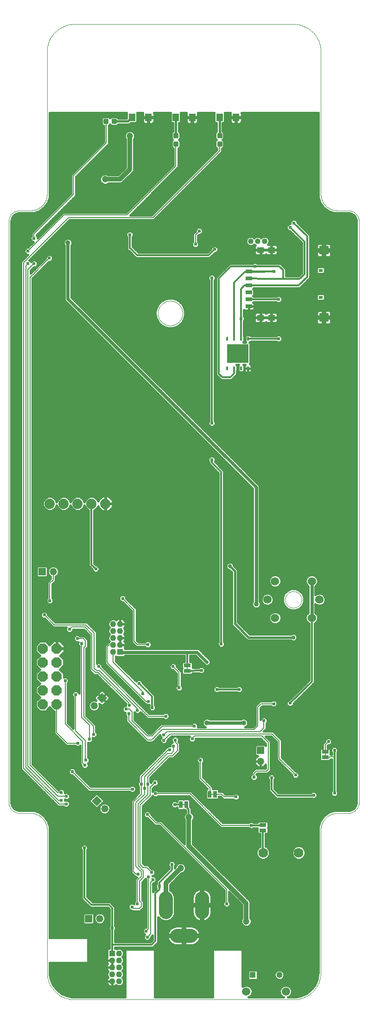
<source format=gbl>
G75*
%MOIN*%
%OFA0B0*%
%FSLAX24Y24*%
%IPPOS*%
%LPD*%
%AMOC8*
5,1,8,0,0,1.08239X$1,22.5*
%
%ADD10C,0.0000*%
%ADD11C,0.0080*%
%ADD12R,0.0250X0.0500*%
%ADD13C,0.0088*%
%ADD14R,0.0436X0.0436*%
%ADD15C,0.0436*%
%ADD16C,0.1005*%
%ADD17C,0.0740*%
%ADD18OC8,0.0740*%
%ADD19C,0.0600*%
%ADD20R,0.0520X0.0520*%
%ADD21C,0.0520*%
%ADD22R,0.0472X0.0551*%
%ADD23R,0.0512X0.0394*%
%ADD24R,0.0453X0.0256*%
%ADD25R,0.0669X0.0630*%
%ADD26R,0.0315X0.0213*%
%ADD27C,0.0400*%
%ADD28R,0.0157X0.0276*%
%ADD29R,0.1535X0.1339*%
%ADD30C,0.0594*%
%ADD31R,0.0500X0.0250*%
%ADD32C,0.0700*%
%ADD33R,0.0520X0.0520*%
%ADD34C,0.0240*%
%ADD35C,0.0120*%
%ADD36C,0.0236*%
%ADD37C,0.0160*%
%ADD38C,0.0280*%
%ADD39C,0.0356*%
%ADD40C,0.0240*%
%ADD41C,0.0472*%
%ADD42C,0.0320*%
D10*
X012441Y018570D02*
X013229Y018570D01*
X013295Y018568D01*
X013361Y018563D01*
X013427Y018553D01*
X013492Y018540D01*
X013556Y018524D01*
X013619Y018504D01*
X013681Y018480D01*
X013741Y018453D01*
X013800Y018423D01*
X013857Y018389D01*
X013912Y018352D01*
X013965Y018312D01*
X014016Y018270D01*
X014064Y018224D01*
X014110Y018176D01*
X014152Y018125D01*
X014192Y018072D01*
X014229Y018017D01*
X014263Y017960D01*
X014293Y017901D01*
X014320Y017841D01*
X014344Y017779D01*
X014364Y017716D01*
X014380Y017652D01*
X014393Y017587D01*
X014403Y017521D01*
X014408Y017455D01*
X014410Y017389D01*
X014410Y007153D01*
X014409Y007153D02*
X014411Y007067D01*
X014416Y006981D01*
X014426Y006896D01*
X014439Y006811D01*
X014456Y006727D01*
X014476Y006643D01*
X014500Y006561D01*
X014528Y006480D01*
X014559Y006399D01*
X014593Y006321D01*
X014631Y006244D01*
X014673Y006169D01*
X014717Y006095D01*
X014765Y006024D01*
X014816Y005954D01*
X014870Y005887D01*
X014926Y005823D01*
X014986Y005761D01*
X015048Y005701D01*
X015112Y005645D01*
X015179Y005591D01*
X015249Y005540D01*
X015320Y005492D01*
X015393Y005448D01*
X015469Y005406D01*
X015546Y005368D01*
X015624Y005334D01*
X015705Y005303D01*
X015786Y005275D01*
X015868Y005251D01*
X015952Y005231D01*
X016036Y005214D01*
X016121Y005201D01*
X016206Y005191D01*
X016292Y005186D01*
X016378Y005184D01*
X016378Y005185D02*
X032126Y005185D01*
X032126Y005184D02*
X032212Y005186D01*
X032298Y005191D01*
X032383Y005201D01*
X032468Y005214D01*
X032552Y005231D01*
X032636Y005251D01*
X032718Y005275D01*
X032799Y005303D01*
X032880Y005334D01*
X032958Y005368D01*
X033035Y005406D01*
X033111Y005448D01*
X033184Y005492D01*
X033255Y005540D01*
X033325Y005591D01*
X033392Y005645D01*
X033456Y005701D01*
X033518Y005761D01*
X033578Y005823D01*
X033634Y005887D01*
X033688Y005954D01*
X033739Y006024D01*
X033787Y006095D01*
X033831Y006168D01*
X033873Y006244D01*
X033911Y006321D01*
X033945Y006399D01*
X033976Y006480D01*
X034004Y006561D01*
X034028Y006643D01*
X034048Y006727D01*
X034065Y006811D01*
X034078Y006896D01*
X034088Y006981D01*
X034093Y007067D01*
X034095Y007153D01*
X034095Y017389D01*
X034097Y017455D01*
X034102Y017521D01*
X034112Y017587D01*
X034125Y017652D01*
X034141Y017716D01*
X034161Y017779D01*
X034185Y017841D01*
X034212Y017901D01*
X034242Y017960D01*
X034276Y018017D01*
X034313Y018072D01*
X034353Y018125D01*
X034395Y018176D01*
X034441Y018224D01*
X034489Y018270D01*
X034540Y018312D01*
X034593Y018352D01*
X034648Y018389D01*
X034705Y018423D01*
X034764Y018453D01*
X034824Y018480D01*
X034886Y018504D01*
X034949Y018524D01*
X035013Y018540D01*
X035078Y018553D01*
X035144Y018563D01*
X035210Y018568D01*
X035276Y018570D01*
X036063Y018570D01*
X036063Y018571D02*
X036117Y018573D01*
X036170Y018578D01*
X036223Y018587D01*
X036275Y018600D01*
X036327Y018616D01*
X036377Y018636D01*
X036425Y018659D01*
X036472Y018686D01*
X036517Y018715D01*
X036560Y018748D01*
X036600Y018783D01*
X036638Y018821D01*
X036673Y018861D01*
X036706Y018904D01*
X036735Y018949D01*
X036762Y018996D01*
X036785Y019044D01*
X036805Y019094D01*
X036821Y019146D01*
X036834Y019198D01*
X036843Y019251D01*
X036848Y019304D01*
X036850Y019358D01*
X036851Y019358D02*
X036851Y061090D01*
X036850Y061090D02*
X036848Y061144D01*
X036843Y061197D01*
X036834Y061250D01*
X036821Y061302D01*
X036805Y061354D01*
X036785Y061404D01*
X036762Y061452D01*
X036735Y061499D01*
X036706Y061544D01*
X036673Y061587D01*
X036638Y061627D01*
X036600Y061665D01*
X036560Y061700D01*
X036517Y061733D01*
X036472Y061762D01*
X036425Y061789D01*
X036377Y061812D01*
X036327Y061832D01*
X036275Y061848D01*
X036223Y061861D01*
X036170Y061870D01*
X036117Y061875D01*
X036063Y061877D01*
X036063Y061878D02*
X035276Y061878D01*
X035210Y061880D01*
X035144Y061885D01*
X035078Y061895D01*
X035013Y061908D01*
X034949Y061924D01*
X034886Y061944D01*
X034824Y061968D01*
X034764Y061995D01*
X034705Y062025D01*
X034648Y062059D01*
X034593Y062096D01*
X034540Y062136D01*
X034489Y062178D01*
X034441Y062224D01*
X034395Y062272D01*
X034353Y062323D01*
X034313Y062376D01*
X034276Y062431D01*
X034242Y062488D01*
X034212Y062547D01*
X034185Y062607D01*
X034161Y062669D01*
X034141Y062732D01*
X034125Y062796D01*
X034112Y062861D01*
X034102Y062927D01*
X034097Y062993D01*
X034095Y063059D01*
X034095Y073295D01*
X034093Y073381D01*
X034088Y073467D01*
X034078Y073552D01*
X034065Y073637D01*
X034048Y073721D01*
X034028Y073805D01*
X034004Y073887D01*
X033976Y073968D01*
X033945Y074049D01*
X033911Y074127D01*
X033873Y074204D01*
X033831Y074280D01*
X033787Y074353D01*
X033739Y074424D01*
X033688Y074494D01*
X033634Y074561D01*
X033578Y074625D01*
X033518Y074687D01*
X033456Y074747D01*
X033392Y074803D01*
X033325Y074857D01*
X033255Y074908D01*
X033184Y074956D01*
X033111Y075000D01*
X033035Y075042D01*
X032958Y075080D01*
X032880Y075114D01*
X032799Y075145D01*
X032718Y075173D01*
X032636Y075197D01*
X032552Y075217D01*
X032468Y075234D01*
X032383Y075247D01*
X032298Y075257D01*
X032212Y075262D01*
X032126Y075264D01*
X032126Y075263D02*
X016378Y075263D01*
X016378Y075264D02*
X016292Y075262D01*
X016206Y075257D01*
X016121Y075247D01*
X016036Y075234D01*
X015952Y075217D01*
X015868Y075197D01*
X015786Y075173D01*
X015705Y075145D01*
X015624Y075114D01*
X015546Y075080D01*
X015469Y075042D01*
X015394Y075000D01*
X015320Y074956D01*
X015249Y074908D01*
X015179Y074857D01*
X015112Y074803D01*
X015048Y074747D01*
X014986Y074687D01*
X014926Y074625D01*
X014870Y074561D01*
X014816Y074494D01*
X014765Y074424D01*
X014717Y074353D01*
X014673Y074280D01*
X014631Y074204D01*
X014593Y074127D01*
X014559Y074049D01*
X014528Y073968D01*
X014500Y073887D01*
X014476Y073805D01*
X014456Y073721D01*
X014439Y073637D01*
X014426Y073552D01*
X014416Y073467D01*
X014411Y073381D01*
X014409Y073295D01*
X014410Y073295D02*
X014410Y063059D01*
X014408Y062993D01*
X014403Y062927D01*
X014393Y062861D01*
X014380Y062796D01*
X014364Y062732D01*
X014344Y062669D01*
X014320Y062607D01*
X014293Y062547D01*
X014263Y062488D01*
X014229Y062431D01*
X014192Y062376D01*
X014152Y062323D01*
X014110Y062272D01*
X014064Y062224D01*
X014016Y062178D01*
X013965Y062136D01*
X013912Y062096D01*
X013857Y062059D01*
X013800Y062025D01*
X013741Y061995D01*
X013681Y061968D01*
X013619Y061944D01*
X013556Y061924D01*
X013492Y061908D01*
X013427Y061895D01*
X013361Y061885D01*
X013295Y061880D01*
X013229Y061878D01*
X012441Y061878D01*
X012441Y061877D02*
X012387Y061875D01*
X012334Y061870D01*
X012281Y061861D01*
X012229Y061848D01*
X012177Y061832D01*
X012127Y061812D01*
X012079Y061789D01*
X012032Y061762D01*
X011987Y061733D01*
X011944Y061700D01*
X011904Y061665D01*
X011866Y061627D01*
X011831Y061587D01*
X011798Y061544D01*
X011769Y061499D01*
X011742Y061452D01*
X011719Y061404D01*
X011699Y061354D01*
X011683Y061302D01*
X011670Y061250D01*
X011661Y061197D01*
X011656Y061144D01*
X011654Y061090D01*
X011654Y019358D01*
X011656Y019304D01*
X011661Y019251D01*
X011670Y019198D01*
X011683Y019146D01*
X011699Y019094D01*
X011719Y019044D01*
X011742Y018996D01*
X011769Y018949D01*
X011798Y018904D01*
X011831Y018861D01*
X011866Y018821D01*
X011904Y018783D01*
X011944Y018748D01*
X011987Y018715D01*
X012032Y018686D01*
X012079Y018659D01*
X012127Y018636D01*
X012177Y018616D01*
X012229Y018600D01*
X012281Y018587D01*
X012334Y018578D01*
X012387Y018573D01*
X012441Y018571D01*
X031535Y033925D02*
X031537Y033973D01*
X031543Y034021D01*
X031553Y034068D01*
X031566Y034114D01*
X031584Y034159D01*
X031604Y034203D01*
X031629Y034245D01*
X031657Y034284D01*
X031687Y034321D01*
X031721Y034355D01*
X031758Y034387D01*
X031796Y034416D01*
X031837Y034441D01*
X031880Y034463D01*
X031925Y034481D01*
X031971Y034495D01*
X032018Y034506D01*
X032066Y034513D01*
X032114Y034516D01*
X032162Y034515D01*
X032210Y034510D01*
X032258Y034501D01*
X032304Y034489D01*
X032349Y034472D01*
X032393Y034452D01*
X032435Y034429D01*
X032475Y034402D01*
X032513Y034372D01*
X032548Y034339D01*
X032580Y034303D01*
X032610Y034265D01*
X032636Y034224D01*
X032658Y034181D01*
X032678Y034137D01*
X032693Y034092D01*
X032705Y034045D01*
X032713Y033997D01*
X032717Y033949D01*
X032717Y033901D01*
X032713Y033853D01*
X032705Y033805D01*
X032693Y033758D01*
X032678Y033713D01*
X032658Y033669D01*
X032636Y033626D01*
X032610Y033585D01*
X032580Y033547D01*
X032548Y033511D01*
X032513Y033478D01*
X032475Y033448D01*
X032435Y033421D01*
X032393Y033398D01*
X032349Y033378D01*
X032304Y033361D01*
X032258Y033349D01*
X032210Y033340D01*
X032162Y033335D01*
X032114Y033334D01*
X032066Y033337D01*
X032018Y033344D01*
X031971Y033355D01*
X031925Y033369D01*
X031880Y033387D01*
X031837Y033409D01*
X031796Y033434D01*
X031758Y033463D01*
X031721Y033495D01*
X031687Y033529D01*
X031657Y033566D01*
X031629Y033605D01*
X031604Y033647D01*
X031584Y033691D01*
X031566Y033736D01*
X031553Y033782D01*
X031543Y033829D01*
X031537Y033877D01*
X031535Y033925D01*
X022382Y054496D02*
X022384Y054555D01*
X022390Y054614D01*
X022400Y054672D01*
X022413Y054730D01*
X022431Y054787D01*
X022452Y054842D01*
X022477Y054896D01*
X022506Y054948D01*
X022538Y054997D01*
X022573Y055045D01*
X022611Y055090D01*
X022652Y055133D01*
X022696Y055173D01*
X022742Y055209D01*
X022791Y055243D01*
X022842Y055273D01*
X022895Y055300D01*
X022950Y055323D01*
X023005Y055342D01*
X023063Y055358D01*
X023121Y055370D01*
X023179Y055378D01*
X023238Y055382D01*
X023298Y055382D01*
X023357Y055378D01*
X023415Y055370D01*
X023473Y055358D01*
X023531Y055342D01*
X023586Y055323D01*
X023641Y055300D01*
X023694Y055273D01*
X023745Y055243D01*
X023794Y055209D01*
X023840Y055173D01*
X023884Y055133D01*
X023925Y055090D01*
X023963Y055045D01*
X023998Y054997D01*
X024030Y054948D01*
X024059Y054896D01*
X024084Y054842D01*
X024105Y054787D01*
X024123Y054730D01*
X024136Y054672D01*
X024146Y054614D01*
X024152Y054555D01*
X024154Y054496D01*
X024152Y054437D01*
X024146Y054378D01*
X024136Y054320D01*
X024123Y054262D01*
X024105Y054205D01*
X024084Y054150D01*
X024059Y054096D01*
X024030Y054044D01*
X023998Y053995D01*
X023963Y053947D01*
X023925Y053902D01*
X023884Y053859D01*
X023840Y053819D01*
X023794Y053783D01*
X023745Y053749D01*
X023694Y053719D01*
X023641Y053692D01*
X023586Y053669D01*
X023531Y053650D01*
X023473Y053634D01*
X023415Y053622D01*
X023357Y053614D01*
X023298Y053610D01*
X023238Y053610D01*
X023179Y053614D01*
X023121Y053622D01*
X023063Y053634D01*
X023005Y053650D01*
X022950Y053669D01*
X022895Y053692D01*
X022842Y053719D01*
X022791Y053749D01*
X022742Y053783D01*
X022696Y053819D01*
X022652Y053859D01*
X022611Y053902D01*
X022573Y053947D01*
X022538Y053995D01*
X022506Y054044D01*
X022477Y054096D01*
X022452Y054150D01*
X022431Y054205D01*
X022413Y054262D01*
X022400Y054320D01*
X022390Y054378D01*
X022384Y054437D01*
X022382Y054496D01*
D11*
X025079Y059456D02*
X025079Y060126D01*
X025355Y060401D01*
X023662Y065067D02*
X023662Y066656D01*
X023647Y066641D01*
X023662Y065067D02*
X020158Y061563D01*
X015630Y061563D01*
X013032Y058964D01*
X012717Y058137D02*
X015945Y061366D01*
X022008Y061366D01*
X026811Y066169D01*
X026811Y066656D01*
X018662Y066720D02*
X018662Y068270D01*
X018637Y068295D01*
X018662Y066720D02*
X016299Y064358D01*
X016299Y063019D01*
X013465Y060185D01*
X013465Y059870D01*
X014567Y058452D02*
X013189Y057074D01*
X013189Y022035D01*
X015158Y020067D01*
X015433Y020067D01*
X015197Y019791D02*
X015788Y019791D01*
X015433Y019515D02*
X015236Y019515D01*
X012874Y021878D01*
X012874Y057901D01*
X013032Y058059D01*
X012717Y058137D02*
X012717Y021799D01*
X015276Y019240D01*
X015788Y019240D01*
X015197Y019791D02*
X013032Y021956D01*
X013032Y057626D01*
X013465Y058059D01*
X014849Y035933D02*
X014843Y035926D01*
X014843Y035342D01*
X014607Y035106D01*
X014607Y033846D01*
X014213Y032822D02*
X014922Y032114D01*
X017205Y032114D01*
X017796Y031523D01*
X017796Y029004D01*
X017953Y028846D01*
X018150Y028846D01*
X020906Y026090D01*
X020906Y025972D01*
X020512Y025854D02*
X020315Y026051D01*
X020079Y026051D01*
X020315Y026326D02*
X020276Y026366D01*
X020276Y026484D01*
X018071Y028689D01*
X017874Y028689D01*
X017638Y028925D01*
X017638Y031444D01*
X017126Y031956D01*
X016181Y031956D01*
X016024Y031799D01*
X016575Y031130D02*
X017008Y031130D01*
X017166Y030972D01*
X017166Y030578D01*
X017048Y030460D01*
X017048Y025539D01*
X017756Y024830D01*
X017756Y024240D01*
X017441Y023885D02*
X017441Y024909D01*
X016890Y025460D01*
X016890Y030775D01*
X018110Y029122D02*
X021555Y025677D01*
X021575Y025657D01*
X021693Y025539D01*
X022953Y025539D01*
X022677Y024830D02*
X021969Y024122D01*
X021614Y024122D01*
X020512Y025224D01*
X020512Y025854D01*
X020276Y025736D02*
X020276Y025224D01*
X021654Y023846D01*
X021929Y023846D01*
X022677Y024594D01*
X029292Y024594D01*
X029567Y024870D01*
X029567Y026208D01*
X029803Y026444D01*
X030709Y026444D01*
X030000Y025224D02*
X030000Y024712D01*
X029725Y024437D01*
X023032Y024437D01*
X022796Y024200D01*
X022796Y023807D02*
X023268Y024279D01*
X030591Y024279D01*
X031103Y023767D01*
X031103Y022507D01*
X032284Y021326D01*
X030315Y021720D02*
X030315Y023649D01*
X029843Y024122D01*
X025040Y024122D01*
X024843Y023925D01*
X025000Y024830D02*
X022677Y024830D01*
X023622Y023846D02*
X023622Y023689D01*
X023780Y023531D01*
X023780Y023059D01*
X023425Y022704D01*
X023150Y022704D01*
X021654Y021208D01*
X021654Y020657D01*
X021654Y019948D01*
X020945Y019240D01*
X020945Y014830D01*
X021339Y014437D01*
X021339Y013964D01*
X021063Y013689D01*
X021063Y012271D01*
X021181Y012153D01*
X021181Y011878D01*
X021024Y011720D01*
X020630Y011720D01*
X020512Y011838D01*
X020906Y012074D02*
X020906Y013767D01*
X021181Y014043D01*
X021181Y014358D01*
X020788Y014752D01*
X020788Y019319D01*
X021418Y019948D01*
X021418Y020381D01*
X021418Y021208D01*
X023071Y022862D01*
X023347Y022862D01*
X023504Y023019D01*
X023504Y023413D01*
X023229Y023137D02*
X023110Y023137D01*
X021181Y021208D01*
X021181Y020657D01*
X021181Y019948D01*
X020630Y019397D01*
X020630Y014358D01*
X020788Y014200D01*
X020945Y014200D01*
X021339Y014673D02*
X021575Y014673D01*
X021929Y014319D01*
X021693Y014004D02*
X021693Y010263D01*
X021536Y010106D01*
X021851Y009909D02*
X021614Y009673D01*
X021851Y009909D02*
X021851Y013610D01*
X022008Y013767D01*
X022008Y013807D01*
X021339Y014673D02*
X021103Y014909D01*
X021103Y019161D01*
X021811Y019870D01*
X021811Y020421D01*
X022166Y020775D01*
X022205Y019988D02*
X024685Y019988D01*
X026969Y017704D01*
X029095Y017704D01*
X027992Y019752D02*
X027166Y019752D01*
X026969Y019948D01*
X026499Y019948D01*
X026449Y019948D02*
X026149Y019948D01*
X026099Y019948D02*
X026137Y020386D01*
X025433Y021090D01*
X025433Y022389D01*
X024383Y019200D02*
X024083Y019200D01*
X022559Y017862D02*
X022244Y017862D01*
X021614Y018492D01*
X022559Y017862D02*
X027323Y013098D01*
X027323Y012074D01*
X029292Y021169D02*
X029292Y021444D01*
X029449Y021602D01*
X030197Y021602D01*
X030315Y021720D01*
X034410Y022583D02*
X035074Y022621D01*
X035079Y022626D01*
X034410Y022633D02*
X034410Y022933D01*
X034410Y022983D02*
X034410Y023492D01*
X034646Y023728D01*
X024488Y028854D02*
X024488Y029154D01*
X023898Y028689D02*
X023898Y027586D01*
X023898Y028689D02*
X023465Y029122D01*
X021654Y030696D02*
X020906Y030696D01*
X020670Y030933D01*
X020670Y033177D01*
X019843Y034004D01*
X019132Y030696D02*
X019160Y030669D01*
X019132Y030696D02*
X018898Y030696D01*
X018740Y030539D01*
X018740Y029397D01*
X021536Y026602D01*
X021693Y026602D01*
X021299Y027153D02*
X021299Y027311D01*
X019173Y029437D01*
X019173Y030155D01*
X019160Y030169D01*
X016457Y027114D02*
X016457Y024515D01*
X017166Y023807D01*
X017166Y022429D01*
X017205Y022389D01*
X016969Y022193D02*
X017126Y022035D01*
X016969Y022193D02*
X016969Y023728D01*
X015709Y024988D01*
X015709Y028098D01*
X015107Y026413D02*
X015107Y024370D01*
X015866Y023610D01*
X016614Y023610D01*
X016221Y021563D02*
X017481Y020303D01*
X020551Y020303D01*
D12*
X024033Y019200D03*
X024433Y019200D03*
X026099Y019948D03*
X026499Y019948D03*
D13*
X026942Y066525D02*
X026942Y066787D01*
X026942Y066525D02*
X026680Y066525D01*
X026680Y066787D01*
X026942Y066787D01*
X026942Y066612D02*
X026680Y066612D01*
X026680Y066699D02*
X026942Y066699D01*
X026942Y066786D02*
X026680Y066786D01*
X026942Y067125D02*
X026942Y067387D01*
X026942Y067125D02*
X026680Y067125D01*
X026680Y067387D01*
X026942Y067387D01*
X026942Y067212D02*
X026680Y067212D01*
X026680Y067299D02*
X026942Y067299D01*
X026942Y067386D02*
X026680Y067386D01*
X023793Y067387D02*
X023793Y067125D01*
X023531Y067125D01*
X023531Y067387D01*
X023793Y067387D01*
X023793Y067212D02*
X023531Y067212D01*
X023531Y067299D02*
X023793Y067299D01*
X023793Y067386D02*
X023531Y067386D01*
X023793Y066787D02*
X023793Y066525D01*
X023531Y066525D01*
X023531Y066787D01*
X023793Y066787D01*
X023793Y066612D02*
X023531Y066612D01*
X023531Y066699D02*
X023793Y066699D01*
X023793Y066786D02*
X023531Y066786D01*
X019368Y068164D02*
X019106Y068164D01*
X019106Y068426D01*
X019368Y068426D01*
X019368Y068164D01*
X019368Y068251D02*
X019106Y068251D01*
X019106Y068338D02*
X019368Y068338D01*
X019368Y068425D02*
X019106Y068425D01*
X018768Y068164D02*
X018506Y068164D01*
X018506Y068426D01*
X018768Y068426D01*
X018768Y068164D01*
X018768Y068251D02*
X018506Y068251D01*
X018506Y068338D02*
X018768Y068338D01*
X018768Y068425D02*
X018506Y068425D01*
D14*
X019660Y030169D03*
X019081Y008507D03*
X029203Y006956D03*
D15*
X031112Y006956D03*
X019581Y007007D03*
X019581Y006507D03*
X019081Y006507D03*
X019081Y007007D03*
X019081Y007507D03*
X019581Y007507D03*
X019581Y008007D03*
X019081Y008007D03*
X019581Y008507D03*
X019160Y030169D03*
X019160Y030669D03*
X019660Y030669D03*
X019660Y031169D03*
X019660Y031669D03*
X019660Y032169D03*
X019160Y032169D03*
X019160Y031669D03*
X019160Y031169D03*
D16*
X022948Y012476D02*
X022948Y011471D01*
X023745Y009774D02*
X024750Y009774D01*
X025548Y011471D02*
X025548Y012476D01*
D17*
X018607Y040815D03*
X017607Y040815D03*
X016607Y040815D03*
X015607Y040815D03*
X014607Y040815D03*
D18*
X015107Y030413D03*
X015107Y029413D03*
X015107Y028413D03*
X015107Y027413D03*
X015107Y026413D03*
X014107Y026413D03*
X014107Y027413D03*
X014107Y028413D03*
X014107Y029413D03*
X014107Y030413D03*
D19*
X030256Y033925D03*
X030807Y035244D03*
X030807Y032606D03*
X033445Y032606D03*
X033996Y033925D03*
X033445Y035244D03*
D20*
G36*
X017987Y026865D02*
X018354Y027232D01*
X018721Y026865D01*
X018354Y026498D01*
X017987Y026865D01*
G37*
G36*
X017975Y019106D02*
X017608Y019473D01*
X017975Y019840D01*
X018342Y019473D01*
X017975Y019106D01*
G37*
D21*
X018541Y018908D03*
X017788Y026299D03*
X014849Y035933D03*
X029764Y022311D03*
X018196Y011011D03*
D22*
X020512Y068570D03*
X021693Y068570D03*
X023662Y068570D03*
X024843Y068570D03*
X026811Y068570D03*
X027992Y068570D03*
D23*
X029764Y059043D03*
X030551Y059043D03*
X030551Y054173D03*
X029764Y054173D03*
D24*
X028910Y054990D03*
X028910Y055490D03*
X028910Y055990D03*
X028910Y056490D03*
X028910Y056990D03*
X028910Y057490D03*
D25*
X034315Y059019D03*
X034315Y054196D03*
D26*
X034087Y055637D03*
X034087Y057574D03*
D27*
X030055Y059673D03*
X029555Y059673D03*
X029055Y059673D03*
D28*
X028860Y052665D03*
X028360Y052665D03*
X027860Y052665D03*
X027360Y052665D03*
X027360Y050539D03*
X027860Y050539D03*
X028360Y050539D03*
X028860Y050539D03*
D29*
X028110Y051602D03*
D30*
X028740Y005775D03*
X031575Y005775D03*
D31*
X029922Y017347D03*
X029922Y017747D03*
X034410Y022583D03*
X034410Y022983D03*
X024488Y028804D03*
X024488Y029204D03*
D32*
X029941Y015736D03*
X032500Y015736D03*
D33*
X029764Y023098D03*
X017396Y011011D03*
X014049Y035933D03*
D34*
X013662Y034378D03*
X014213Y032822D03*
X014607Y033846D03*
X016024Y031799D03*
X016575Y031130D03*
X016890Y030775D03*
X018110Y029122D03*
X016457Y027114D03*
X015709Y028098D03*
X017756Y024240D03*
X017441Y023885D03*
X017205Y022389D03*
X017126Y022035D03*
X016221Y021563D03*
X015433Y020067D03*
X015788Y019791D03*
X015433Y019515D03*
X015788Y019240D03*
X017087Y016090D03*
X017402Y015578D03*
X017402Y015224D03*
X017756Y015224D03*
X017756Y015578D03*
X017402Y014870D03*
X015906Y011681D03*
X016201Y011385D03*
X015906Y011090D03*
X016201Y010795D03*
X016496Y011090D03*
X016792Y010795D03*
X016496Y010500D03*
X016201Y010204D03*
X015906Y009909D03*
X016496Y009909D03*
X016792Y010204D03*
X017087Y010460D03*
X017087Y009909D03*
X017481Y009456D03*
X017481Y008866D03*
X017481Y008275D03*
X017481Y007685D03*
X017284Y007291D03*
X016890Y007685D03*
X016496Y007291D03*
X016103Y007685D03*
X015709Y007291D03*
X015315Y007685D03*
X014922Y007291D03*
X014646Y009850D03*
X014646Y010204D03*
X014646Y010559D03*
X014646Y010913D03*
X014646Y011267D03*
X014646Y011622D03*
X015414Y011681D03*
X015414Y010795D03*
X015414Y010500D03*
X015906Y010500D03*
X019095Y010342D03*
X020197Y010027D03*
X020433Y010263D03*
X020670Y010539D03*
X020906Y010815D03*
X021536Y010106D03*
X021614Y009673D03*
X020512Y011838D03*
X020906Y012074D03*
X022008Y013807D03*
X021693Y014004D03*
X021929Y014319D03*
X022481Y013334D03*
X023386Y014909D03*
X020945Y014200D03*
X021614Y018492D03*
X022205Y019988D03*
X022166Y020775D03*
X021654Y020657D03*
X021418Y020381D03*
X021181Y020657D03*
X020551Y020303D03*
X022894Y021622D03*
X023366Y021031D03*
X023681Y021031D03*
X023524Y020716D03*
X023366Y020401D03*
X023721Y020401D03*
X023878Y020716D03*
X024075Y020401D03*
X025040Y020460D03*
X025394Y020460D03*
X025394Y020106D03*
X025040Y020106D03*
X026181Y021366D03*
X026614Y021366D03*
X026733Y021720D03*
X026733Y021011D03*
X028189Y020618D03*
X028189Y020263D03*
X027992Y019752D03*
X028859Y021130D03*
X028859Y021484D03*
X029292Y021169D03*
X028544Y022271D03*
X028544Y022586D03*
X028189Y022586D03*
X028189Y022271D03*
X027835Y022271D03*
X027835Y022586D03*
X030000Y025224D03*
X030709Y026444D03*
X031890Y026484D03*
X034646Y023728D03*
X035079Y023098D03*
X035670Y021523D03*
X035670Y021169D03*
X035670Y020815D03*
X035670Y020460D03*
X035079Y020027D03*
X034410Y020145D03*
X034016Y020145D03*
X033583Y019870D03*
X033701Y020578D03*
X033701Y020933D03*
X033465Y021996D03*
X033071Y021996D03*
X032677Y021996D03*
X032284Y021326D03*
X031614Y021287D03*
X031260Y021287D03*
X030906Y021287D03*
X030906Y020933D03*
X031260Y020933D03*
X031614Y020933D03*
X031614Y020578D03*
X031260Y020578D03*
X030906Y020578D03*
X030551Y021130D03*
X029095Y017704D03*
X028307Y016346D03*
X027914Y016346D03*
X027520Y016346D03*
X027126Y016346D03*
X026733Y016346D03*
X023583Y019200D03*
X025433Y022389D03*
X024843Y023925D03*
X025000Y024830D03*
X023524Y025204D03*
X023524Y025598D03*
X023524Y025992D03*
X022953Y025539D03*
X022796Y024200D03*
X022796Y023807D03*
X023229Y023137D03*
X023504Y023413D03*
X023622Y023846D03*
X021969Y026169D03*
X021693Y026602D03*
X021299Y027153D03*
X021024Y027901D03*
X020315Y026326D03*
X020079Y026051D03*
X020276Y025736D03*
X020906Y025972D03*
X023898Y027586D03*
X023465Y029122D03*
X025512Y028846D03*
X025906Y029437D03*
X026929Y030736D03*
X026910Y027960D03*
X026516Y027960D03*
X026614Y027468D03*
X027382Y027960D03*
X027855Y027960D03*
X028248Y027960D03*
X028229Y027468D03*
X027776Y026897D03*
X027776Y026543D03*
X027382Y026543D03*
X027382Y026897D03*
X021654Y030696D03*
X021713Y031307D03*
X022067Y031307D03*
X021359Y031307D03*
X019843Y034004D03*
X017914Y036130D03*
X012048Y036287D03*
X012048Y035696D03*
X012048Y035106D03*
X012048Y034515D03*
X012048Y033925D03*
X012048Y033334D03*
X012048Y032744D03*
X012048Y032153D03*
X012048Y031563D03*
X012048Y030972D03*
X012048Y030381D03*
X012048Y029791D03*
X012048Y029200D03*
X012048Y028610D03*
X012048Y028019D03*
X012048Y027429D03*
X012048Y026838D03*
X012048Y026248D03*
X012048Y025657D03*
X012048Y025067D03*
X012048Y024476D03*
X012048Y023885D03*
X012048Y023295D03*
X012048Y022704D03*
X012048Y022114D03*
X012048Y021523D03*
X012048Y020933D03*
X012048Y020362D03*
X012048Y020342D03*
X012048Y019752D03*
X012048Y019161D03*
X016614Y023610D03*
X012048Y036878D03*
X012048Y037468D03*
X012048Y038059D03*
X012048Y038649D03*
X012048Y039240D03*
X012048Y039830D03*
X012048Y040421D03*
X012048Y041011D03*
X012048Y041602D03*
X012048Y042193D03*
X012048Y042783D03*
X012048Y043374D03*
X012048Y043964D03*
X012048Y044555D03*
X012048Y045145D03*
X012048Y045736D03*
X012048Y046326D03*
X012048Y046917D03*
X012048Y047507D03*
X012048Y048098D03*
X012048Y048689D03*
X012048Y049279D03*
X012048Y049870D03*
X012048Y050460D03*
X012048Y051051D03*
X012048Y051641D03*
X012048Y052232D03*
X012048Y052822D03*
X012048Y053413D03*
X012048Y054004D03*
X012048Y054594D03*
X012048Y055185D03*
X012048Y055775D03*
X012048Y056366D03*
X012048Y056956D03*
X012048Y057547D03*
X012048Y058137D03*
X012048Y058728D03*
X012048Y059319D03*
X012048Y059909D03*
X012048Y060500D03*
X012048Y061090D03*
X013465Y059870D03*
X013032Y058964D03*
X013032Y058059D03*
X013465Y058059D03*
X014567Y058452D03*
X018898Y060145D03*
X019213Y060145D03*
X019528Y060145D03*
X019843Y060145D03*
X020355Y060145D03*
X020748Y060145D03*
X021693Y059830D03*
X021693Y059515D03*
X022008Y059515D03*
X022008Y059830D03*
X025079Y059456D03*
X025355Y060401D03*
X025689Y060421D03*
X026457Y059082D03*
X026260Y057035D03*
X028360Y054096D03*
X031063Y055500D03*
X030709Y057507D03*
X029370Y057862D03*
X031890Y060657D03*
X032166Y060972D03*
X036457Y061090D03*
X036457Y060500D03*
X036457Y059909D03*
X036457Y059319D03*
X036457Y058728D03*
X036457Y058137D03*
X036457Y057547D03*
X036457Y056956D03*
X036457Y056366D03*
X036457Y055775D03*
X036457Y055185D03*
X036457Y054594D03*
X036457Y054004D03*
X036457Y053413D03*
X036457Y052822D03*
X036457Y052232D03*
X036457Y051641D03*
X036457Y051051D03*
X036457Y050460D03*
X036457Y049870D03*
X036457Y049279D03*
X036457Y048689D03*
X036457Y048098D03*
X036457Y047507D03*
X036457Y046917D03*
X036457Y046326D03*
X036457Y045736D03*
X036457Y045145D03*
X036457Y044555D03*
X036457Y043964D03*
X036457Y043374D03*
X036457Y042783D03*
X036457Y042193D03*
X036457Y041602D03*
X036457Y041011D03*
X036457Y040421D03*
X036457Y039830D03*
X036457Y039240D03*
X036457Y038649D03*
X036457Y038059D03*
X036457Y037468D03*
X036457Y036878D03*
X036457Y036287D03*
X036457Y035696D03*
X036457Y035106D03*
X036457Y034515D03*
X036457Y033925D03*
X036457Y033334D03*
X036457Y032744D03*
X036457Y032153D03*
X036457Y031563D03*
X036457Y030972D03*
X036457Y030381D03*
X036457Y029791D03*
X036457Y029200D03*
X036457Y028610D03*
X036457Y028019D03*
X036457Y027429D03*
X036457Y026838D03*
X036457Y026248D03*
X036457Y025657D03*
X036457Y025067D03*
X036457Y024476D03*
X036457Y023885D03*
X036457Y023295D03*
X036457Y022704D03*
X036457Y022114D03*
X036457Y021523D03*
X036457Y020933D03*
X036457Y020362D03*
X036457Y020342D03*
X036457Y019752D03*
X036457Y019161D03*
X030729Y009378D03*
X030453Y009063D03*
X031044Y009063D03*
X031044Y008511D03*
X030945Y007921D03*
X031299Y007921D03*
X031299Y007527D03*
X030945Y007527D03*
X030591Y007527D03*
X029666Y009063D03*
X029429Y009378D03*
X029193Y009063D03*
X027323Y012074D03*
X026260Y043964D03*
X026260Y046602D03*
X031063Y052665D03*
X024607Y067311D03*
X024607Y067626D03*
X024292Y067626D03*
X024292Y067311D03*
X022796Y067311D03*
X022481Y067311D03*
X022166Y067311D03*
X021851Y067311D03*
X021536Y067311D03*
X019370Y067153D03*
X019016Y067153D03*
X019016Y067507D03*
X019370Y067507D03*
X019016Y067862D03*
X018150Y068098D03*
X017756Y068098D03*
X017362Y067783D03*
X016969Y067783D03*
X016851Y067389D03*
X016851Y067035D03*
X016851Y066681D03*
X016851Y066326D03*
X016851Y065972D03*
X017244Y065854D03*
X017244Y066208D03*
X016496Y066326D03*
X016496Y066681D03*
X016496Y067035D03*
X016496Y067389D03*
X015689Y068275D03*
X015394Y068767D03*
X015099Y068275D03*
X014803Y068767D03*
X015985Y068767D03*
X018622Y063256D03*
X018622Y062941D03*
X018622Y062626D03*
X018622Y062311D03*
X018622Y061996D03*
X026024Y068767D03*
X028977Y068767D03*
X029567Y068767D03*
X030158Y068767D03*
X030748Y068767D03*
X031044Y068275D03*
X031339Y068767D03*
X031634Y068275D03*
X031929Y068767D03*
X032225Y068275D03*
X032520Y068767D03*
X032815Y068275D03*
X033110Y068767D03*
X033406Y068275D03*
X033701Y068767D03*
D35*
X032166Y060972D02*
X033110Y060027D01*
X033110Y057114D01*
X032481Y056484D01*
X028916Y056484D01*
X028910Y056490D01*
X028589Y056490D01*
X028347Y056248D01*
X028347Y054110D01*
X028360Y054096D01*
X028360Y052665D01*
X027860Y052665D02*
X027860Y056706D01*
X028622Y057468D01*
X030069Y057468D01*
X028910Y057490D01*
X030109Y057507D01*
X030709Y057507D01*
X031103Y057862D02*
X031378Y057586D01*
X031378Y056996D01*
X031418Y056956D01*
X030124Y056956D01*
X028910Y056990D01*
X028910Y056490D02*
X028786Y056490D01*
X028920Y055500D02*
X028910Y055490D01*
X028920Y055500D02*
X031063Y055500D01*
X031418Y056956D02*
X032559Y056956D01*
X032914Y057311D01*
X032914Y059633D01*
X031890Y060657D01*
X031103Y057862D02*
X029370Y057862D01*
X027638Y057862D01*
X026772Y056996D01*
X026772Y050145D01*
X027008Y049909D01*
X027599Y049909D01*
X027860Y050171D01*
X027860Y050539D01*
X028860Y052665D02*
X031063Y052665D01*
X026024Y058649D02*
X026457Y059082D01*
X026024Y058649D02*
X020906Y058649D01*
X020394Y059161D01*
X020355Y059161D01*
X020355Y060145D01*
X026260Y057035D02*
X026260Y046602D01*
X026260Y043964D02*
X026260Y043767D01*
X026929Y043098D01*
X026929Y030736D01*
X025512Y028846D02*
X025507Y028841D01*
X024488Y028804D01*
X024488Y029204D02*
X024488Y030106D01*
X024449Y030145D01*
X026614Y027468D02*
X028229Y027468D01*
X031890Y026484D02*
X033445Y028039D01*
X033445Y032606D01*
X035079Y023098D02*
X035079Y022626D01*
X035079Y020027D01*
X033583Y019870D02*
X033544Y019830D01*
X030985Y019830D01*
X030551Y020263D01*
X030551Y021130D01*
X029922Y017747D02*
X029917Y017704D01*
X029095Y017704D01*
X029922Y017347D02*
X029922Y015756D01*
X029941Y015736D01*
X024607Y018295D02*
X024607Y018846D01*
X024449Y019004D01*
X024449Y019146D01*
X024433Y019200D01*
X024033Y019200D02*
X023583Y019200D01*
X023386Y014909D02*
X023386Y014515D01*
X022481Y013610D01*
X022481Y013334D01*
X022481Y013098D01*
X022205Y012822D01*
X022205Y009397D01*
X021929Y009122D01*
X019095Y009122D01*
X019095Y010342D01*
X019095Y011759D01*
X018859Y011996D01*
X017599Y011996D01*
X017087Y012507D01*
X017087Y016090D01*
X019095Y009122D02*
X019095Y008521D01*
X019081Y008507D01*
X021969Y026169D02*
X021969Y026956D01*
X021024Y027901D01*
X017914Y036130D02*
X017607Y036437D01*
X017607Y040815D01*
D36*
X019660Y030169D02*
X019683Y030145D01*
X024449Y030145D01*
X025197Y030145D01*
X025906Y029437D01*
X025906Y025067D02*
X028544Y025067D01*
X029449Y033610D02*
X029449Y041996D01*
X027756Y043689D01*
D37*
X027954Y043859D02*
X036671Y043859D01*
X036671Y044017D02*
X027795Y044017D01*
X027637Y044176D02*
X036671Y044176D01*
X036671Y044334D02*
X027478Y044334D01*
X027320Y044493D02*
X036671Y044493D01*
X036671Y044651D02*
X027161Y044651D01*
X027003Y044810D02*
X036671Y044810D01*
X036671Y044968D02*
X026844Y044968D01*
X026686Y045127D02*
X036671Y045127D01*
X036671Y045285D02*
X026527Y045285D01*
X026369Y045444D02*
X036671Y045444D01*
X036671Y045602D02*
X026210Y045602D01*
X026052Y045761D02*
X036671Y045761D01*
X036671Y045919D02*
X025893Y045919D01*
X025735Y046078D02*
X036671Y046078D01*
X036671Y046236D02*
X025576Y046236D01*
X025418Y046395D02*
X026100Y046395D01*
X026113Y046382D02*
X026208Y046342D01*
X026312Y046342D01*
X026407Y046382D01*
X026481Y046455D01*
X026520Y046550D01*
X026520Y046654D01*
X026481Y046749D01*
X026460Y046770D01*
X026460Y056867D01*
X026481Y056888D01*
X026520Y056983D01*
X026520Y057087D01*
X026481Y057182D01*
X026407Y057255D01*
X026312Y057295D01*
X026208Y057295D01*
X026113Y057255D01*
X026040Y057182D01*
X026000Y057087D01*
X026000Y056983D01*
X026040Y056888D01*
X026060Y056867D01*
X026060Y046770D01*
X026040Y046749D01*
X026000Y046654D01*
X026000Y046550D01*
X026040Y046455D01*
X026113Y046382D01*
X026000Y046553D02*
X025259Y046553D01*
X025101Y046712D02*
X026024Y046712D01*
X026060Y046870D02*
X024942Y046870D01*
X024784Y047029D02*
X026060Y047029D01*
X026060Y047187D02*
X024625Y047187D01*
X024467Y047346D02*
X026060Y047346D01*
X026060Y047504D02*
X024308Y047504D01*
X024150Y047663D02*
X026060Y047663D01*
X026060Y047821D02*
X023991Y047821D01*
X023833Y047980D02*
X026060Y047980D01*
X026060Y048138D02*
X023674Y048138D01*
X023516Y048297D02*
X026060Y048297D01*
X026060Y048455D02*
X023357Y048455D01*
X023199Y048614D02*
X026060Y048614D01*
X026060Y048772D02*
X023040Y048772D01*
X022882Y048931D02*
X026060Y048931D01*
X026060Y049089D02*
X022723Y049089D01*
X022565Y049248D02*
X026060Y049248D01*
X026060Y049406D02*
X022406Y049406D01*
X022248Y049565D02*
X026060Y049565D01*
X026060Y049723D02*
X022089Y049723D01*
X021931Y049882D02*
X026060Y049882D01*
X026060Y050040D02*
X021772Y050040D01*
X021614Y050199D02*
X026060Y050199D01*
X026060Y050357D02*
X021455Y050357D01*
X021297Y050516D02*
X026060Y050516D01*
X026060Y050674D02*
X021138Y050674D01*
X020980Y050833D02*
X026060Y050833D01*
X026060Y050991D02*
X020821Y050991D01*
X020663Y051150D02*
X026060Y051150D01*
X026060Y051308D02*
X020504Y051308D01*
X020346Y051467D02*
X026060Y051467D01*
X026060Y051625D02*
X020187Y051625D01*
X020029Y051784D02*
X026060Y051784D01*
X026060Y051942D02*
X019870Y051942D01*
X019712Y052101D02*
X026060Y052101D01*
X026060Y052259D02*
X019553Y052259D01*
X019395Y052418D02*
X026060Y052418D01*
X026060Y052576D02*
X019236Y052576D01*
X019078Y052735D02*
X026060Y052735D01*
X026060Y052893D02*
X018919Y052893D01*
X018761Y053052D02*
X026060Y053052D01*
X026060Y053210D02*
X018602Y053210D01*
X018444Y053369D02*
X026060Y053369D01*
X026060Y053527D02*
X023722Y053527D01*
X023679Y053502D02*
X023922Y053643D01*
X024121Y053841D01*
X024261Y054084D01*
X024334Y054355D01*
X024334Y054636D01*
X024261Y054907D01*
X024121Y055150D01*
X023922Y055349D01*
X023679Y055489D01*
X023408Y055561D01*
X023128Y055561D01*
X022857Y055489D01*
X022614Y055349D01*
X022415Y055150D01*
X022275Y054907D01*
X022202Y054636D01*
X022202Y054355D01*
X022275Y054084D01*
X022415Y053841D01*
X022614Y053643D01*
X022857Y053502D01*
X023128Y053430D01*
X023408Y053430D01*
X023679Y053502D01*
X023965Y053686D02*
X026060Y053686D01*
X026060Y053844D02*
X024123Y053844D01*
X024214Y054003D02*
X026060Y054003D01*
X026060Y054161D02*
X024282Y054161D01*
X024324Y054320D02*
X026060Y054320D01*
X026060Y054478D02*
X024334Y054478D01*
X024334Y054637D02*
X026060Y054637D01*
X026060Y054795D02*
X024291Y054795D01*
X024234Y054954D02*
X026060Y054954D01*
X026060Y055112D02*
X024143Y055112D01*
X024000Y055271D02*
X026060Y055271D01*
X026060Y055429D02*
X023783Y055429D01*
X022753Y055429D02*
X016383Y055429D01*
X016542Y055271D02*
X022536Y055271D01*
X022393Y055112D02*
X016700Y055112D01*
X016859Y054954D02*
X022302Y054954D01*
X022245Y054795D02*
X017017Y054795D01*
X017176Y054637D02*
X022202Y054637D01*
X022202Y054478D02*
X017334Y054478D01*
X017493Y054320D02*
X022212Y054320D01*
X022254Y054161D02*
X017651Y054161D01*
X017810Y054003D02*
X022322Y054003D01*
X022413Y053844D02*
X017968Y053844D01*
X018127Y053686D02*
X022571Y053686D01*
X022814Y053527D02*
X018285Y053527D01*
X017867Y053210D02*
X013369Y053210D01*
X013369Y053052D02*
X018025Y053052D01*
X018184Y052893D02*
X013369Y052893D01*
X013369Y052735D02*
X018342Y052735D01*
X018501Y052576D02*
X013369Y052576D01*
X013369Y052418D02*
X018659Y052418D01*
X018818Y052259D02*
X013369Y052259D01*
X013369Y052101D02*
X018976Y052101D01*
X019135Y051942D02*
X013369Y051942D01*
X013369Y051784D02*
X019293Y051784D01*
X019452Y051625D02*
X013369Y051625D01*
X013369Y051467D02*
X019610Y051467D01*
X019769Y051308D02*
X013369Y051308D01*
X013369Y051150D02*
X019927Y051150D01*
X020086Y050991D02*
X013369Y050991D01*
X013369Y050833D02*
X020244Y050833D01*
X020403Y050674D02*
X013369Y050674D01*
X013369Y050516D02*
X020561Y050516D01*
X020720Y050357D02*
X013369Y050357D01*
X013369Y050199D02*
X020878Y050199D01*
X021037Y050040D02*
X013369Y050040D01*
X013369Y049882D02*
X021195Y049882D01*
X021354Y049723D02*
X013369Y049723D01*
X013369Y049565D02*
X021512Y049565D01*
X021671Y049406D02*
X013369Y049406D01*
X013369Y049248D02*
X021829Y049248D01*
X021988Y049089D02*
X013369Y049089D01*
X013369Y048931D02*
X022146Y048931D01*
X022305Y048772D02*
X013369Y048772D01*
X013369Y048614D02*
X022463Y048614D01*
X022622Y048455D02*
X013369Y048455D01*
X013369Y048297D02*
X022780Y048297D01*
X022939Y048138D02*
X013369Y048138D01*
X013369Y047980D02*
X023097Y047980D01*
X023256Y047821D02*
X013369Y047821D01*
X013369Y047663D02*
X023414Y047663D01*
X023573Y047504D02*
X013369Y047504D01*
X013369Y047346D02*
X023731Y047346D01*
X023890Y047187D02*
X013369Y047187D01*
X013369Y047029D02*
X024048Y047029D01*
X024207Y046870D02*
X013369Y046870D01*
X013369Y046712D02*
X024365Y046712D01*
X024524Y046553D02*
X013369Y046553D01*
X013369Y046395D02*
X024682Y046395D01*
X024841Y046236D02*
X013369Y046236D01*
X013369Y046078D02*
X024999Y046078D01*
X025158Y045919D02*
X013369Y045919D01*
X013369Y045761D02*
X025316Y045761D01*
X025475Y045602D02*
X013369Y045602D01*
X013369Y045444D02*
X025633Y045444D01*
X025792Y045285D02*
X013369Y045285D01*
X013369Y045127D02*
X025950Y045127D01*
X026109Y044968D02*
X013369Y044968D01*
X013369Y044810D02*
X026267Y044810D01*
X026426Y044651D02*
X013369Y044651D01*
X013369Y044493D02*
X026584Y044493D01*
X026743Y044334D02*
X013369Y044334D01*
X013369Y044176D02*
X026104Y044176D01*
X026113Y044185D02*
X026040Y044111D01*
X026000Y044016D01*
X026000Y043912D01*
X026040Y043817D01*
X026060Y043796D01*
X026060Y043684D01*
X026729Y043015D01*
X026729Y030904D01*
X026709Y030883D01*
X026669Y030788D01*
X026669Y030684D01*
X026709Y030589D01*
X026782Y030515D01*
X026878Y030476D01*
X026981Y030476D01*
X027077Y030515D01*
X027150Y030589D01*
X027189Y030684D01*
X027189Y030788D01*
X027150Y030883D01*
X027129Y030904D01*
X027129Y043181D01*
X026484Y043826D01*
X026520Y043912D01*
X026520Y044016D01*
X026481Y044111D01*
X026407Y044185D01*
X026312Y044224D01*
X026208Y044224D01*
X026113Y044185D01*
X026001Y044017D02*
X013369Y044017D01*
X013369Y043859D02*
X026022Y043859D01*
X026060Y043700D02*
X013369Y043700D01*
X013369Y043542D02*
X026203Y043542D01*
X026361Y043383D02*
X013369Y043383D01*
X013369Y043225D02*
X026520Y043225D01*
X026678Y043066D02*
X013369Y043066D01*
X013369Y042908D02*
X026729Y042908D01*
X026729Y042749D02*
X013369Y042749D01*
X013369Y042591D02*
X026729Y042591D01*
X026729Y042432D02*
X013369Y042432D01*
X013369Y042274D02*
X026729Y042274D01*
X026729Y042115D02*
X013369Y042115D01*
X013369Y041957D02*
X026729Y041957D01*
X026729Y041798D02*
X013369Y041798D01*
X013369Y041640D02*
X026729Y041640D01*
X026729Y041481D02*
X013369Y041481D01*
X013369Y041323D02*
X014501Y041323D01*
X014505Y041325D02*
X014318Y041247D01*
X014174Y041103D01*
X014097Y040916D01*
X014097Y040713D01*
X014174Y040526D01*
X014318Y040382D01*
X014505Y040305D01*
X014708Y040305D01*
X014895Y040382D01*
X015039Y040526D01*
X015107Y040689D01*
X015106Y040689D01*
X015107Y040689D02*
X015174Y040526D01*
X015318Y040382D01*
X015505Y040305D01*
X015708Y040305D01*
X015895Y040382D01*
X016039Y040526D01*
X016107Y040689D01*
X016106Y040689D01*
X016107Y040689D02*
X016174Y040526D01*
X016318Y040382D01*
X016505Y040305D01*
X016708Y040305D01*
X016895Y040382D01*
X017039Y040526D01*
X017107Y040689D01*
X017106Y040689D01*
X017107Y040689D02*
X017174Y040526D01*
X017318Y040382D01*
X017407Y040345D01*
X017407Y036354D01*
X017654Y036107D01*
X017654Y036078D01*
X017693Y035982D01*
X017766Y035909D01*
X017862Y035870D01*
X017965Y035870D01*
X018061Y035909D01*
X018134Y035982D01*
X018174Y036078D01*
X018174Y036181D01*
X018134Y036277D01*
X018061Y036350D01*
X017965Y036390D01*
X017936Y036390D01*
X017807Y036519D01*
X017807Y040345D01*
X017895Y040382D01*
X018039Y040526D01*
X018086Y040638D01*
X018097Y040603D01*
X018136Y040526D01*
X018187Y040456D01*
X018248Y040395D01*
X018318Y040344D01*
X018395Y040305D01*
X018478Y040278D01*
X018563Y040265D01*
X018587Y040265D01*
X018587Y040795D01*
X018627Y040795D01*
X018627Y040835D01*
X018587Y040835D01*
X018587Y041365D01*
X018563Y041365D01*
X018478Y041351D01*
X018395Y041324D01*
X018318Y041285D01*
X018248Y041234D01*
X018187Y041173D01*
X018136Y041103D01*
X018097Y041026D01*
X018086Y040991D01*
X018039Y041103D01*
X017895Y041247D01*
X017708Y041325D01*
X017505Y041325D01*
X017318Y041247D01*
X017174Y041103D01*
X017107Y040940D01*
X017039Y041103D01*
X016895Y041247D01*
X016708Y041325D01*
X016505Y041325D01*
X016318Y041247D01*
X016174Y041103D01*
X016107Y040940D01*
X016039Y041103D01*
X015895Y041247D01*
X015708Y041325D01*
X015505Y041325D01*
X015318Y041247D01*
X015174Y041103D01*
X015107Y040940D01*
X015039Y041103D01*
X014895Y041247D01*
X014708Y041325D01*
X014505Y041325D01*
X014713Y041323D02*
X015501Y041323D01*
X015713Y041323D02*
X016501Y041323D01*
X016713Y041323D02*
X017501Y041323D01*
X017713Y041323D02*
X018392Y041323D01*
X018587Y041323D02*
X018627Y041323D01*
X018627Y041365D02*
X018627Y040835D01*
X019157Y040835D01*
X019157Y040858D01*
X019143Y040943D01*
X019116Y041026D01*
X019077Y041103D01*
X019026Y041173D01*
X018965Y041234D01*
X018895Y041285D01*
X018818Y041324D01*
X018735Y041351D01*
X018650Y041365D01*
X018627Y041365D01*
X018821Y041323D02*
X026729Y041323D01*
X026729Y041164D02*
X019032Y041164D01*
X019123Y041006D02*
X026729Y041006D01*
X026729Y040847D02*
X019157Y040847D01*
X019157Y040795D02*
X018627Y040795D01*
X018627Y040265D01*
X018650Y040265D01*
X018735Y040278D01*
X018818Y040305D01*
X018895Y040344D01*
X018965Y040395D01*
X019026Y040456D01*
X019077Y040526D01*
X019116Y040603D01*
X019143Y040686D01*
X019157Y040771D01*
X019157Y040795D01*
X019143Y040689D02*
X026729Y040689D01*
X026729Y040530D02*
X019079Y040530D01*
X018933Y040372D02*
X026729Y040372D01*
X026729Y040213D02*
X017807Y040213D01*
X017807Y040055D02*
X026729Y040055D01*
X026729Y039896D02*
X017807Y039896D01*
X017807Y039738D02*
X026729Y039738D01*
X026729Y039579D02*
X017807Y039579D01*
X017807Y039421D02*
X026729Y039421D01*
X026729Y039262D02*
X017807Y039262D01*
X017807Y039104D02*
X026729Y039104D01*
X026729Y038945D02*
X017807Y038945D01*
X017807Y038787D02*
X026729Y038787D01*
X026729Y038628D02*
X017807Y038628D01*
X017807Y038470D02*
X026729Y038470D01*
X026729Y038311D02*
X017807Y038311D01*
X017807Y038153D02*
X026729Y038153D01*
X026729Y037994D02*
X017807Y037994D01*
X017807Y037836D02*
X026729Y037836D01*
X026729Y037677D02*
X017807Y037677D01*
X017807Y037519D02*
X026729Y037519D01*
X026729Y037360D02*
X017807Y037360D01*
X017807Y037202D02*
X026729Y037202D01*
X026729Y037043D02*
X017807Y037043D01*
X017807Y036885D02*
X026729Y036885D01*
X026729Y036726D02*
X017807Y036726D01*
X017807Y036568D02*
X026729Y036568D01*
X026729Y036409D02*
X017917Y036409D01*
X018145Y036251D02*
X026729Y036251D01*
X026729Y036092D02*
X018174Y036092D01*
X018086Y035934D02*
X026729Y035934D01*
X026729Y035775D02*
X015217Y035775D01*
X015188Y035706D02*
X015249Y035853D01*
X015249Y036012D01*
X015188Y036159D01*
X015076Y036272D01*
X014929Y036333D01*
X014770Y036333D01*
X014622Y036272D01*
X014510Y036159D01*
X014449Y036012D01*
X014449Y035853D01*
X014510Y035706D01*
X014622Y035594D01*
X014663Y035577D01*
X014663Y035417D01*
X014427Y035180D01*
X014427Y034034D01*
X014386Y033993D01*
X014347Y033898D01*
X014347Y033794D01*
X014386Y033699D01*
X014459Y033626D01*
X014555Y033586D01*
X014658Y033586D01*
X014754Y033626D01*
X014827Y033699D01*
X014867Y033794D01*
X014867Y033898D01*
X014827Y033993D01*
X014787Y034034D01*
X014787Y035031D01*
X014917Y035162D01*
X015023Y035268D01*
X015023Y035572D01*
X015076Y035594D01*
X015188Y035706D01*
X015099Y035617D02*
X026729Y035617D01*
X026729Y035458D02*
X015023Y035458D01*
X015023Y035300D02*
X026729Y035300D01*
X026729Y035141D02*
X014896Y035141D01*
X014787Y034983D02*
X026729Y034983D01*
X026729Y034824D02*
X014787Y034824D01*
X014787Y034666D02*
X026729Y034666D01*
X026729Y034507D02*
X014787Y034507D01*
X014787Y034349D02*
X026729Y034349D01*
X026729Y034190D02*
X020024Y034190D01*
X019990Y034224D02*
X019894Y034264D01*
X019791Y034264D01*
X019696Y034224D01*
X019622Y034151D01*
X019583Y034055D01*
X019583Y033952D01*
X019622Y033856D01*
X019696Y033783D01*
X019791Y033744D01*
X019848Y033744D01*
X020490Y033102D01*
X020490Y030858D01*
X020595Y030753D01*
X020831Y030516D01*
X021466Y030516D01*
X021507Y030476D01*
X021602Y030436D01*
X021706Y030436D01*
X021801Y030476D01*
X021874Y030549D01*
X021914Y030645D01*
X021914Y030748D01*
X021874Y030844D01*
X021801Y030917D01*
X021706Y030956D01*
X021602Y030956D01*
X021507Y030917D01*
X021466Y030876D01*
X020980Y030876D01*
X020850Y031007D01*
X020850Y033251D01*
X020103Y033998D01*
X020103Y034055D01*
X020063Y034151D01*
X019990Y034224D01*
X020103Y034032D02*
X026729Y034032D01*
X026729Y033873D02*
X020228Y033873D01*
X020386Y033715D02*
X026729Y033715D01*
X026729Y033556D02*
X020545Y033556D01*
X020703Y033398D02*
X026729Y033398D01*
X026729Y033239D02*
X020850Y033239D01*
X020850Y033081D02*
X026729Y033081D01*
X026729Y032922D02*
X020850Y032922D01*
X020850Y032764D02*
X026729Y032764D01*
X026729Y032605D02*
X020850Y032605D01*
X020850Y032447D02*
X026729Y032447D01*
X026729Y032288D02*
X020850Y032288D01*
X020850Y032130D02*
X026729Y032130D01*
X026729Y031971D02*
X020850Y031971D01*
X020850Y031813D02*
X026729Y031813D01*
X026729Y031654D02*
X020850Y031654D01*
X020850Y031496D02*
X026729Y031496D01*
X026729Y031337D02*
X020850Y031337D01*
X020850Y031179D02*
X026729Y031179D01*
X026729Y031020D02*
X020850Y031020D01*
X020490Y031020D02*
X020029Y031020D01*
X020043Y031053D02*
X020058Y031130D01*
X020058Y031169D01*
X020058Y031208D01*
X020043Y031285D01*
X020013Y031357D01*
X019969Y031423D01*
X019944Y031447D01*
X019963Y031466D01*
X020018Y031598D01*
X020018Y031740D01*
X019963Y031872D01*
X019944Y031891D01*
X019969Y031915D01*
X020013Y031980D01*
X020043Y032053D01*
X020058Y032130D01*
X020490Y032130D01*
X020490Y032288D02*
X020041Y032288D01*
X020043Y032285D02*
X020013Y032357D01*
X019969Y032423D01*
X019913Y032478D01*
X019848Y032522D01*
X019776Y032552D01*
X019699Y032567D01*
X019660Y032567D01*
X019660Y032169D01*
X020058Y032169D01*
X020058Y032208D01*
X020043Y032285D01*
X020058Y032169D02*
X019660Y032169D01*
X019660Y032169D01*
X019660Y032169D01*
X019660Y032567D01*
X019620Y032567D01*
X019544Y032552D01*
X019471Y032522D01*
X019406Y032478D01*
X019381Y032454D01*
X019363Y032472D01*
X019231Y032527D01*
X019088Y032527D01*
X018957Y032472D01*
X018856Y032372D01*
X018802Y032240D01*
X018802Y032098D01*
X018856Y031966D01*
X018903Y031919D01*
X018856Y031872D01*
X018802Y031740D01*
X018802Y031598D01*
X018856Y031466D01*
X018903Y031419D01*
X018856Y031372D01*
X018802Y031240D01*
X018802Y031098D01*
X018856Y030966D01*
X018903Y030919D01*
X018861Y030876D01*
X018823Y030876D01*
X018718Y030771D01*
X018560Y030614D01*
X018560Y029323D01*
X021461Y026422D01*
X021505Y026422D01*
X021546Y026382D01*
X021641Y026342D01*
X021745Y026342D01*
X021769Y026352D01*
X021769Y026337D01*
X021748Y026316D01*
X021709Y026221D01*
X021709Y026117D01*
X021748Y026022D01*
X021821Y025948D01*
X021917Y025909D01*
X022020Y025909D01*
X022116Y025948D01*
X022189Y026022D01*
X022229Y026117D01*
X022229Y026221D01*
X022189Y026316D01*
X022169Y026337D01*
X022169Y026873D01*
X022169Y027039D01*
X021284Y027924D01*
X021284Y027953D01*
X021244Y028048D01*
X021171Y028122D01*
X021076Y028161D01*
X020972Y028161D01*
X020877Y028122D01*
X020810Y028055D01*
X019353Y029511D01*
X019353Y029841D01*
X019384Y029811D01*
X019936Y029811D01*
X020012Y029887D01*
X024288Y029887D01*
X024288Y029469D01*
X024180Y029469D01*
X024098Y029387D01*
X024098Y029021D01*
X024115Y029004D01*
X024098Y028987D01*
X024098Y028621D01*
X024180Y028539D01*
X024796Y028539D01*
X024876Y028618D01*
X025355Y028636D01*
X025365Y028626D01*
X025460Y028586D01*
X025564Y028586D01*
X025659Y028626D01*
X025732Y028699D01*
X025772Y028794D01*
X025772Y028898D01*
X025732Y028993D01*
X025659Y029066D01*
X025564Y029106D01*
X025460Y029106D01*
X025365Y029066D01*
X025333Y029035D01*
X024876Y029018D01*
X024878Y029021D01*
X024878Y029387D01*
X024796Y029469D01*
X024688Y029469D01*
X024688Y029887D01*
X025090Y029887D01*
X025683Y029294D01*
X025685Y029289D01*
X025758Y029216D01*
X025854Y029177D01*
X025957Y029177D01*
X026053Y029216D01*
X026126Y029289D01*
X026166Y029385D01*
X026166Y029488D01*
X026126Y029584D01*
X026053Y029657D01*
X026048Y029659D01*
X025416Y030291D01*
X025343Y030364D01*
X025248Y030403D01*
X020018Y030403D01*
X020018Y030445D01*
X020000Y030462D01*
X020013Y030480D01*
X020043Y030553D01*
X020058Y030630D01*
X020058Y030669D01*
X020058Y030708D01*
X020043Y030785D01*
X020013Y030857D01*
X019971Y030919D01*
X020013Y030980D01*
X020043Y031053D01*
X020058Y031169D02*
X019660Y031169D01*
X020058Y031169D01*
X020058Y031179D02*
X020490Y031179D01*
X020490Y031337D02*
X020021Y031337D01*
X019976Y031496D02*
X020490Y031496D01*
X020490Y031654D02*
X020018Y031654D01*
X019988Y031813D02*
X020490Y031813D01*
X020490Y031971D02*
X020006Y031971D01*
X020058Y032130D02*
X020058Y032169D01*
X019945Y032447D02*
X020490Y032447D01*
X020490Y032605D02*
X014685Y032605D01*
X014843Y032447D02*
X018931Y032447D01*
X018822Y032288D02*
X017285Y032288D01*
X017280Y032294D02*
X014996Y032294D01*
X014473Y032817D01*
X014473Y032874D01*
X014433Y032970D01*
X014360Y033043D01*
X014265Y033082D01*
X014161Y033082D01*
X014066Y033043D01*
X013992Y032970D01*
X013953Y032874D01*
X013953Y032771D01*
X013992Y032675D01*
X014066Y032602D01*
X014161Y032562D01*
X014218Y032562D01*
X014847Y031934D01*
X015798Y031934D01*
X015764Y031851D01*
X015764Y031747D01*
X015803Y031652D01*
X015877Y031578D01*
X015972Y031539D01*
X016076Y031539D01*
X016171Y031578D01*
X016244Y031652D01*
X016284Y031747D01*
X016284Y031776D01*
X017052Y031776D01*
X017458Y031370D01*
X017458Y028850D01*
X017563Y028745D01*
X017800Y028509D01*
X017997Y028509D01*
X020076Y026429D01*
X020055Y026378D01*
X020055Y026311D01*
X020027Y026311D01*
X019932Y026271D01*
X019859Y026198D01*
X019819Y026103D01*
X019819Y025999D01*
X019859Y025904D01*
X019932Y025830D01*
X020019Y025794D01*
X020016Y025788D01*
X020016Y025684D01*
X020055Y025589D01*
X020096Y025548D01*
X020096Y025149D01*
X021579Y023666D01*
X022004Y023666D01*
X022109Y023772D01*
X022536Y024198D01*
X022536Y024149D01*
X022575Y024053D01*
X022625Y024004D01*
X022575Y023954D01*
X022536Y023858D01*
X022536Y023755D01*
X022575Y023659D01*
X022648Y023586D01*
X022744Y023547D01*
X022847Y023547D01*
X022943Y023586D01*
X023016Y023659D01*
X023056Y023755D01*
X023056Y023812D01*
X023343Y024099D01*
X023554Y024099D01*
X023475Y024066D01*
X023402Y023993D01*
X023362Y023898D01*
X023362Y023794D01*
X023402Y023699D01*
X023435Y023666D01*
X023357Y023633D01*
X023284Y023560D01*
X023244Y023465D01*
X023244Y023397D01*
X023177Y023397D01*
X023081Y023358D01*
X023041Y023317D01*
X023036Y023317D01*
X021107Y021388D01*
X021001Y021283D01*
X021001Y020845D01*
X020961Y020804D01*
X020921Y020709D01*
X020921Y020605D01*
X020961Y020510D01*
X021001Y020469D01*
X021001Y020023D01*
X020450Y019472D01*
X020450Y014283D01*
X020713Y014020D01*
X020757Y014020D01*
X020798Y013980D01*
X020845Y013961D01*
X020726Y013842D01*
X020726Y012262D01*
X020685Y012222D01*
X020646Y012126D01*
X020646Y012064D01*
X020564Y012098D01*
X020460Y012098D01*
X020365Y012059D01*
X020292Y011985D01*
X020252Y011890D01*
X020252Y011786D01*
X020292Y011691D01*
X020365Y011618D01*
X020460Y011578D01*
X020518Y011578D01*
X020556Y011540D01*
X021098Y011540D01*
X021204Y011646D01*
X021361Y011803D01*
X021361Y012228D01*
X021256Y012333D01*
X021243Y012346D01*
X021243Y013614D01*
X021479Y013850D01*
X021513Y013816D01*
X021513Y010366D01*
X021484Y010366D01*
X021388Y010326D01*
X021315Y010253D01*
X021276Y010158D01*
X021276Y010054D01*
X021315Y009959D01*
X021388Y009885D01*
X021439Y009865D01*
X021394Y009820D01*
X021354Y009725D01*
X021354Y009621D01*
X021394Y009526D01*
X021467Y009452D01*
X021563Y009413D01*
X021666Y009413D01*
X021762Y009452D01*
X021835Y009526D01*
X021874Y009621D01*
X021874Y009678D01*
X022005Y009809D01*
X022005Y009480D01*
X021847Y009322D01*
X019295Y009322D01*
X019295Y010174D01*
X019315Y010195D01*
X019355Y010290D01*
X019355Y010394D01*
X019315Y010489D01*
X019295Y010510D01*
X019295Y011842D01*
X019059Y012079D01*
X018941Y012196D01*
X017682Y012196D01*
X017287Y012590D01*
X017287Y015922D01*
X017307Y015943D01*
X017347Y016038D01*
X017347Y016142D01*
X017307Y016237D01*
X017234Y016311D01*
X017139Y016350D01*
X017035Y016350D01*
X016940Y016311D01*
X016866Y016237D01*
X016827Y016142D01*
X016827Y016038D01*
X016866Y015943D01*
X016887Y015922D01*
X016887Y012425D01*
X017004Y012307D01*
X017516Y011796D01*
X018776Y011796D01*
X018895Y011677D01*
X018895Y010510D01*
X018874Y010489D01*
X018835Y010394D01*
X018835Y010290D01*
X018874Y010195D01*
X018895Y010174D01*
X018895Y008866D01*
X018805Y008866D01*
X018723Y008784D01*
X018723Y008231D01*
X018740Y008214D01*
X018728Y008196D01*
X018698Y008124D01*
X018683Y008047D01*
X018683Y008007D01*
X018683Y007968D01*
X018698Y007891D01*
X018728Y007819D01*
X018769Y007757D01*
X018728Y007696D01*
X018698Y007624D01*
X018683Y007547D01*
X018683Y007507D01*
X018683Y007468D01*
X018698Y007391D01*
X018728Y007319D01*
X018772Y007254D01*
X018796Y007229D01*
X018777Y007210D01*
X018723Y007079D01*
X018723Y006936D01*
X018777Y006805D01*
X018796Y006786D01*
X018772Y006761D01*
X018728Y006696D01*
X018698Y006624D01*
X018683Y006547D01*
X018683Y006507D01*
X018683Y006468D01*
X018698Y006391D01*
X018728Y006319D01*
X018772Y006254D01*
X018827Y006198D01*
X018892Y006155D01*
X018965Y006125D01*
X019042Y006109D01*
X019081Y006109D01*
X019120Y006109D01*
X019197Y006125D01*
X019270Y006155D01*
X019335Y006198D01*
X019359Y006223D01*
X019378Y006204D01*
X019510Y006149D01*
X019652Y006149D01*
X019784Y006204D01*
X019885Y006305D01*
X019939Y006436D01*
X019939Y006579D01*
X019885Y006710D01*
X019837Y006757D01*
X019885Y006805D01*
X019939Y006936D01*
X019939Y007079D01*
X019885Y007210D01*
X019837Y007257D01*
X019885Y007305D01*
X019939Y007436D01*
X019939Y007579D01*
X019885Y007710D01*
X019837Y007757D01*
X019885Y007805D01*
X019939Y007936D01*
X019939Y008079D01*
X019885Y008210D01*
X019837Y008257D01*
X019885Y008305D01*
X019939Y008436D01*
X019939Y008579D01*
X019885Y008710D01*
X019784Y008811D01*
X019652Y008866D01*
X019510Y008866D01*
X019402Y008821D01*
X019357Y008866D01*
X019295Y008866D01*
X019295Y008922D01*
X022012Y008922D01*
X022129Y009039D01*
X022405Y009314D01*
X022405Y011106D01*
X022584Y010927D01*
X022820Y010829D01*
X023076Y010829D01*
X023312Y010927D01*
X023493Y011107D01*
X023590Y011344D01*
X023590Y012604D01*
X023493Y012840D01*
X023312Y013021D01*
X023248Y013048D01*
X023248Y013441D01*
X024064Y014257D01*
X024091Y014257D01*
X024229Y014315D01*
X024335Y014420D01*
X024392Y014559D01*
X024392Y014708D01*
X024335Y014847D01*
X024229Y014952D01*
X024091Y015010D01*
X023941Y015010D01*
X023803Y014952D01*
X023697Y014847D01*
X023640Y014708D01*
X023640Y014682D01*
X023586Y014628D01*
X023586Y014741D01*
X023607Y014762D01*
X023646Y014857D01*
X023646Y014961D01*
X023607Y015056D01*
X023533Y015129D01*
X023438Y015169D01*
X023334Y015169D01*
X023239Y015129D01*
X023166Y015056D01*
X023126Y014961D01*
X023126Y014857D01*
X023166Y014762D01*
X023186Y014741D01*
X023186Y014598D01*
X022398Y013810D01*
X022281Y013693D01*
X022281Y013502D01*
X022260Y013482D01*
X022221Y013386D01*
X022221Y013283D01*
X022260Y013187D01*
X022273Y013174D01*
X022122Y013022D01*
X022031Y012931D01*
X022031Y013535D01*
X022042Y013547D01*
X022060Y013547D01*
X022155Y013586D01*
X022229Y013659D01*
X022268Y013755D01*
X022268Y013858D01*
X022229Y013954D01*
X022155Y014027D01*
X022060Y014067D01*
X022001Y014067D01*
X022077Y014098D01*
X022150Y014171D01*
X022189Y014267D01*
X022189Y014370D01*
X022150Y014466D01*
X022077Y014539D01*
X021981Y014579D01*
X021924Y014579D01*
X021650Y014853D01*
X021413Y014853D01*
X023128Y014853D01*
X023147Y015012D02*
X021283Y015012D01*
X021283Y014984D02*
X021283Y019086D01*
X021886Y019690D01*
X021991Y019795D01*
X021991Y019834D01*
X022058Y019767D01*
X022153Y019728D01*
X022257Y019728D01*
X022352Y019767D01*
X022393Y019808D01*
X024611Y019808D01*
X026789Y017630D01*
X026894Y017524D01*
X028907Y017524D01*
X028947Y017484D01*
X029043Y017444D01*
X029146Y017444D01*
X029242Y017484D01*
X029262Y017504D01*
X029532Y017504D01*
X029532Y017164D01*
X029614Y017082D01*
X029722Y017082D01*
X029722Y016175D01*
X029664Y016151D01*
X029526Y016013D01*
X029451Y015833D01*
X029451Y015638D01*
X029526Y015458D01*
X029664Y015320D01*
X029844Y015246D01*
X030039Y015246D01*
X030219Y015320D01*
X030357Y015458D01*
X030431Y015638D01*
X030431Y015833D01*
X030357Y016013D01*
X030219Y016151D01*
X030122Y016192D01*
X030122Y017082D01*
X030230Y017082D01*
X030312Y017164D01*
X030312Y017530D01*
X030295Y017547D01*
X030312Y017564D01*
X030312Y017930D01*
X030230Y018012D01*
X029614Y018012D01*
X029532Y017930D01*
X029532Y017904D01*
X029262Y017904D01*
X029242Y017925D01*
X029146Y017964D01*
X029043Y017964D01*
X028947Y017925D01*
X028907Y017884D01*
X027043Y017884D01*
X024760Y020168D01*
X022393Y020168D01*
X022352Y020208D01*
X022257Y020248D01*
X022153Y020248D01*
X022058Y020208D01*
X021991Y020142D01*
X021991Y020346D01*
X022160Y020515D01*
X022217Y020515D01*
X022313Y020555D01*
X022386Y020628D01*
X022426Y020723D01*
X022426Y020827D01*
X022386Y020922D01*
X022313Y020996D01*
X022217Y021035D01*
X022114Y021035D01*
X022018Y020996D01*
X021945Y020922D01*
X021906Y020827D01*
X021906Y020770D01*
X021894Y020758D01*
X021874Y020804D01*
X021834Y020845D01*
X021834Y021134D01*
X023224Y022524D01*
X023500Y022524D01*
X023605Y022630D01*
X023960Y022984D01*
X023960Y023606D01*
X023854Y023711D01*
X023850Y023716D01*
X023882Y023794D01*
X023882Y023898D01*
X023843Y023993D01*
X023770Y024066D01*
X023691Y024099D01*
X024649Y024099D01*
X024622Y024072D01*
X024583Y023977D01*
X024583Y023873D01*
X024622Y023778D01*
X024696Y023704D01*
X024791Y023665D01*
X024894Y023665D01*
X024990Y023704D01*
X025063Y023778D01*
X025103Y023873D01*
X025103Y023930D01*
X025114Y023942D01*
X029768Y023942D01*
X030135Y023575D01*
X030135Y023445D01*
X030082Y023498D01*
X029446Y023498D01*
X029364Y023416D01*
X029364Y022780D01*
X029446Y022698D01*
X029555Y022698D01*
X029533Y022687D01*
X029477Y022646D01*
X029428Y022597D01*
X029388Y022541D01*
X029356Y022480D01*
X029335Y022414D01*
X029324Y022345D01*
X029324Y022311D01*
X029764Y022311D01*
X029764Y022311D01*
X029324Y022311D01*
X029324Y022276D01*
X029335Y022208D01*
X029356Y022142D01*
X029388Y022080D01*
X029428Y022024D01*
X029477Y021975D01*
X029533Y021934D01*
X029595Y021903D01*
X029661Y021881D01*
X029729Y021871D01*
X029764Y021871D01*
X029799Y021871D01*
X029867Y021881D01*
X029933Y021903D01*
X029995Y021934D01*
X030051Y021975D01*
X030100Y022024D01*
X030135Y022073D01*
X030135Y021795D01*
X030123Y021782D01*
X029375Y021782D01*
X029269Y021677D01*
X029112Y021519D01*
X029112Y021357D01*
X029071Y021316D01*
X029032Y021221D01*
X029032Y021117D01*
X029071Y021022D01*
X029144Y020948D01*
X029240Y020909D01*
X029343Y020909D01*
X029439Y020948D01*
X029512Y021022D01*
X029552Y021117D01*
X029552Y021221D01*
X029512Y021316D01*
X029472Y021357D01*
X029472Y021370D01*
X029524Y021422D01*
X030272Y021422D01*
X030390Y021540D01*
X030495Y021646D01*
X030495Y023724D01*
X030120Y024099D01*
X030516Y024099D01*
X030923Y023693D01*
X030923Y022433D01*
X032024Y021332D01*
X032024Y021275D01*
X032063Y021179D01*
X032136Y021106D01*
X032232Y021066D01*
X032335Y021066D01*
X032431Y021106D01*
X032504Y021179D01*
X032544Y021275D01*
X032544Y021378D01*
X032504Y021474D01*
X032431Y021547D01*
X032335Y021586D01*
X032278Y021586D01*
X031283Y022582D01*
X031283Y023842D01*
X030771Y024354D01*
X030665Y024459D01*
X030002Y024459D01*
X030180Y024638D01*
X030180Y025036D01*
X030221Y025077D01*
X030260Y025172D01*
X030260Y025276D01*
X030221Y025371D01*
X030148Y025444D01*
X030052Y025484D01*
X029949Y025484D01*
X029853Y025444D01*
X029780Y025371D01*
X029747Y025292D01*
X029747Y026134D01*
X029878Y026264D01*
X030521Y026264D01*
X030562Y026224D01*
X030657Y026184D01*
X030761Y026184D01*
X030856Y026224D01*
X030929Y026297D01*
X030969Y026393D01*
X030969Y026496D01*
X030929Y026592D01*
X030856Y026665D01*
X030761Y026704D01*
X030657Y026704D01*
X030562Y026665D01*
X030521Y026624D01*
X029729Y026624D01*
X029493Y026388D01*
X029387Y026283D01*
X029387Y024944D01*
X029217Y024774D01*
X028669Y024774D01*
X028724Y024797D01*
X028813Y024886D01*
X028862Y025003D01*
X028862Y025130D01*
X028813Y025247D01*
X028724Y025336D01*
X028607Y025385D01*
X028480Y025385D01*
X028363Y025336D01*
X028352Y025325D01*
X026098Y025325D01*
X026086Y025336D01*
X025969Y025385D01*
X025842Y025385D01*
X025726Y025336D01*
X025636Y025247D01*
X025588Y025130D01*
X025588Y025003D01*
X025636Y024886D01*
X025726Y024797D01*
X025781Y024774D01*
X025258Y024774D01*
X025260Y024779D01*
X025260Y024882D01*
X025221Y024978D01*
X025148Y025051D01*
X025052Y025090D01*
X024949Y025090D01*
X024853Y025051D01*
X024813Y025010D01*
X022603Y025010D01*
X021894Y024302D01*
X021689Y024302D01*
X020692Y025299D01*
X020692Y025818D01*
X020758Y025752D01*
X020854Y025712D01*
X020957Y025712D01*
X021053Y025752D01*
X021126Y025825D01*
X021134Y025844D01*
X021395Y025583D01*
X021619Y025359D01*
X022765Y025359D01*
X022806Y025319D01*
X022901Y025279D01*
X023005Y025279D01*
X023100Y025319D01*
X023173Y025392D01*
X023213Y025487D01*
X023213Y025591D01*
X023173Y025686D01*
X023100Y025759D01*
X023005Y025799D01*
X022901Y025799D01*
X022806Y025759D01*
X022765Y025719D01*
X021768Y025719D01*
X021650Y025837D01*
X018370Y029116D01*
X018370Y029173D01*
X018331Y029269D01*
X018258Y029342D01*
X018162Y029382D01*
X018059Y029382D01*
X017976Y029347D01*
X017976Y031598D01*
X017385Y032188D01*
X017280Y032294D01*
X017444Y032130D02*
X018802Y032130D01*
X018854Y031971D02*
X017602Y031971D01*
X017761Y031813D02*
X018832Y031813D01*
X018802Y031654D02*
X017919Y031654D01*
X017976Y031496D02*
X018844Y031496D01*
X018842Y031337D02*
X017976Y031337D01*
X017976Y031179D02*
X018802Y031179D01*
X018834Y031020D02*
X017976Y031020D01*
X017976Y030862D02*
X018809Y030862D01*
X018650Y030703D02*
X017976Y030703D01*
X017976Y030545D02*
X018560Y030545D01*
X018560Y030386D02*
X017976Y030386D01*
X017976Y030228D02*
X018560Y030228D01*
X018560Y030069D02*
X017976Y030069D01*
X017976Y029911D02*
X018560Y029911D01*
X018560Y029752D02*
X017976Y029752D01*
X017976Y029594D02*
X018560Y029594D01*
X018560Y029435D02*
X017976Y029435D01*
X018323Y029277D02*
X018606Y029277D01*
X018765Y029118D02*
X018370Y029118D01*
X018527Y028960D02*
X018923Y028960D01*
X019082Y028801D02*
X018686Y028801D01*
X018844Y028643D02*
X019240Y028643D01*
X019399Y028484D02*
X019003Y028484D01*
X019161Y028326D02*
X019557Y028326D01*
X019716Y028167D02*
X019320Y028167D01*
X019478Y028009D02*
X019874Y028009D01*
X020033Y027850D02*
X019637Y027850D01*
X019795Y027692D02*
X020191Y027692D01*
X020350Y027533D02*
X019954Y027533D01*
X020112Y027375D02*
X020508Y027375D01*
X020667Y027216D02*
X020271Y027216D01*
X020429Y027058D02*
X020825Y027058D01*
X020984Y026899D02*
X020588Y026899D01*
X020746Y026741D02*
X021142Y026741D01*
X021301Y026582D02*
X020905Y026582D01*
X021063Y026424D02*
X021459Y026424D01*
X021222Y026265D02*
X021727Y026265D01*
X021713Y026107D02*
X021380Y026107D01*
X021539Y025948D02*
X021822Y025948D01*
X021697Y025790D02*
X022879Y025790D01*
X023027Y025790D02*
X029387Y025790D01*
X029387Y025948D02*
X022115Y025948D01*
X022224Y026107D02*
X029387Y026107D01*
X029387Y026265D02*
X022210Y026265D01*
X022169Y026424D02*
X029528Y026424D01*
X029687Y026582D02*
X022169Y026582D01*
X022169Y026741D02*
X031831Y026741D01*
X031838Y026744D02*
X031743Y026704D01*
X031670Y026631D01*
X031630Y026536D01*
X031630Y026432D01*
X031670Y026337D01*
X031743Y026263D01*
X031838Y026224D01*
X031942Y026224D01*
X032037Y026263D01*
X032110Y026337D01*
X032150Y026432D01*
X032150Y026461D01*
X033645Y027956D01*
X033645Y032212D01*
X033694Y032233D01*
X033818Y032357D01*
X033885Y032518D01*
X033885Y032693D01*
X033818Y032855D01*
X033705Y032968D01*
X033705Y033594D01*
X033747Y033552D01*
X033909Y033485D01*
X034084Y033485D01*
X034246Y033552D01*
X034369Y033676D01*
X034436Y033837D01*
X034436Y034012D01*
X034369Y034174D01*
X034246Y034298D01*
X034084Y034365D01*
X033909Y034365D01*
X033747Y034298D01*
X033705Y034256D01*
X033705Y034881D01*
X033818Y034994D01*
X033885Y035156D01*
X033885Y035331D01*
X033818Y035493D01*
X033694Y035617D01*
X033533Y035684D01*
X033358Y035684D01*
X033196Y035617D01*
X033072Y035493D01*
X033005Y035331D01*
X033005Y035156D01*
X033072Y034994D01*
X033185Y034881D01*
X033185Y032968D01*
X033072Y032855D01*
X033005Y032693D01*
X033005Y032518D01*
X033072Y032357D01*
X033196Y032233D01*
X033245Y032212D01*
X033245Y028122D01*
X031867Y026744D01*
X031838Y026744D01*
X032023Y026899D02*
X022169Y026899D01*
X022150Y027058D02*
X032181Y027058D01*
X032340Y027216D02*
X028300Y027216D01*
X028280Y027208D02*
X028376Y027248D01*
X028449Y027321D01*
X028489Y027416D01*
X028489Y027520D01*
X028449Y027615D01*
X028376Y027689D01*
X028280Y027728D01*
X028177Y027728D01*
X028081Y027689D01*
X028061Y027668D01*
X026782Y027668D01*
X026762Y027689D01*
X026666Y027728D01*
X026563Y027728D01*
X026467Y027689D01*
X026394Y027615D01*
X026354Y027520D01*
X026354Y027416D01*
X026394Y027321D01*
X026467Y027248D01*
X026563Y027208D01*
X026666Y027208D01*
X026762Y027248D01*
X026782Y027268D01*
X028061Y027268D01*
X028081Y027248D01*
X028177Y027208D01*
X028280Y027208D01*
X028157Y027216D02*
X026686Y027216D01*
X026543Y027216D02*
X021992Y027216D01*
X021833Y027375D02*
X023742Y027375D01*
X023751Y027366D02*
X023846Y027326D01*
X023950Y027326D01*
X024045Y027366D01*
X024118Y027439D01*
X024158Y027535D01*
X024158Y027638D01*
X024118Y027733D01*
X024078Y027774D01*
X024078Y028763D01*
X023972Y028869D01*
X023725Y029116D01*
X023725Y029173D01*
X023685Y029269D01*
X023612Y029342D01*
X023517Y029382D01*
X023413Y029382D01*
X023318Y029342D01*
X023244Y029269D01*
X023205Y029173D01*
X023205Y029070D01*
X023244Y028974D01*
X023318Y028901D01*
X023413Y028862D01*
X023470Y028862D01*
X023718Y028614D01*
X023718Y027774D01*
X023677Y027733D01*
X023638Y027638D01*
X023638Y027535D01*
X023677Y027439D01*
X023751Y027366D01*
X023638Y027533D02*
X021675Y027533D01*
X021516Y027692D02*
X023660Y027692D01*
X023718Y027850D02*
X021358Y027850D01*
X021261Y028009D02*
X023718Y028009D01*
X023718Y028167D02*
X020697Y028167D01*
X020539Y028326D02*
X023718Y028326D01*
X023718Y028484D02*
X020380Y028484D01*
X020222Y028643D02*
X023689Y028643D01*
X023531Y028801D02*
X020063Y028801D01*
X019905Y028960D02*
X023259Y028960D01*
X023205Y029118D02*
X019746Y029118D01*
X019588Y029277D02*
X023252Y029277D01*
X023677Y029277D02*
X024098Y029277D01*
X024098Y029118D02*
X023725Y029118D01*
X023881Y028960D02*
X024098Y028960D01*
X024098Y028801D02*
X024040Y028801D01*
X024078Y028643D02*
X024098Y028643D01*
X024078Y028484D02*
X033245Y028484D01*
X033245Y028326D02*
X024078Y028326D01*
X024078Y028167D02*
X033245Y028167D01*
X033132Y028009D02*
X024078Y028009D01*
X024078Y027850D02*
X032974Y027850D01*
X032815Y027692D02*
X028368Y027692D01*
X028483Y027533D02*
X032657Y027533D01*
X032498Y027375D02*
X028471Y027375D01*
X028089Y027692D02*
X026754Y027692D01*
X026475Y027692D02*
X024136Y027692D01*
X024157Y027533D02*
X026360Y027533D01*
X026372Y027375D02*
X024054Y027375D01*
X024878Y029118D02*
X033245Y029118D01*
X033245Y028960D02*
X025746Y028960D01*
X025772Y028801D02*
X033245Y028801D01*
X033245Y028643D02*
X025676Y028643D01*
X025698Y029277D02*
X024878Y029277D01*
X024830Y029435D02*
X025542Y029435D01*
X025384Y029594D02*
X024688Y029594D01*
X024688Y029752D02*
X025225Y029752D01*
X025638Y030069D02*
X033245Y030069D01*
X033245Y029911D02*
X025797Y029911D01*
X025955Y029752D02*
X033245Y029752D01*
X033245Y029594D02*
X026116Y029594D01*
X026166Y029435D02*
X033245Y029435D01*
X033245Y029277D02*
X026114Y029277D01*
X025480Y030228D02*
X033245Y030228D01*
X033245Y030386D02*
X025290Y030386D01*
X024288Y029752D02*
X019353Y029752D01*
X019353Y029594D02*
X024288Y029594D01*
X024147Y029435D02*
X019429Y029435D01*
X019660Y030669D02*
X019660Y030669D01*
X020058Y030669D01*
X019660Y030669D01*
X019660Y030669D01*
X019660Y030771D01*
X019660Y031169D01*
X019660Y031169D01*
X019660Y031169D01*
X019660Y030669D01*
X019660Y030703D02*
X019660Y030703D01*
X019660Y030862D02*
X019660Y030862D01*
X019660Y031020D02*
X019660Y031020D01*
X020010Y030862D02*
X020490Y030862D01*
X020644Y030703D02*
X020058Y030703D01*
X020039Y030545D02*
X020803Y030545D01*
X021870Y030545D02*
X026753Y030545D01*
X026669Y030703D02*
X021914Y030703D01*
X021856Y030862D02*
X026700Y030862D01*
X027129Y031020D02*
X028775Y031020D01*
X028807Y030988D02*
X031950Y030988D01*
X031968Y030971D01*
X032071Y030928D01*
X032182Y030928D01*
X032285Y030971D01*
X032364Y031050D01*
X032406Y031153D01*
X032406Y031264D01*
X032364Y031367D01*
X032285Y031446D01*
X032182Y031488D01*
X032071Y031488D01*
X031968Y031446D01*
X031950Y031428D01*
X028989Y031428D01*
X028134Y032284D01*
X028134Y036063D01*
X027839Y036358D01*
X027839Y036382D01*
X027797Y036485D01*
X027718Y036564D01*
X027615Y036606D01*
X027504Y036606D01*
X027401Y036564D01*
X027322Y036485D01*
X027279Y036382D01*
X027279Y036271D01*
X027322Y036168D01*
X027401Y036089D01*
X027504Y036046D01*
X027528Y036046D01*
X027694Y035881D01*
X027694Y032101D01*
X027823Y031973D01*
X028807Y030988D01*
X028898Y031208D02*
X027914Y032193D01*
X027914Y035972D01*
X027559Y036326D01*
X027291Y036409D02*
X027129Y036409D01*
X027129Y036251D02*
X027288Y036251D01*
X027398Y036092D02*
X027129Y036092D01*
X027129Y035934D02*
X027641Y035934D01*
X027694Y035775D02*
X027129Y035775D01*
X027129Y035617D02*
X027694Y035617D01*
X027694Y035458D02*
X027129Y035458D01*
X027129Y035300D02*
X027694Y035300D01*
X027694Y035141D02*
X027129Y035141D01*
X027129Y034983D02*
X027694Y034983D01*
X027694Y034824D02*
X027129Y034824D01*
X027129Y034666D02*
X027694Y034666D01*
X027694Y034507D02*
X027129Y034507D01*
X027129Y034349D02*
X027694Y034349D01*
X027694Y034190D02*
X027129Y034190D01*
X027129Y034032D02*
X027694Y034032D01*
X027694Y033873D02*
X027129Y033873D01*
X027129Y033715D02*
X027694Y033715D01*
X027694Y033556D02*
X027129Y033556D01*
X027129Y033398D02*
X027694Y033398D01*
X027694Y033239D02*
X027129Y033239D01*
X027129Y033081D02*
X027694Y033081D01*
X027694Y032922D02*
X027129Y032922D01*
X027129Y032764D02*
X027694Y032764D01*
X027694Y032605D02*
X027129Y032605D01*
X027129Y032447D02*
X027694Y032447D01*
X027694Y032288D02*
X027129Y032288D01*
X027129Y032130D02*
X027694Y032130D01*
X027824Y031971D02*
X027129Y031971D01*
X027129Y031813D02*
X027982Y031813D01*
X028141Y031654D02*
X027129Y031654D01*
X027129Y031496D02*
X028299Y031496D01*
X028458Y031337D02*
X027129Y031337D01*
X027129Y031179D02*
X028616Y031179D01*
X028898Y031208D02*
X032126Y031208D01*
X032334Y031020D02*
X033245Y031020D01*
X033245Y030862D02*
X027159Y030862D01*
X027189Y030703D02*
X033245Y030703D01*
X033245Y030545D02*
X027106Y030545D01*
X028446Y031971D02*
X033245Y031971D01*
X033245Y031813D02*
X028605Y031813D01*
X028763Y031654D02*
X033245Y031654D01*
X033245Y031496D02*
X028922Y031496D01*
X028288Y032130D02*
X033245Y032130D01*
X033141Y032288D02*
X031112Y032288D01*
X031057Y032233D02*
X031180Y032357D01*
X031247Y032518D01*
X031247Y032693D01*
X031180Y032855D01*
X031057Y032979D01*
X030895Y033046D01*
X030720Y033046D01*
X030558Y032979D01*
X030434Y032855D01*
X030367Y032693D01*
X030367Y032518D01*
X030434Y032357D01*
X030558Y032233D01*
X030720Y032166D01*
X030895Y032166D01*
X031057Y032233D01*
X031218Y032447D02*
X033035Y032447D01*
X033005Y032605D02*
X031247Y032605D01*
X031218Y032764D02*
X033034Y032764D01*
X033139Y032922D02*
X031113Y032922D01*
X030501Y032922D02*
X028134Y032922D01*
X028134Y032764D02*
X030396Y032764D01*
X030367Y032605D02*
X028134Y032605D01*
X028134Y032447D02*
X030397Y032447D01*
X030503Y032288D02*
X028134Y032288D01*
X028134Y033081D02*
X033185Y033081D01*
X033185Y033239D02*
X032485Y033239D01*
X032563Y033272D02*
X032779Y033488D01*
X032897Y033772D01*
X032897Y034078D01*
X032779Y034361D01*
X032563Y034578D01*
X032280Y034695D01*
X031973Y034695D01*
X031690Y034578D01*
X031473Y034361D01*
X031356Y034078D01*
X031356Y033772D01*
X031473Y033488D01*
X031690Y033272D01*
X031973Y033154D01*
X032280Y033154D01*
X032563Y033272D01*
X032689Y033398D02*
X033185Y033398D01*
X033185Y033556D02*
X032808Y033556D01*
X032873Y033715D02*
X033185Y033715D01*
X033185Y033873D02*
X032897Y033873D01*
X032897Y034032D02*
X033185Y034032D01*
X033185Y034190D02*
X032850Y034190D01*
X032785Y034349D02*
X033185Y034349D01*
X033185Y034507D02*
X032634Y034507D01*
X032351Y034666D02*
X033185Y034666D01*
X033185Y034824D02*
X030944Y034824D01*
X030895Y034804D02*
X031057Y034871D01*
X031180Y034994D01*
X031247Y035156D01*
X031247Y035331D01*
X031180Y035493D01*
X031057Y035617D01*
X033196Y035617D01*
X033058Y035458D02*
X031195Y035458D01*
X031247Y035300D02*
X033005Y035300D01*
X033011Y035141D02*
X031241Y035141D01*
X031169Y034983D02*
X033084Y034983D01*
X033705Y034824D02*
X036671Y034824D01*
X036671Y034666D02*
X033705Y034666D01*
X033705Y034507D02*
X036671Y034507D01*
X036671Y034349D02*
X034123Y034349D01*
X033870Y034349D02*
X033705Y034349D01*
X033806Y034983D02*
X036671Y034983D01*
X036671Y035141D02*
X033879Y035141D01*
X033885Y035300D02*
X036671Y035300D01*
X036671Y035458D02*
X033833Y035458D01*
X033694Y035617D02*
X036671Y035617D01*
X036671Y035775D02*
X029707Y035775D01*
X029707Y035617D02*
X030558Y035617D01*
X030434Y035493D01*
X030367Y035331D01*
X030367Y035156D01*
X030434Y034994D01*
X030558Y034871D01*
X030720Y034804D01*
X030895Y034804D01*
X030670Y034824D02*
X029707Y034824D01*
X029707Y034666D02*
X031901Y034666D01*
X031619Y034507D02*
X029707Y034507D01*
X029707Y034349D02*
X030130Y034349D01*
X030169Y034365D02*
X030007Y034298D01*
X029883Y034174D01*
X029816Y034012D01*
X029816Y033837D01*
X029883Y033676D01*
X030007Y033552D01*
X030169Y033485D01*
X030344Y033485D01*
X030505Y033552D01*
X030629Y033676D01*
X030696Y033837D01*
X030696Y034012D01*
X030629Y034174D01*
X030505Y034298D01*
X030344Y034365D01*
X030169Y034365D01*
X030383Y034349D02*
X031468Y034349D01*
X031402Y034190D02*
X030613Y034190D01*
X030688Y034032D02*
X031356Y034032D01*
X031356Y033873D02*
X030696Y033873D01*
X030645Y033715D02*
X031379Y033715D01*
X031445Y033556D02*
X030510Y033556D01*
X030003Y033556D02*
X029767Y033556D01*
X029767Y033547D02*
X029767Y033673D01*
X029719Y033790D01*
X029707Y033802D01*
X029707Y042047D01*
X029668Y042142D01*
X029595Y042214D01*
X027978Y043831D01*
X027977Y043836D01*
X016166Y055647D01*
X016166Y059365D01*
X016175Y059375D01*
X016224Y059491D01*
X016224Y059618D01*
X016175Y059735D01*
X016086Y059824D01*
X015969Y059873D01*
X015842Y059873D01*
X015726Y059824D01*
X015636Y059735D01*
X015588Y059618D01*
X015588Y059491D01*
X015636Y059375D01*
X015646Y059365D01*
X015646Y055487D01*
X015685Y055392D01*
X015758Y055319D01*
X027609Y043468D01*
X027613Y043466D01*
X029191Y041889D01*
X029191Y033802D01*
X029179Y033790D01*
X029131Y033673D01*
X029131Y033547D01*
X029179Y033430D01*
X029269Y033340D01*
X029386Y033292D01*
X029512Y033292D01*
X029629Y033340D01*
X029719Y033430D01*
X029767Y033547D01*
X029750Y033715D02*
X029867Y033715D01*
X029816Y033873D02*
X029707Y033873D01*
X029707Y034032D02*
X029824Y034032D01*
X029899Y034190D02*
X029707Y034190D01*
X029191Y034190D02*
X028134Y034190D01*
X028134Y034032D02*
X029191Y034032D01*
X029191Y033873D02*
X028134Y033873D01*
X028134Y033715D02*
X029148Y033715D01*
X029131Y033556D02*
X028134Y033556D01*
X028134Y033398D02*
X029211Y033398D01*
X029687Y033398D02*
X031564Y033398D01*
X031768Y033239D02*
X028134Y033239D01*
X028134Y034349D02*
X029191Y034349D01*
X029191Y034507D02*
X028134Y034507D01*
X028134Y034666D02*
X029191Y034666D01*
X029191Y034824D02*
X028134Y034824D01*
X028134Y034983D02*
X029191Y034983D01*
X029191Y035141D02*
X028134Y035141D01*
X028134Y035300D02*
X029191Y035300D01*
X029191Y035458D02*
X028134Y035458D01*
X028134Y035617D02*
X029191Y035617D01*
X029191Y035775D02*
X028134Y035775D01*
X028134Y035934D02*
X029191Y035934D01*
X029191Y036092D02*
X028105Y036092D01*
X027946Y036251D02*
X029191Y036251D01*
X029191Y036409D02*
X027828Y036409D01*
X027708Y036568D02*
X029191Y036568D01*
X029191Y036726D02*
X027129Y036726D01*
X027129Y036568D02*
X027410Y036568D01*
X027129Y036885D02*
X029191Y036885D01*
X029191Y037043D02*
X027129Y037043D01*
X027129Y037202D02*
X029191Y037202D01*
X029191Y037360D02*
X027129Y037360D01*
X027129Y037519D02*
X029191Y037519D01*
X029191Y037677D02*
X027129Y037677D01*
X027129Y037836D02*
X029191Y037836D01*
X029191Y037994D02*
X027129Y037994D01*
X027129Y038153D02*
X029191Y038153D01*
X029191Y038311D02*
X027129Y038311D01*
X027129Y038470D02*
X029191Y038470D01*
X029191Y038628D02*
X027129Y038628D01*
X027129Y038787D02*
X029191Y038787D01*
X029191Y038945D02*
X027129Y038945D01*
X027129Y039104D02*
X029191Y039104D01*
X029191Y039262D02*
X027129Y039262D01*
X027129Y039421D02*
X029191Y039421D01*
X029191Y039579D02*
X027129Y039579D01*
X027129Y039738D02*
X029191Y039738D01*
X029191Y039896D02*
X027129Y039896D01*
X027129Y040055D02*
X029191Y040055D01*
X029191Y040213D02*
X027129Y040213D01*
X027129Y040372D02*
X029191Y040372D01*
X029191Y040530D02*
X027129Y040530D01*
X027129Y040689D02*
X029191Y040689D01*
X029191Y040847D02*
X027129Y040847D01*
X027129Y041006D02*
X029191Y041006D01*
X029191Y041164D02*
X027129Y041164D01*
X027129Y041323D02*
X029191Y041323D01*
X029191Y041481D02*
X027129Y041481D01*
X027129Y041640D02*
X029191Y041640D01*
X029191Y041798D02*
X027129Y041798D01*
X027129Y041957D02*
X029123Y041957D01*
X028965Y042115D02*
X027129Y042115D01*
X027129Y042274D02*
X028806Y042274D01*
X028648Y042432D02*
X027129Y042432D01*
X027129Y042591D02*
X028489Y042591D01*
X028331Y042749D02*
X027129Y042749D01*
X027129Y042908D02*
X028172Y042908D01*
X028014Y043066D02*
X027129Y043066D01*
X027086Y043225D02*
X027855Y043225D01*
X027697Y043383D02*
X026927Y043383D01*
X026769Y043542D02*
X027535Y043542D01*
X027377Y043700D02*
X026610Y043700D01*
X026498Y043859D02*
X027218Y043859D01*
X027060Y044017D02*
X026520Y044017D01*
X026416Y044176D02*
X026901Y044176D01*
X028110Y043700D02*
X036671Y043700D01*
X036671Y043542D02*
X028268Y043542D01*
X028427Y043383D02*
X036671Y043383D01*
X036671Y043225D02*
X028585Y043225D01*
X028744Y043066D02*
X036671Y043066D01*
X036671Y042908D02*
X028902Y042908D01*
X029061Y042749D02*
X036671Y042749D01*
X036671Y042591D02*
X029219Y042591D01*
X029378Y042432D02*
X036671Y042432D01*
X036671Y042274D02*
X029536Y042274D01*
X029679Y042115D02*
X036671Y042115D01*
X036671Y041957D02*
X029707Y041957D01*
X029707Y041798D02*
X036671Y041798D01*
X036671Y041640D02*
X029707Y041640D01*
X029707Y041481D02*
X036671Y041481D01*
X036671Y041323D02*
X029707Y041323D01*
X029707Y041164D02*
X036671Y041164D01*
X036671Y041006D02*
X029707Y041006D01*
X029707Y040847D02*
X036671Y040847D01*
X036671Y040689D02*
X029707Y040689D01*
X029707Y040530D02*
X036671Y040530D01*
X036671Y040372D02*
X029707Y040372D01*
X029707Y040213D02*
X036671Y040213D01*
X036671Y040055D02*
X029707Y040055D01*
X029707Y039896D02*
X036671Y039896D01*
X036671Y039738D02*
X029707Y039738D01*
X029707Y039579D02*
X036671Y039579D01*
X036671Y039421D02*
X029707Y039421D01*
X029707Y039262D02*
X036671Y039262D01*
X036671Y039104D02*
X029707Y039104D01*
X029707Y038945D02*
X036671Y038945D01*
X036671Y038787D02*
X029707Y038787D01*
X029707Y038628D02*
X036671Y038628D01*
X036671Y038470D02*
X029707Y038470D01*
X029707Y038311D02*
X036671Y038311D01*
X036671Y038153D02*
X029707Y038153D01*
X029707Y037994D02*
X036671Y037994D01*
X036671Y037836D02*
X029707Y037836D01*
X029707Y037677D02*
X036671Y037677D01*
X036671Y037519D02*
X029707Y037519D01*
X029707Y037360D02*
X036671Y037360D01*
X036671Y037202D02*
X029707Y037202D01*
X029707Y037043D02*
X036671Y037043D01*
X036671Y036885D02*
X029707Y036885D01*
X029707Y036726D02*
X036671Y036726D01*
X036671Y036568D02*
X029707Y036568D01*
X029707Y036409D02*
X036671Y036409D01*
X036671Y036251D02*
X029707Y036251D01*
X029707Y036092D02*
X036671Y036092D01*
X036671Y035934D02*
X029707Y035934D01*
X029707Y035458D02*
X030420Y035458D01*
X030367Y035300D02*
X029707Y035300D01*
X029707Y035141D02*
X030374Y035141D01*
X030446Y034983D02*
X029707Y034983D01*
X030558Y035617D02*
X030720Y035684D01*
X030895Y035684D01*
X031057Y035617D01*
X033705Y033556D02*
X033743Y033556D01*
X033705Y033398D02*
X036671Y033398D01*
X036671Y033556D02*
X034250Y033556D01*
X034386Y033715D02*
X036671Y033715D01*
X036671Y033873D02*
X034436Y033873D01*
X034428Y034032D02*
X036671Y034032D01*
X036671Y034190D02*
X034353Y034190D01*
X033705Y033239D02*
X036671Y033239D01*
X036671Y033081D02*
X033705Y033081D01*
X033751Y032922D02*
X036671Y032922D01*
X036671Y032764D02*
X033856Y032764D01*
X033885Y032605D02*
X036671Y032605D01*
X036671Y032447D02*
X033855Y032447D01*
X033750Y032288D02*
X036671Y032288D01*
X036671Y032130D02*
X033645Y032130D01*
X033645Y031971D02*
X036671Y031971D01*
X036671Y031813D02*
X033645Y031813D01*
X033645Y031654D02*
X036671Y031654D01*
X036671Y031496D02*
X033645Y031496D01*
X033645Y031337D02*
X036671Y031337D01*
X036671Y031179D02*
X033645Y031179D01*
X033645Y031020D02*
X036671Y031020D01*
X036671Y030862D02*
X033645Y030862D01*
X033645Y030703D02*
X036671Y030703D01*
X036671Y030545D02*
X033645Y030545D01*
X033645Y030386D02*
X036671Y030386D01*
X036671Y030228D02*
X033645Y030228D01*
X033645Y030069D02*
X036671Y030069D01*
X036671Y029911D02*
X033645Y029911D01*
X033645Y029752D02*
X036671Y029752D01*
X036671Y029594D02*
X033645Y029594D01*
X033645Y029435D02*
X036671Y029435D01*
X036671Y029277D02*
X033645Y029277D01*
X033645Y029118D02*
X036671Y029118D01*
X036671Y028960D02*
X033645Y028960D01*
X033645Y028801D02*
X036671Y028801D01*
X036671Y028643D02*
X033645Y028643D01*
X033645Y028484D02*
X036671Y028484D01*
X036671Y028326D02*
X033645Y028326D01*
X033645Y028167D02*
X036671Y028167D01*
X036671Y028009D02*
X033645Y028009D01*
X033539Y027850D02*
X036671Y027850D01*
X036671Y027692D02*
X033381Y027692D01*
X033222Y027533D02*
X036671Y027533D01*
X036671Y027375D02*
X033064Y027375D01*
X032905Y027216D02*
X036671Y027216D01*
X036671Y027058D02*
X032747Y027058D01*
X032588Y026899D02*
X036671Y026899D01*
X036671Y026741D02*
X032430Y026741D01*
X032271Y026582D02*
X036671Y026582D01*
X036671Y026424D02*
X032147Y026424D01*
X032039Y026265D02*
X036671Y026265D01*
X036671Y026107D02*
X029747Y026107D01*
X029747Y025948D02*
X036671Y025948D01*
X036671Y025790D02*
X029747Y025790D01*
X029747Y025631D02*
X036671Y025631D01*
X036671Y025473D02*
X030079Y025473D01*
X029921Y025473D02*
X029747Y025473D01*
X029747Y025314D02*
X029756Y025314D01*
X029387Y025314D02*
X028746Y025314D01*
X028851Y025156D02*
X029387Y025156D01*
X029387Y024997D02*
X028859Y024997D01*
X028766Y024839D02*
X029282Y024839D01*
X029387Y025473D02*
X023207Y025473D01*
X023196Y025631D02*
X029387Y025631D01*
X030244Y025314D02*
X036671Y025314D01*
X036671Y025156D02*
X030253Y025156D01*
X030180Y024997D02*
X036671Y024997D01*
X036671Y024839D02*
X030180Y024839D01*
X030180Y024680D02*
X036671Y024680D01*
X036671Y024522D02*
X030064Y024522D01*
X030173Y024046D02*
X030569Y024046D01*
X030728Y023888D02*
X030331Y023888D01*
X030490Y023729D02*
X030886Y023729D01*
X030923Y023571D02*
X030495Y023571D01*
X030495Y023412D02*
X030923Y023412D01*
X030923Y023254D02*
X030495Y023254D01*
X030495Y023095D02*
X030923Y023095D01*
X030923Y022937D02*
X030495Y022937D01*
X030495Y022778D02*
X030923Y022778D01*
X030923Y022620D02*
X030495Y022620D01*
X030495Y022461D02*
X030923Y022461D01*
X031053Y022303D02*
X030495Y022303D01*
X030495Y022144D02*
X031211Y022144D01*
X031370Y021986D02*
X030495Y021986D01*
X030495Y021827D02*
X031528Y021827D01*
X031687Y021669D02*
X030495Y021669D01*
X030360Y021510D02*
X031845Y021510D01*
X032004Y021352D02*
X030695Y021352D01*
X030699Y021350D02*
X030603Y021390D01*
X030500Y021390D01*
X030404Y021350D01*
X030331Y021277D01*
X030291Y021181D01*
X030291Y021078D01*
X030331Y020982D01*
X030351Y020962D01*
X030351Y020181D01*
X030785Y019747D01*
X030902Y019630D01*
X033481Y019630D01*
X033531Y019610D01*
X033635Y019610D01*
X033730Y019649D01*
X033803Y019722D01*
X033843Y019818D01*
X033843Y019921D01*
X033803Y020017D01*
X033730Y020090D01*
X033635Y020130D01*
X033531Y020130D01*
X033436Y020090D01*
X033376Y020030D01*
X031067Y020030D01*
X030751Y020346D01*
X030751Y020962D01*
X030772Y020982D01*
X030811Y021078D01*
X030811Y021181D01*
X030772Y021277D01*
X030699Y021350D01*
X030807Y021193D02*
X032057Y021193D01*
X032510Y021193D02*
X034879Y021193D01*
X034879Y021035D02*
X030794Y021035D01*
X030751Y020876D02*
X034879Y020876D01*
X034879Y020718D02*
X030751Y020718D01*
X030751Y020559D02*
X034879Y020559D01*
X034879Y020401D02*
X030751Y020401D01*
X030856Y020242D02*
X034879Y020242D01*
X034879Y020195D02*
X034859Y020174D01*
X034819Y020079D01*
X034819Y019975D01*
X034859Y019880D01*
X034932Y019807D01*
X035027Y019767D01*
X035131Y019767D01*
X035226Y019807D01*
X035299Y019880D01*
X035339Y019975D01*
X035339Y020079D01*
X035299Y020174D01*
X035279Y020195D01*
X035279Y022930D01*
X035299Y022951D01*
X035339Y023046D01*
X035339Y023150D01*
X035299Y023245D01*
X035226Y023318D01*
X035131Y023358D01*
X035027Y023358D01*
X034932Y023318D01*
X034859Y023245D01*
X034819Y023150D01*
X034819Y023046D01*
X034859Y022951D01*
X034879Y022930D01*
X034879Y022790D01*
X034784Y022785D01*
X034800Y022800D01*
X034800Y023166D01*
X034718Y023248D01*
X034590Y023248D01*
X034590Y023417D01*
X034640Y023468D01*
X034698Y023468D01*
X034793Y023508D01*
X034866Y023581D01*
X034906Y023676D01*
X034906Y023780D01*
X034866Y023875D01*
X034793Y023948D01*
X034698Y023988D01*
X034594Y023988D01*
X034499Y023948D01*
X034426Y023875D01*
X034386Y023780D01*
X034386Y023723D01*
X034230Y023566D01*
X034230Y023248D01*
X034102Y023248D01*
X034020Y023166D01*
X034020Y022800D01*
X034037Y022783D01*
X034020Y022766D01*
X034020Y022400D01*
X034102Y022318D01*
X034718Y022318D01*
X034800Y022400D01*
X034800Y022425D01*
X034879Y022429D01*
X034879Y020195D01*
X034821Y020084D02*
X033737Y020084D01*
X033841Y019925D02*
X034840Y019925D01*
X035318Y019925D02*
X036671Y019925D01*
X036671Y019767D02*
X033822Y019767D01*
X033429Y020084D02*
X031014Y020084D01*
X030765Y019767D02*
X028252Y019767D01*
X028252Y019803D02*
X028252Y019700D01*
X028213Y019604D01*
X028140Y019531D01*
X028044Y019492D01*
X027941Y019492D01*
X027845Y019531D01*
X027805Y019572D01*
X027091Y019572D01*
X026894Y019768D01*
X026764Y019768D01*
X026764Y019640D01*
X026682Y019558D01*
X026316Y019558D01*
X026299Y019575D01*
X026282Y019558D01*
X025916Y019558D01*
X025834Y019640D01*
X025834Y020256D01*
X025916Y020338D01*
X025931Y020338D01*
X025359Y020910D01*
X025359Y020910D01*
X025253Y021016D01*
X025253Y022202D01*
X025213Y022242D01*
X025173Y022338D01*
X025173Y022441D01*
X025213Y022537D01*
X025286Y022610D01*
X025382Y022649D01*
X025485Y022649D01*
X025581Y022610D01*
X025654Y022537D01*
X025693Y022441D01*
X025693Y022338D01*
X025654Y022242D01*
X025613Y022202D01*
X025613Y021165D01*
X026218Y020560D01*
X026227Y020559D01*
X026270Y020508D01*
X026317Y020461D01*
X026317Y020452D01*
X026323Y020445D01*
X026317Y020378D01*
X026317Y020338D01*
X026682Y020338D01*
X026764Y020256D01*
X026764Y020128D01*
X027043Y020128D01*
X027149Y020023D01*
X027240Y019932D01*
X027805Y019932D01*
X027845Y019972D01*
X027941Y020012D01*
X028044Y020012D01*
X028140Y019972D01*
X028213Y019899D01*
X028252Y019803D01*
X028186Y019925D02*
X030607Y019925D01*
X030448Y020084D02*
X027088Y020084D01*
X026764Y020242D02*
X030351Y020242D01*
X030351Y020401D02*
X026319Y020401D01*
X026226Y020559D02*
X030351Y020559D01*
X030351Y020718D02*
X026060Y020718D01*
X025902Y020876D02*
X030351Y020876D01*
X030309Y021035D02*
X029517Y021035D01*
X029552Y021193D02*
X030296Y021193D01*
X030408Y021352D02*
X029477Y021352D01*
X029107Y021352D02*
X025613Y021352D01*
X025613Y021510D02*
X029112Y021510D01*
X029261Y021669D02*
X025613Y021669D01*
X025613Y021827D02*
X030135Y021827D01*
X030135Y021986D02*
X030061Y021986D01*
X029764Y021986D02*
X029764Y021986D01*
X029764Y021871D02*
X029764Y022311D01*
X029764Y022311D01*
X029764Y021871D01*
X029764Y022144D02*
X029764Y022144D01*
X029764Y022303D02*
X029764Y022303D01*
X029467Y021986D02*
X025613Y021986D01*
X025613Y022144D02*
X029355Y022144D01*
X029324Y022303D02*
X025679Y022303D01*
X025685Y022461D02*
X029350Y022461D01*
X029451Y022620D02*
X025557Y022620D01*
X025310Y022620D02*
X023595Y022620D01*
X023754Y022778D02*
X029366Y022778D01*
X029364Y022937D02*
X023912Y022937D01*
X023960Y023095D02*
X029364Y023095D01*
X029364Y023254D02*
X023960Y023254D01*
X023960Y023412D02*
X029364Y023412D01*
X029822Y023888D02*
X025103Y023888D01*
X025015Y023729D02*
X029981Y023729D01*
X030135Y023571D02*
X023960Y023571D01*
X023855Y023729D02*
X024671Y023729D01*
X024583Y023888D02*
X023882Y023888D01*
X023790Y024046D02*
X024612Y024046D01*
X025260Y024839D02*
X025684Y024839D01*
X025590Y024997D02*
X025201Y024997D01*
X025598Y025156D02*
X020835Y025156D01*
X020692Y025314D02*
X022816Y025314D01*
X023090Y025314D02*
X025704Y025314D01*
X023455Y024046D02*
X023290Y024046D01*
X023362Y023888D02*
X023131Y023888D01*
X023045Y023729D02*
X023389Y023729D01*
X023294Y023571D02*
X022905Y023571D01*
X022686Y023571D02*
X017346Y023571D01*
X017389Y023625D02*
X017493Y023625D01*
X017588Y023665D01*
X017662Y023738D01*
X017701Y023834D01*
X017701Y023937D01*
X017679Y023990D01*
X017704Y023980D01*
X017808Y023980D01*
X017903Y024019D01*
X017977Y024092D01*
X018016Y024188D01*
X018016Y024291D01*
X017977Y024387D01*
X017936Y024427D01*
X017936Y024905D01*
X017228Y025614D01*
X017228Y030386D01*
X017458Y030386D01*
X017458Y030228D02*
X017228Y030228D01*
X017228Y030386D02*
X017240Y030398D01*
X017346Y030504D01*
X017346Y031047D01*
X017188Y031204D01*
X017083Y031310D01*
X016763Y031310D01*
X016722Y031350D01*
X016627Y031390D01*
X016523Y031390D01*
X016428Y031350D01*
X016355Y031277D01*
X016315Y031181D01*
X016315Y031078D01*
X016355Y030982D01*
X016428Y030909D01*
X016523Y030870D01*
X016627Y030870D01*
X016652Y030880D01*
X016630Y030827D01*
X016630Y030723D01*
X016670Y030628D01*
X016710Y030588D01*
X016710Y027182D01*
X016677Y027261D01*
X016604Y027334D01*
X016509Y027374D01*
X016405Y027374D01*
X016310Y027334D01*
X016237Y027261D01*
X016197Y027165D01*
X016197Y027062D01*
X016237Y026967D01*
X016277Y026926D01*
X016277Y024674D01*
X015889Y025062D01*
X015889Y027910D01*
X015929Y027951D01*
X015969Y028046D01*
X015969Y028150D01*
X015929Y028245D01*
X015856Y028318D01*
X015761Y028358D01*
X015657Y028358D01*
X015617Y028341D01*
X015617Y028624D01*
X015328Y028913D01*
X015617Y029202D01*
X015617Y029624D01*
X015356Y029885D01*
X015657Y030185D01*
X015657Y030393D01*
X015127Y030393D01*
X015127Y030433D01*
X015657Y030433D01*
X015657Y030641D01*
X015334Y030963D01*
X015127Y030963D01*
X015127Y030433D01*
X015087Y030433D01*
X015087Y030963D01*
X014879Y030963D01*
X014578Y030663D01*
X014318Y030923D01*
X013895Y030923D01*
X013597Y030624D01*
X013597Y030202D01*
X013885Y029913D01*
X013597Y029624D01*
X013597Y029202D01*
X013885Y028913D01*
X013597Y028624D01*
X013597Y028202D01*
X013885Y027913D01*
X013597Y027624D01*
X013597Y027202D01*
X013885Y026913D01*
X013597Y026624D01*
X013597Y026202D01*
X013895Y025903D01*
X014318Y025903D01*
X014607Y026192D01*
X014895Y025903D01*
X014927Y025903D01*
X014927Y024295D01*
X015686Y023535D01*
X015792Y023430D01*
X016427Y023430D01*
X016467Y023389D01*
X016563Y023350D01*
X016666Y023350D01*
X016762Y023389D01*
X016789Y023416D01*
X016789Y022118D01*
X016866Y022040D01*
X016866Y021983D01*
X016906Y021888D01*
X016979Y021815D01*
X017075Y021775D01*
X017178Y021775D01*
X017274Y021815D01*
X017347Y021888D01*
X017386Y021983D01*
X017386Y022087D01*
X017352Y022169D01*
X017352Y022169D01*
X017425Y022242D01*
X017465Y022338D01*
X017465Y022441D01*
X017425Y022537D01*
X017352Y022610D01*
X017346Y022613D01*
X017346Y023644D01*
X017389Y023625D01*
X017346Y023412D02*
X023244Y023412D01*
X022972Y023254D02*
X017346Y023254D01*
X017346Y023095D02*
X022814Y023095D01*
X022655Y022937D02*
X017346Y022937D01*
X017346Y022778D02*
X022497Y022778D01*
X022338Y022620D02*
X017346Y022620D01*
X017457Y022461D02*
X022180Y022461D01*
X022021Y022303D02*
X017450Y022303D01*
X017362Y022144D02*
X021863Y022144D01*
X021704Y021986D02*
X017386Y021986D01*
X017286Y021827D02*
X021546Y021827D01*
X021387Y021669D02*
X016458Y021669D01*
X016441Y021710D02*
X016368Y021783D01*
X016272Y021823D01*
X016169Y021823D01*
X016073Y021783D01*
X016000Y021710D01*
X015961Y021614D01*
X015961Y021511D01*
X016000Y021415D01*
X016073Y021342D01*
X016169Y021303D01*
X016226Y021303D01*
X017406Y020123D01*
X020364Y020123D01*
X020404Y020082D01*
X020500Y020043D01*
X020603Y020043D01*
X020699Y020082D01*
X020772Y020155D01*
X020811Y020251D01*
X020811Y020354D01*
X020772Y020450D01*
X020699Y020523D01*
X020603Y020563D01*
X020500Y020563D01*
X020404Y020523D01*
X020364Y020483D01*
X017555Y020483D01*
X016481Y021557D01*
X016481Y021614D01*
X016441Y021710D01*
X016528Y021510D02*
X021229Y021510D01*
X021070Y021352D02*
X016686Y021352D01*
X016845Y021193D02*
X021001Y021193D01*
X021001Y021035D02*
X017003Y021035D01*
X017162Y020876D02*
X021001Y020876D01*
X020925Y020718D02*
X017320Y020718D01*
X017479Y020559D02*
X020491Y020559D01*
X020612Y020559D02*
X020941Y020559D01*
X021001Y020401D02*
X020792Y020401D01*
X020808Y020242D02*
X021001Y020242D01*
X021001Y020084D02*
X020700Y020084D01*
X020904Y019925D02*
X018089Y019925D01*
X018033Y019981D02*
X017917Y019981D01*
X017468Y019531D01*
X017468Y019415D01*
X017917Y018966D01*
X018033Y018966D01*
X018483Y019415D01*
X018483Y019531D01*
X018033Y019981D01*
X017861Y019925D02*
X016013Y019925D01*
X016008Y019938D02*
X015935Y020011D01*
X015839Y020051D01*
X015736Y020051D01*
X015693Y020033D01*
X015693Y020118D01*
X015654Y020214D01*
X015581Y020287D01*
X015485Y020327D01*
X015382Y020327D01*
X015286Y020287D01*
X015246Y020247D01*
X015232Y020247D01*
X013369Y022110D01*
X013369Y057000D01*
X014562Y058192D01*
X014619Y058192D01*
X014714Y058232D01*
X014788Y058305D01*
X014827Y058401D01*
X014827Y058504D01*
X014788Y058600D01*
X014714Y058673D01*
X014619Y058712D01*
X014515Y058712D01*
X014420Y058673D01*
X014347Y058600D01*
X014307Y058504D01*
X014307Y058447D01*
X013212Y057351D01*
X013212Y057551D01*
X013459Y057799D01*
X013517Y057799D01*
X013612Y057838D01*
X013685Y057911D01*
X013725Y058007D01*
X013725Y058110D01*
X013685Y058206D01*
X013612Y058279D01*
X013517Y058319D01*
X013413Y058319D01*
X013318Y058279D01*
X013248Y058210D01*
X013179Y058279D01*
X013132Y058298D01*
X016020Y061186D01*
X022083Y061186D01*
X026991Y066094D01*
X026991Y066341D01*
X027019Y066341D01*
X027126Y066449D01*
X027126Y066864D01*
X027034Y066956D01*
X027126Y067049D01*
X027126Y067464D01*
X027031Y067559D01*
X027031Y068155D01*
X027105Y068155D01*
X027188Y068237D01*
X027188Y068882D01*
X027580Y068882D01*
X027576Y068870D01*
X027576Y068609D01*
X027954Y068609D01*
X027954Y068532D01*
X028030Y068532D01*
X028030Y068115D01*
X028252Y068115D01*
X028298Y068127D01*
X028339Y068151D01*
X028373Y068184D01*
X028396Y068225D01*
X028409Y068271D01*
X028409Y068532D01*
X028031Y068532D01*
X028031Y068609D01*
X028409Y068609D01*
X028409Y068870D01*
X028405Y068882D01*
X033915Y068882D01*
X033915Y062843D01*
X034048Y062433D01*
X034301Y062084D01*
X034301Y062084D01*
X034301Y062084D01*
X034650Y061831D01*
X035060Y061698D01*
X036063Y061698D01*
X036158Y061690D01*
X036339Y061631D01*
X036493Y061520D01*
X036604Y061366D01*
X036663Y061185D01*
X036671Y061090D01*
X036671Y019358D01*
X036663Y019263D01*
X036604Y019082D01*
X036493Y018928D01*
X036339Y018817D01*
X036158Y018758D01*
X036063Y018750D01*
X035060Y018750D01*
X034650Y018617D01*
X034301Y018364D01*
X034048Y018015D01*
X033915Y017605D01*
X033915Y007153D01*
X033904Y006953D01*
X033814Y006562D01*
X033641Y006202D01*
X033391Y005888D01*
X033078Y005639D01*
X032717Y005465D01*
X032326Y005376D01*
X032126Y005365D01*
X031725Y005365D01*
X031823Y005405D01*
X031945Y005528D01*
X032012Y005688D01*
X032012Y005862D01*
X031945Y006023D01*
X031823Y006146D01*
X031662Y006212D01*
X031488Y006212D01*
X031328Y006146D01*
X031205Y006023D01*
X031138Y005862D01*
X031138Y005688D01*
X031205Y005528D01*
X031328Y005405D01*
X031425Y005365D01*
X028891Y005365D01*
X028988Y005405D01*
X029111Y005528D01*
X029177Y005688D01*
X029177Y005862D01*
X029111Y006023D01*
X028988Y006146D01*
X028827Y006212D01*
X028654Y006212D01*
X028493Y006146D01*
X028468Y006121D01*
X028468Y008762D01*
X028420Y008810D01*
X026384Y008810D01*
X026336Y008762D01*
X026336Y005365D01*
X022169Y005365D01*
X022169Y008762D01*
X022121Y008810D01*
X020084Y008810D01*
X020036Y008762D01*
X020036Y005365D01*
X016378Y005365D01*
X016178Y005376D01*
X015788Y005465D01*
X015427Y005639D01*
X015114Y005888D01*
X014864Y006202D01*
X014690Y006562D01*
X014601Y006953D01*
X014590Y007153D01*
X014590Y007819D01*
X017318Y007819D01*
X017366Y007867D01*
X017366Y009589D01*
X017318Y009637D01*
X014590Y009637D01*
X014590Y017605D01*
X014456Y018015D01*
X014203Y018364D01*
X013854Y018617D01*
X013444Y018750D01*
X012441Y018750D01*
X012346Y018758D01*
X012165Y018817D01*
X012012Y018928D01*
X011900Y019082D01*
X011841Y019263D01*
X011834Y019358D01*
X011834Y061090D01*
X011841Y061185D01*
X011900Y061366D01*
X012012Y061520D01*
X012165Y061631D01*
X012346Y061690D01*
X012441Y061698D01*
X013444Y061698D01*
X013854Y061831D01*
X014203Y062084D01*
X014456Y062433D01*
X014590Y062843D01*
X014590Y068882D01*
X020136Y068882D01*
X020136Y068515D01*
X019540Y068515D01*
X019445Y068610D01*
X019030Y068610D01*
X018937Y068517D01*
X018845Y068610D01*
X018430Y068610D01*
X018322Y068502D01*
X018322Y068088D01*
X018430Y067980D01*
X018482Y067980D01*
X018482Y066795D01*
X016119Y064432D01*
X016119Y063094D01*
X013285Y060259D01*
X013285Y060057D01*
X013244Y060017D01*
X013205Y059921D01*
X013205Y059818D01*
X013244Y059722D01*
X013318Y059649D01*
X013413Y059610D01*
X013423Y059610D01*
X013037Y059224D01*
X012980Y059224D01*
X012884Y059185D01*
X012811Y059111D01*
X012772Y059016D01*
X012772Y058912D01*
X012811Y058817D01*
X012884Y058744D01*
X012980Y058704D01*
X013029Y058704D01*
X012537Y058212D01*
X012537Y021724D01*
X015096Y019165D01*
X015201Y019060D01*
X015600Y019060D01*
X015640Y019019D01*
X015736Y018980D01*
X015839Y018980D01*
X015935Y019019D01*
X016008Y019092D01*
X016048Y019188D01*
X016048Y019291D01*
X017592Y019291D01*
X017468Y019450D02*
X015945Y019450D01*
X015935Y019460D02*
X015839Y019500D01*
X015736Y019500D01*
X015693Y019482D01*
X015693Y019549D01*
X015736Y019531D01*
X015839Y019531D01*
X015935Y019571D01*
X016008Y019644D01*
X016048Y019739D01*
X016048Y019843D01*
X016008Y019938D01*
X016048Y019767D02*
X017703Y019767D01*
X017544Y019608D02*
X015973Y019608D01*
X015935Y019460D02*
X016008Y019387D01*
X016048Y019291D01*
X016025Y019133D02*
X017750Y019133D01*
X017909Y018974D02*
X011978Y018974D01*
X011884Y019133D02*
X015128Y019133D01*
X014970Y019291D02*
X011839Y019291D01*
X011834Y019450D02*
X014811Y019450D01*
X014653Y019608D02*
X011834Y019608D01*
X011834Y019767D02*
X014494Y019767D01*
X014336Y019925D02*
X011834Y019925D01*
X011834Y020084D02*
X014177Y020084D01*
X014019Y020242D02*
X011834Y020242D01*
X011834Y020401D02*
X013860Y020401D01*
X013702Y020559D02*
X011834Y020559D01*
X011834Y020718D02*
X013543Y020718D01*
X013385Y020876D02*
X011834Y020876D01*
X011834Y021035D02*
X013226Y021035D01*
X013068Y021193D02*
X011834Y021193D01*
X011834Y021352D02*
X012909Y021352D01*
X012751Y021510D02*
X011834Y021510D01*
X011834Y021669D02*
X012592Y021669D01*
X012537Y021827D02*
X011834Y021827D01*
X011834Y021986D02*
X012537Y021986D01*
X012537Y022144D02*
X011834Y022144D01*
X011834Y022303D02*
X012537Y022303D01*
X012537Y022461D02*
X011834Y022461D01*
X011834Y022620D02*
X012537Y022620D01*
X012537Y022778D02*
X011834Y022778D01*
X011834Y022937D02*
X012537Y022937D01*
X012537Y023095D02*
X011834Y023095D01*
X011834Y023254D02*
X012537Y023254D01*
X012537Y023412D02*
X011834Y023412D01*
X011834Y023571D02*
X012537Y023571D01*
X012537Y023729D02*
X011834Y023729D01*
X011834Y023888D02*
X012537Y023888D01*
X012537Y024046D02*
X011834Y024046D01*
X011834Y024205D02*
X012537Y024205D01*
X012537Y024363D02*
X011834Y024363D01*
X011834Y024522D02*
X012537Y024522D01*
X012537Y024680D02*
X011834Y024680D01*
X011834Y024839D02*
X012537Y024839D01*
X012537Y024997D02*
X011834Y024997D01*
X011834Y025156D02*
X012537Y025156D01*
X012537Y025314D02*
X011834Y025314D01*
X011834Y025473D02*
X012537Y025473D01*
X012537Y025631D02*
X011834Y025631D01*
X011834Y025790D02*
X012537Y025790D01*
X012537Y025948D02*
X011834Y025948D01*
X011834Y026107D02*
X012537Y026107D01*
X012537Y026265D02*
X011834Y026265D01*
X011834Y026424D02*
X012537Y026424D01*
X012537Y026582D02*
X011834Y026582D01*
X011834Y026741D02*
X012537Y026741D01*
X012537Y026899D02*
X011834Y026899D01*
X011834Y027058D02*
X012537Y027058D01*
X012537Y027216D02*
X011834Y027216D01*
X011834Y027375D02*
X012537Y027375D01*
X012537Y027533D02*
X011834Y027533D01*
X011834Y027692D02*
X012537Y027692D01*
X012537Y027850D02*
X011834Y027850D01*
X011834Y028009D02*
X012537Y028009D01*
X012537Y028167D02*
X011834Y028167D01*
X011834Y028326D02*
X012537Y028326D01*
X012537Y028484D02*
X011834Y028484D01*
X011834Y028643D02*
X012537Y028643D01*
X012537Y028801D02*
X011834Y028801D01*
X011834Y028960D02*
X012537Y028960D01*
X012537Y029118D02*
X011834Y029118D01*
X011834Y029277D02*
X012537Y029277D01*
X012537Y029435D02*
X011834Y029435D01*
X011834Y029594D02*
X012537Y029594D01*
X012537Y029752D02*
X011834Y029752D01*
X011834Y029911D02*
X012537Y029911D01*
X012537Y030069D02*
X011834Y030069D01*
X011834Y030228D02*
X012537Y030228D01*
X012537Y030386D02*
X011834Y030386D01*
X011834Y030545D02*
X012537Y030545D01*
X012537Y030703D02*
X011834Y030703D01*
X011834Y030862D02*
X012537Y030862D01*
X012537Y031020D02*
X011834Y031020D01*
X011834Y031179D02*
X012537Y031179D01*
X012537Y031337D02*
X011834Y031337D01*
X011834Y031496D02*
X012537Y031496D01*
X012537Y031654D02*
X011834Y031654D01*
X011834Y031813D02*
X012537Y031813D01*
X012537Y031971D02*
X011834Y031971D01*
X011834Y032130D02*
X012537Y032130D01*
X012537Y032288D02*
X011834Y032288D01*
X011834Y032447D02*
X012537Y032447D01*
X012537Y032605D02*
X011834Y032605D01*
X011834Y032764D02*
X012537Y032764D01*
X012537Y032922D02*
X011834Y032922D01*
X011834Y033081D02*
X012537Y033081D01*
X012537Y033239D02*
X011834Y033239D01*
X011834Y033398D02*
X012537Y033398D01*
X012537Y033556D02*
X011834Y033556D01*
X011834Y033715D02*
X012537Y033715D01*
X012537Y033873D02*
X011834Y033873D01*
X011834Y034032D02*
X012537Y034032D01*
X012537Y034190D02*
X011834Y034190D01*
X011834Y034349D02*
X012537Y034349D01*
X012537Y034507D02*
X011834Y034507D01*
X011834Y034666D02*
X012537Y034666D01*
X012537Y034824D02*
X011834Y034824D01*
X011834Y034983D02*
X012537Y034983D01*
X012537Y035141D02*
X011834Y035141D01*
X011834Y035300D02*
X012537Y035300D01*
X012537Y035458D02*
X011834Y035458D01*
X011834Y035617D02*
X012537Y035617D01*
X012537Y035775D02*
X011834Y035775D01*
X011834Y035934D02*
X012537Y035934D01*
X012537Y036092D02*
X011834Y036092D01*
X011834Y036251D02*
X012537Y036251D01*
X012537Y036409D02*
X011834Y036409D01*
X011834Y036568D02*
X012537Y036568D01*
X012537Y036726D02*
X011834Y036726D01*
X011834Y036885D02*
X012537Y036885D01*
X012537Y037043D02*
X011834Y037043D01*
X011834Y037202D02*
X012537Y037202D01*
X012537Y037360D02*
X011834Y037360D01*
X011834Y037519D02*
X012537Y037519D01*
X012537Y037677D02*
X011834Y037677D01*
X011834Y037836D02*
X012537Y037836D01*
X012537Y037994D02*
X011834Y037994D01*
X011834Y038153D02*
X012537Y038153D01*
X012537Y038311D02*
X011834Y038311D01*
X011834Y038470D02*
X012537Y038470D01*
X012537Y038628D02*
X011834Y038628D01*
X011834Y038787D02*
X012537Y038787D01*
X012537Y038945D02*
X011834Y038945D01*
X011834Y039104D02*
X012537Y039104D01*
X012537Y039262D02*
X011834Y039262D01*
X011834Y039421D02*
X012537Y039421D01*
X012537Y039579D02*
X011834Y039579D01*
X011834Y039738D02*
X012537Y039738D01*
X012537Y039896D02*
X011834Y039896D01*
X011834Y040055D02*
X012537Y040055D01*
X012537Y040213D02*
X011834Y040213D01*
X011834Y040372D02*
X012537Y040372D01*
X012537Y040530D02*
X011834Y040530D01*
X011834Y040689D02*
X012537Y040689D01*
X012537Y040847D02*
X011834Y040847D01*
X011834Y041006D02*
X012537Y041006D01*
X012537Y041164D02*
X011834Y041164D01*
X011834Y041323D02*
X012537Y041323D01*
X012537Y041481D02*
X011834Y041481D01*
X011834Y041640D02*
X012537Y041640D01*
X012537Y041798D02*
X011834Y041798D01*
X011834Y041957D02*
X012537Y041957D01*
X012537Y042115D02*
X011834Y042115D01*
X011834Y042274D02*
X012537Y042274D01*
X012537Y042432D02*
X011834Y042432D01*
X011834Y042591D02*
X012537Y042591D01*
X012537Y042749D02*
X011834Y042749D01*
X011834Y042908D02*
X012537Y042908D01*
X012537Y043066D02*
X011834Y043066D01*
X011834Y043225D02*
X012537Y043225D01*
X012537Y043383D02*
X011834Y043383D01*
X011834Y043542D02*
X012537Y043542D01*
X012537Y043700D02*
X011834Y043700D01*
X011834Y043859D02*
X012537Y043859D01*
X012537Y044017D02*
X011834Y044017D01*
X011834Y044176D02*
X012537Y044176D01*
X012537Y044334D02*
X011834Y044334D01*
X011834Y044493D02*
X012537Y044493D01*
X012537Y044651D02*
X011834Y044651D01*
X011834Y044810D02*
X012537Y044810D01*
X012537Y044968D02*
X011834Y044968D01*
X011834Y045127D02*
X012537Y045127D01*
X012537Y045285D02*
X011834Y045285D01*
X011834Y045444D02*
X012537Y045444D01*
X012537Y045602D02*
X011834Y045602D01*
X011834Y045761D02*
X012537Y045761D01*
X012537Y045919D02*
X011834Y045919D01*
X011834Y046078D02*
X012537Y046078D01*
X012537Y046236D02*
X011834Y046236D01*
X011834Y046395D02*
X012537Y046395D01*
X012537Y046553D02*
X011834Y046553D01*
X011834Y046712D02*
X012537Y046712D01*
X012537Y046870D02*
X011834Y046870D01*
X011834Y047029D02*
X012537Y047029D01*
X012537Y047187D02*
X011834Y047187D01*
X011834Y047346D02*
X012537Y047346D01*
X012537Y047504D02*
X011834Y047504D01*
X011834Y047663D02*
X012537Y047663D01*
X012537Y047821D02*
X011834Y047821D01*
X011834Y047980D02*
X012537Y047980D01*
X012537Y048138D02*
X011834Y048138D01*
X011834Y048297D02*
X012537Y048297D01*
X012537Y048455D02*
X011834Y048455D01*
X011834Y048614D02*
X012537Y048614D01*
X012537Y048772D02*
X011834Y048772D01*
X011834Y048931D02*
X012537Y048931D01*
X012537Y049089D02*
X011834Y049089D01*
X011834Y049248D02*
X012537Y049248D01*
X012537Y049406D02*
X011834Y049406D01*
X011834Y049565D02*
X012537Y049565D01*
X012537Y049723D02*
X011834Y049723D01*
X011834Y049882D02*
X012537Y049882D01*
X012537Y050040D02*
X011834Y050040D01*
X011834Y050199D02*
X012537Y050199D01*
X012537Y050357D02*
X011834Y050357D01*
X011834Y050516D02*
X012537Y050516D01*
X012537Y050674D02*
X011834Y050674D01*
X011834Y050833D02*
X012537Y050833D01*
X012537Y050991D02*
X011834Y050991D01*
X011834Y051150D02*
X012537Y051150D01*
X012537Y051308D02*
X011834Y051308D01*
X011834Y051467D02*
X012537Y051467D01*
X012537Y051625D02*
X011834Y051625D01*
X011834Y051784D02*
X012537Y051784D01*
X012537Y051942D02*
X011834Y051942D01*
X011834Y052101D02*
X012537Y052101D01*
X012537Y052259D02*
X011834Y052259D01*
X011834Y052418D02*
X012537Y052418D01*
X012537Y052576D02*
X011834Y052576D01*
X011834Y052735D02*
X012537Y052735D01*
X012537Y052893D02*
X011834Y052893D01*
X011834Y053052D02*
X012537Y053052D01*
X012537Y053210D02*
X011834Y053210D01*
X011834Y053369D02*
X012537Y053369D01*
X012537Y053527D02*
X011834Y053527D01*
X011834Y053686D02*
X012537Y053686D01*
X012537Y053844D02*
X011834Y053844D01*
X011834Y054003D02*
X012537Y054003D01*
X012537Y054161D02*
X011834Y054161D01*
X011834Y054320D02*
X012537Y054320D01*
X012537Y054478D02*
X011834Y054478D01*
X011834Y054637D02*
X012537Y054637D01*
X012537Y054795D02*
X011834Y054795D01*
X011834Y054954D02*
X012537Y054954D01*
X012537Y055112D02*
X011834Y055112D01*
X011834Y055271D02*
X012537Y055271D01*
X012537Y055429D02*
X011834Y055429D01*
X011834Y055588D02*
X012537Y055588D01*
X012537Y055746D02*
X011834Y055746D01*
X011834Y055905D02*
X012537Y055905D01*
X012537Y056063D02*
X011834Y056063D01*
X011834Y056222D02*
X012537Y056222D01*
X012537Y056380D02*
X011834Y056380D01*
X011834Y056539D02*
X012537Y056539D01*
X012537Y056697D02*
X011834Y056697D01*
X011834Y056856D02*
X012537Y056856D01*
X012537Y057014D02*
X011834Y057014D01*
X011834Y057173D02*
X012537Y057173D01*
X012537Y057331D02*
X011834Y057331D01*
X011834Y057490D02*
X012537Y057490D01*
X012537Y057648D02*
X011834Y057648D01*
X011834Y057807D02*
X012537Y057807D01*
X012537Y057965D02*
X011834Y057965D01*
X011834Y058124D02*
X012537Y058124D01*
X012607Y058282D02*
X011834Y058282D01*
X011834Y058441D02*
X012766Y058441D01*
X012924Y058599D02*
X011834Y058599D01*
X011834Y058758D02*
X012871Y058758D01*
X012772Y058916D02*
X011834Y058916D01*
X011834Y059075D02*
X012796Y059075D01*
X013046Y059233D02*
X011834Y059233D01*
X011834Y059392D02*
X013205Y059392D01*
X013363Y059550D02*
X011834Y059550D01*
X011834Y059709D02*
X013258Y059709D01*
X013205Y059867D02*
X011834Y059867D01*
X011834Y060026D02*
X013253Y060026D01*
X013285Y060184D02*
X011834Y060184D01*
X011834Y060343D02*
X013368Y060343D01*
X013527Y060501D02*
X011834Y060501D01*
X011834Y060660D02*
X013685Y060660D01*
X013844Y060818D02*
X011834Y060818D01*
X011834Y060977D02*
X014002Y060977D01*
X014161Y061135D02*
X011837Y061135D01*
X011877Y061294D02*
X014319Y061294D01*
X014478Y061452D02*
X011963Y061452D01*
X012137Y061611D02*
X014636Y061611D01*
X014795Y061769D02*
X013665Y061769D01*
X013988Y061928D02*
X014953Y061928D01*
X015112Y062086D02*
X014205Y062086D01*
X014203Y062084D02*
X014203Y062084D01*
X014320Y062245D02*
X015270Y062245D01*
X015429Y062403D02*
X014435Y062403D01*
X014456Y062433D02*
X014456Y062433D01*
X014498Y062562D02*
X015587Y062562D01*
X015746Y062720D02*
X014550Y062720D01*
X014590Y062879D02*
X015904Y062879D01*
X016063Y063037D02*
X014590Y063037D01*
X014590Y063196D02*
X016119Y063196D01*
X016119Y063354D02*
X014590Y063354D01*
X014590Y063513D02*
X016119Y063513D01*
X016119Y063671D02*
X014590Y063671D01*
X014590Y063830D02*
X016119Y063830D01*
X016119Y063988D02*
X014590Y063988D01*
X014590Y064147D02*
X016119Y064147D01*
X016119Y064305D02*
X014590Y064305D01*
X014590Y064464D02*
X016151Y064464D01*
X016309Y064622D02*
X014590Y064622D01*
X014590Y064781D02*
X016468Y064781D01*
X016626Y064939D02*
X014590Y064939D01*
X014590Y065098D02*
X016785Y065098D01*
X016943Y065256D02*
X014590Y065256D01*
X014590Y065415D02*
X017102Y065415D01*
X017260Y065573D02*
X014590Y065573D01*
X014590Y065732D02*
X017419Y065732D01*
X017577Y065890D02*
X014590Y065890D01*
X014590Y066049D02*
X017736Y066049D01*
X017894Y066207D02*
X014590Y066207D01*
X014590Y066366D02*
X018053Y066366D01*
X018211Y066524D02*
X014590Y066524D01*
X014590Y066683D02*
X018370Y066683D01*
X018482Y066841D02*
X014590Y066841D01*
X014590Y067000D02*
X018482Y067000D01*
X018482Y067158D02*
X014590Y067158D01*
X014590Y067317D02*
X018482Y067317D01*
X018482Y067475D02*
X014590Y067475D01*
X014590Y067634D02*
X018482Y067634D01*
X018482Y067792D02*
X014590Y067792D01*
X014590Y067951D02*
X018482Y067951D01*
X018322Y068109D02*
X014590Y068109D01*
X014590Y068268D02*
X018322Y068268D01*
X018322Y068426D02*
X014590Y068426D01*
X014590Y068585D02*
X018405Y068585D01*
X018870Y068585D02*
X019005Y068585D01*
X019237Y068295D02*
X020236Y068295D01*
X020512Y068570D01*
X020136Y068585D02*
X019470Y068585D01*
X019540Y068075D02*
X020328Y068075D01*
X020408Y068155D01*
X020806Y068155D01*
X020888Y068237D01*
X020888Y068882D01*
X021280Y068882D01*
X021277Y068870D01*
X021277Y068609D01*
X021655Y068609D01*
X021655Y068532D01*
X021731Y068532D01*
X021731Y068115D01*
X021953Y068115D01*
X021999Y068127D01*
X022040Y068151D01*
X022073Y068184D01*
X022097Y068225D01*
X022109Y068271D01*
X022109Y068532D01*
X021731Y068532D01*
X021731Y068609D01*
X022109Y068609D01*
X022109Y068870D01*
X022106Y068882D01*
X023285Y068882D01*
X023285Y068237D01*
X023367Y068155D01*
X023442Y068155D01*
X023442Y067559D01*
X023347Y067464D01*
X023347Y067049D01*
X023439Y066956D01*
X023347Y066864D01*
X023347Y066449D01*
X023454Y066341D01*
X023482Y066341D01*
X023482Y065141D01*
X020083Y061743D01*
X015556Y061743D01*
X015450Y061637D01*
X013725Y059912D01*
X013725Y059921D01*
X013685Y060017D01*
X013645Y060057D01*
X013645Y060110D01*
X016374Y062839D01*
X016479Y062945D01*
X016479Y064283D01*
X018736Y066540D01*
X018842Y066646D01*
X018842Y067980D01*
X018845Y067980D01*
X018937Y068073D01*
X019030Y067980D01*
X019445Y067980D01*
X019540Y068075D01*
X018842Y067951D02*
X023442Y067951D01*
X023442Y068109D02*
X020362Y068109D01*
X020429Y067608D02*
X020280Y067608D01*
X020141Y067551D01*
X020036Y067445D01*
X019978Y067307D01*
X019978Y067157D01*
X020036Y067019D01*
X020055Y067000D01*
X020055Y064955D01*
X019522Y064422D01*
X018815Y064422D01*
X018796Y064441D01*
X018658Y064498D01*
X018508Y064498D01*
X018370Y064441D01*
X018264Y064335D01*
X018207Y064196D01*
X018207Y064047D01*
X018264Y063909D01*
X018370Y063803D01*
X018508Y063745D01*
X018658Y063745D01*
X018796Y063803D01*
X018815Y063822D01*
X019706Y063822D01*
X019816Y063867D01*
X019900Y063952D01*
X020609Y064660D01*
X020655Y064771D01*
X020655Y067000D01*
X020674Y067019D01*
X020731Y067157D01*
X020731Y067307D01*
X020674Y067445D01*
X020568Y067551D01*
X020429Y067608D01*
X020643Y067475D02*
X023358Y067475D01*
X023347Y067317D02*
X020727Y067317D01*
X020731Y067158D02*
X023347Y067158D01*
X023396Y067000D02*
X020655Y067000D01*
X020655Y066841D02*
X023347Y066841D01*
X023347Y066683D02*
X020655Y066683D01*
X020655Y066524D02*
X023347Y066524D01*
X023430Y066366D02*
X020655Y066366D01*
X020655Y066207D02*
X023482Y066207D01*
X023482Y066049D02*
X020655Y066049D01*
X020655Y065890D02*
X023482Y065890D01*
X023482Y065732D02*
X020655Y065732D01*
X020655Y065573D02*
X023482Y065573D01*
X023482Y065415D02*
X020655Y065415D01*
X020655Y065256D02*
X023482Y065256D01*
X023438Y065098D02*
X020655Y065098D01*
X020655Y064939D02*
X023280Y064939D01*
X023121Y064781D02*
X020655Y064781D01*
X020571Y064622D02*
X022963Y064622D01*
X022804Y064464D02*
X020412Y064464D01*
X020254Y064305D02*
X022646Y064305D01*
X022487Y064147D02*
X020095Y064147D01*
X019937Y063988D02*
X022329Y063988D01*
X022170Y063830D02*
X019725Y063830D01*
X019564Y064464D02*
X018740Y064464D01*
X018426Y064464D02*
X016660Y064464D01*
X016818Y064622D02*
X019722Y064622D01*
X019881Y064781D02*
X016977Y064781D01*
X017135Y064939D02*
X020039Y064939D01*
X020055Y065098D02*
X017294Y065098D01*
X017452Y065256D02*
X020055Y065256D01*
X020055Y065415D02*
X017611Y065415D01*
X017769Y065573D02*
X020055Y065573D01*
X020055Y065732D02*
X017928Y065732D01*
X018086Y065890D02*
X020055Y065890D01*
X020055Y066049D02*
X018245Y066049D01*
X018403Y066207D02*
X020055Y066207D01*
X020055Y066366D02*
X018562Y066366D01*
X018720Y066524D02*
X020055Y066524D01*
X020055Y066683D02*
X018842Y066683D01*
X018842Y066841D02*
X020055Y066841D01*
X020055Y067000D02*
X018842Y067000D01*
X018842Y067158D02*
X019978Y067158D01*
X019983Y067317D02*
X018842Y067317D01*
X018842Y067475D02*
X020066Y067475D01*
X020888Y068268D02*
X021278Y068268D01*
X021277Y068271D02*
X021289Y068225D01*
X021313Y068184D01*
X021346Y068151D01*
X021387Y068127D01*
X021433Y068115D01*
X021655Y068115D01*
X021655Y068532D01*
X021277Y068532D01*
X021277Y068271D01*
X021277Y068426D02*
X020888Y068426D01*
X020888Y068585D02*
X021655Y068585D01*
X021731Y068585D02*
X023285Y068585D01*
X023285Y068743D02*
X022109Y068743D01*
X022109Y068426D02*
X023285Y068426D01*
X023285Y068268D02*
X022108Y068268D01*
X021731Y068268D02*
X021655Y068268D01*
X021655Y068426D02*
X021731Y068426D01*
X021277Y068743D02*
X020888Y068743D01*
X020136Y068743D02*
X014590Y068743D01*
X016501Y064305D02*
X018252Y064305D01*
X018207Y064147D02*
X016479Y064147D01*
X016479Y063988D02*
X018231Y063988D01*
X018343Y063830D02*
X016479Y063830D01*
X016479Y063671D02*
X022012Y063671D01*
X021853Y063513D02*
X016479Y063513D01*
X016479Y063354D02*
X021695Y063354D01*
X021536Y063196D02*
X016479Y063196D01*
X016479Y063037D02*
X021378Y063037D01*
X021219Y062879D02*
X016413Y062879D01*
X016255Y062720D02*
X021061Y062720D01*
X020902Y062562D02*
X016096Y062562D01*
X015938Y062403D02*
X020744Y062403D01*
X020585Y062245D02*
X015779Y062245D01*
X015621Y062086D02*
X020427Y062086D01*
X020268Y061928D02*
X015462Y061928D01*
X015304Y061769D02*
X020110Y061769D01*
X020395Y061546D02*
X023736Y064887D01*
X023842Y064992D01*
X023842Y066341D01*
X023869Y066341D01*
X023977Y066449D01*
X023977Y066864D01*
X023884Y066956D01*
X023977Y067049D01*
X023977Y067464D01*
X023882Y067559D01*
X023882Y068155D01*
X023956Y068155D01*
X024038Y068237D01*
X024038Y068882D01*
X024430Y068882D01*
X024427Y068870D01*
X024427Y068609D01*
X024805Y068609D01*
X024805Y068532D01*
X024881Y068532D01*
X024881Y068115D01*
X025103Y068115D01*
X025148Y068127D01*
X025190Y068151D01*
X025223Y068184D01*
X025247Y068225D01*
X025259Y068271D01*
X025259Y068532D01*
X024881Y068532D01*
X024881Y068609D01*
X025259Y068609D01*
X025259Y068870D01*
X025256Y068882D01*
X026435Y068882D01*
X026435Y068237D01*
X026517Y068155D01*
X026591Y068155D01*
X026591Y067559D01*
X026496Y067464D01*
X026496Y067049D01*
X026589Y066956D01*
X026496Y066864D01*
X026496Y066449D01*
X026604Y066341D01*
X026631Y066341D01*
X026631Y066243D01*
X021934Y061546D01*
X020395Y061546D01*
X020460Y061611D02*
X021999Y061611D01*
X022157Y061769D02*
X020619Y061769D01*
X020777Y061928D02*
X022316Y061928D01*
X022474Y062086D02*
X020936Y062086D01*
X021094Y062245D02*
X022633Y062245D01*
X022791Y062403D02*
X021253Y062403D01*
X021411Y062562D02*
X022950Y062562D01*
X023108Y062720D02*
X021570Y062720D01*
X021728Y062879D02*
X023267Y062879D01*
X023425Y063037D02*
X021887Y063037D01*
X022045Y063196D02*
X023584Y063196D01*
X023742Y063354D02*
X022204Y063354D01*
X022362Y063513D02*
X023901Y063513D01*
X024059Y063671D02*
X022521Y063671D01*
X022679Y063830D02*
X024218Y063830D01*
X024376Y063988D02*
X022838Y063988D01*
X022996Y064147D02*
X024535Y064147D01*
X024693Y064305D02*
X023155Y064305D01*
X023313Y064464D02*
X024852Y064464D01*
X025010Y064622D02*
X023472Y064622D01*
X023630Y064781D02*
X025169Y064781D01*
X025327Y064939D02*
X023789Y064939D01*
X023842Y065098D02*
X025486Y065098D01*
X025644Y065256D02*
X023842Y065256D01*
X023842Y065415D02*
X025803Y065415D01*
X025961Y065573D02*
X023842Y065573D01*
X023842Y065732D02*
X026120Y065732D01*
X026278Y065890D02*
X023842Y065890D01*
X023842Y066049D02*
X026437Y066049D01*
X026595Y066207D02*
X023842Y066207D01*
X023893Y066366D02*
X026579Y066366D01*
X026496Y066524D02*
X023977Y066524D01*
X023977Y066683D02*
X026496Y066683D01*
X026496Y066841D02*
X023977Y066841D01*
X023927Y067000D02*
X026545Y067000D01*
X026496Y067158D02*
X023977Y067158D01*
X023977Y067317D02*
X026496Y067317D01*
X026508Y067475D02*
X023965Y067475D01*
X023882Y067634D02*
X026591Y067634D01*
X026591Y067792D02*
X023882Y067792D01*
X023882Y067951D02*
X026591Y067951D01*
X026591Y068109D02*
X023882Y068109D01*
X024038Y068268D02*
X024427Y068268D01*
X024427Y068271D02*
X024439Y068225D01*
X024463Y068184D01*
X024496Y068151D01*
X024537Y068127D01*
X024583Y068115D01*
X024805Y068115D01*
X024805Y068532D01*
X024427Y068532D01*
X024427Y068271D01*
X024427Y068426D02*
X024038Y068426D01*
X024038Y068585D02*
X024805Y068585D01*
X024881Y068585D02*
X026435Y068585D01*
X026435Y068743D02*
X025259Y068743D01*
X025259Y068426D02*
X026435Y068426D01*
X026435Y068268D02*
X025258Y068268D01*
X024881Y068268D02*
X024805Y068268D01*
X024805Y068426D02*
X024881Y068426D01*
X024427Y068743D02*
X024038Y068743D01*
X023662Y068570D02*
X023662Y067256D01*
X023442Y067634D02*
X018842Y067634D01*
X018842Y067792D02*
X023442Y067792D01*
X025678Y064781D02*
X033915Y064781D01*
X033915Y064939D02*
X025836Y064939D01*
X025995Y065098D02*
X033915Y065098D01*
X033915Y065256D02*
X026153Y065256D01*
X026312Y065415D02*
X033915Y065415D01*
X033915Y065573D02*
X026470Y065573D01*
X026629Y065732D02*
X033915Y065732D01*
X033915Y065890D02*
X026787Y065890D01*
X026946Y066049D02*
X033915Y066049D01*
X033915Y066207D02*
X026991Y066207D01*
X027043Y066366D02*
X033915Y066366D01*
X033915Y066524D02*
X027126Y066524D01*
X027126Y066683D02*
X033915Y066683D01*
X033915Y066841D02*
X027126Y066841D01*
X027077Y067000D02*
X033915Y067000D01*
X033915Y067158D02*
X027126Y067158D01*
X027126Y067317D02*
X033915Y067317D01*
X033915Y067475D02*
X027115Y067475D01*
X027031Y067634D02*
X033915Y067634D01*
X033915Y067792D02*
X027031Y067792D01*
X027031Y067951D02*
X033915Y067951D01*
X033915Y068109D02*
X027031Y068109D01*
X027188Y068268D02*
X027577Y068268D01*
X027576Y068271D02*
X027588Y068225D01*
X027612Y068184D01*
X027646Y068151D01*
X027687Y068127D01*
X027732Y068115D01*
X027954Y068115D01*
X027954Y068532D01*
X027576Y068532D01*
X027576Y068271D01*
X027576Y068426D02*
X027188Y068426D01*
X027188Y068585D02*
X027954Y068585D01*
X028031Y068585D02*
X033915Y068585D01*
X033915Y068743D02*
X028409Y068743D01*
X028409Y068426D02*
X033915Y068426D01*
X033915Y068268D02*
X028408Y068268D01*
X028030Y068268D02*
X027954Y068268D01*
X027954Y068426D02*
X028030Y068426D01*
X027576Y068743D02*
X027188Y068743D01*
X026811Y068570D02*
X026811Y067256D01*
X025519Y064622D02*
X033915Y064622D01*
X033915Y064464D02*
X025361Y064464D01*
X025202Y064305D02*
X033915Y064305D01*
X033915Y064147D02*
X025044Y064147D01*
X024885Y063988D02*
X033915Y063988D01*
X033915Y063830D02*
X024727Y063830D01*
X024568Y063671D02*
X033915Y063671D01*
X033915Y063513D02*
X024410Y063513D01*
X024251Y063354D02*
X033915Y063354D01*
X033915Y063196D02*
X024093Y063196D01*
X023934Y063037D02*
X033915Y063037D01*
X033915Y062879D02*
X023776Y062879D01*
X023617Y062720D02*
X033955Y062720D01*
X034006Y062562D02*
X023459Y062562D01*
X023300Y062403D02*
X034070Y062403D01*
X034048Y062433D02*
X034048Y062433D01*
X034185Y062245D02*
X023142Y062245D01*
X022983Y062086D02*
X034300Y062086D01*
X034517Y061928D02*
X022825Y061928D01*
X022666Y061769D02*
X034840Y061769D01*
X034650Y061831D02*
X034650Y061831D01*
X033078Y060343D02*
X036671Y060343D01*
X036671Y060501D02*
X032919Y060501D01*
X032761Y060660D02*
X036671Y060660D01*
X036671Y060818D02*
X032602Y060818D01*
X032444Y060977D02*
X036671Y060977D01*
X036667Y061135D02*
X032370Y061135D01*
X032386Y061119D02*
X032313Y061192D01*
X032217Y061232D01*
X032114Y061232D01*
X032018Y061192D01*
X031945Y061119D01*
X031906Y061024D01*
X031906Y060920D01*
X031907Y060917D01*
X031838Y060917D01*
X031743Y060878D01*
X031670Y060804D01*
X031630Y060709D01*
X031630Y060605D01*
X031670Y060510D01*
X031743Y060437D01*
X031838Y060397D01*
X031867Y060397D01*
X032714Y059551D01*
X032714Y057393D01*
X032476Y057156D01*
X031578Y057156D01*
X031578Y057669D01*
X031461Y057786D01*
X031185Y058062D01*
X029538Y058062D01*
X029518Y058082D01*
X029422Y058122D01*
X029319Y058122D01*
X029223Y058082D01*
X029203Y058062D01*
X027555Y058062D01*
X027438Y057945D01*
X026572Y057079D01*
X026572Y050062D01*
X026689Y049945D01*
X026925Y049709D01*
X027682Y049709D01*
X027799Y049826D01*
X028060Y050088D01*
X028060Y050324D01*
X028079Y050343D01*
X028079Y050735D01*
X028021Y050793D01*
X028200Y050793D01*
X028142Y050735D01*
X028142Y050343D01*
X028224Y050261D01*
X028497Y050261D01*
X028579Y050343D01*
X028579Y050735D01*
X028521Y050793D01*
X028643Y050793D01*
X028638Y050787D01*
X028614Y050746D01*
X028602Y050700D01*
X028602Y050539D01*
X028860Y050539D01*
X028602Y050539D01*
X028602Y050377D01*
X028614Y050332D01*
X028638Y050291D01*
X028671Y050257D01*
X028712Y050233D01*
X028758Y050221D01*
X028860Y050221D01*
X028860Y050539D01*
X028860Y050539D01*
X028861Y050539D01*
X029119Y050539D01*
X029119Y050700D01*
X029107Y050746D01*
X029083Y050787D01*
X029050Y050821D01*
X029009Y050845D01*
X028992Y050849D01*
X029018Y050875D01*
X029018Y052329D01*
X028960Y052387D01*
X028997Y052387D01*
X029075Y052465D01*
X030896Y052465D01*
X030916Y052445D01*
X031012Y052405D01*
X031115Y052405D01*
X031211Y052445D01*
X031284Y052518D01*
X031323Y052613D01*
X031323Y052717D01*
X031284Y052812D01*
X031211Y052885D01*
X031115Y052925D01*
X031012Y052925D01*
X030916Y052885D01*
X030896Y052865D01*
X029075Y052865D01*
X028997Y052943D01*
X028724Y052943D01*
X028642Y052861D01*
X028642Y052469D01*
X028700Y052411D01*
X028521Y052411D01*
X028579Y052469D01*
X028579Y052861D01*
X028560Y052879D01*
X028560Y053928D01*
X028581Y053949D01*
X028620Y054044D01*
X028620Y054148D01*
X028581Y054243D01*
X028547Y054278D01*
X028547Y054744D01*
X028573Y054718D01*
X028614Y054694D01*
X028660Y054682D01*
X028910Y054682D01*
X029160Y054682D01*
X029206Y054694D01*
X029247Y054718D01*
X029280Y054751D01*
X029304Y054792D01*
X029316Y054838D01*
X029316Y054990D01*
X029316Y055141D01*
X029304Y055187D01*
X029280Y055228D01*
X029247Y055262D01*
X029239Y055266D01*
X029272Y055300D01*
X030896Y055300D01*
X030916Y055279D01*
X031012Y055240D01*
X031115Y055240D01*
X031211Y055279D01*
X031284Y055352D01*
X031323Y055448D01*
X031323Y055551D01*
X031284Y055647D01*
X031211Y055720D01*
X031115Y055760D01*
X031012Y055760D01*
X030916Y055720D01*
X030896Y055700D01*
X029252Y055700D01*
X029212Y055740D01*
X029276Y055804D01*
X029276Y056176D01*
X029212Y056240D01*
X029256Y056284D01*
X032563Y056284D01*
X032681Y056401D01*
X033310Y057031D01*
X033310Y060110D01*
X033193Y060227D01*
X032426Y060995D01*
X032426Y061024D01*
X032386Y061119D01*
X031961Y061135D02*
X015969Y061135D01*
X015811Y060977D02*
X031906Y060977D01*
X031683Y060818D02*
X015652Y060818D01*
X015494Y060660D02*
X025299Y060660D01*
X025303Y060661D02*
X025207Y060622D01*
X025134Y060548D01*
X025095Y060453D01*
X025095Y060396D01*
X024899Y060200D01*
X024899Y059644D01*
X024859Y059604D01*
X024819Y059508D01*
X024819Y059405D01*
X024859Y059309D01*
X024932Y059236D01*
X025027Y059196D01*
X025131Y059196D01*
X025226Y059236D01*
X025299Y059309D01*
X025339Y059405D01*
X025339Y059508D01*
X025299Y059604D01*
X025259Y059644D01*
X025259Y060051D01*
X025349Y060141D01*
X025406Y060141D01*
X025502Y060181D01*
X025575Y060254D01*
X025615Y060349D01*
X025615Y060453D01*
X025575Y060548D01*
X025502Y060622D01*
X025406Y060661D01*
X025303Y060661D01*
X025410Y060660D02*
X031630Y060660D01*
X031678Y060501D02*
X025595Y060501D01*
X025612Y060343D02*
X031922Y060343D01*
X032080Y060184D02*
X025505Y060184D01*
X025259Y060026D02*
X032239Y060026D01*
X032397Y059867D02*
X030342Y059867D01*
X030344Y059865D02*
X030248Y059961D01*
X030123Y060013D01*
X029988Y060013D01*
X029863Y059961D01*
X029805Y059904D01*
X029748Y059961D01*
X029623Y060013D01*
X029488Y060013D01*
X029363Y059961D01*
X029305Y059904D01*
X029248Y059961D01*
X029123Y060013D01*
X028988Y060013D01*
X028863Y059961D01*
X028767Y059865D01*
X028715Y059740D01*
X028715Y059605D01*
X028767Y059480D01*
X028863Y059385D01*
X028988Y059333D01*
X029123Y059333D01*
X029248Y059385D01*
X029305Y059442D01*
X029363Y059385D01*
X029388Y059374D01*
X029364Y059350D01*
X029340Y059309D01*
X029328Y059263D01*
X029328Y059061D01*
X029746Y059061D01*
X029746Y059024D01*
X029782Y059024D01*
X029782Y058666D01*
X030044Y058666D01*
X030089Y058678D01*
X030130Y058702D01*
X030158Y058729D01*
X030185Y058702D01*
X030226Y058678D01*
X030272Y058666D01*
X030533Y058666D01*
X030533Y059024D01*
X030570Y059024D01*
X030570Y058666D01*
X030831Y058666D01*
X030877Y058678D01*
X030918Y058702D01*
X030951Y058736D01*
X030975Y058777D01*
X030987Y058822D01*
X030987Y059024D01*
X030570Y059024D01*
X030570Y059061D01*
X030987Y059061D01*
X030987Y059263D01*
X030975Y059309D01*
X030951Y059350D01*
X030918Y059384D01*
X030877Y059407D01*
X030831Y059420D01*
X030570Y059420D01*
X030570Y059061D01*
X030533Y059061D01*
X030533Y059024D01*
X030116Y059024D01*
X029782Y059024D01*
X029782Y059061D01*
X030533Y059061D01*
X030533Y059420D01*
X030283Y059420D01*
X030344Y059480D01*
X030395Y059605D01*
X030395Y059740D01*
X030344Y059865D01*
X030395Y059709D02*
X032556Y059709D01*
X032714Y059550D02*
X030373Y059550D01*
X030533Y059392D02*
X030570Y059392D01*
X030570Y059233D02*
X030533Y059233D01*
X030533Y059075D02*
X030570Y059075D01*
X030570Y058916D02*
X030533Y058916D01*
X030533Y058758D02*
X030570Y058758D01*
X030964Y058758D02*
X032714Y058758D01*
X032714Y058916D02*
X030987Y058916D01*
X030987Y059075D02*
X032714Y059075D01*
X032714Y059233D02*
X030987Y059233D01*
X030904Y059392D02*
X032714Y059392D01*
X033310Y059392D02*
X033810Y059392D01*
X033813Y059404D02*
X033801Y059358D01*
X033801Y059097D01*
X034238Y059097D01*
X034238Y059514D01*
X033957Y059514D01*
X033911Y059502D01*
X033870Y059478D01*
X033837Y059445D01*
X033813Y059404D01*
X033801Y059233D02*
X033310Y059233D01*
X033310Y059075D02*
X034238Y059075D01*
X034238Y059097D02*
X034238Y058942D01*
X034393Y058942D01*
X034393Y059097D01*
X034830Y059097D01*
X034830Y059358D01*
X034818Y059404D01*
X034794Y059445D01*
X034760Y059478D01*
X034719Y059502D01*
X034674Y059514D01*
X034393Y059514D01*
X034393Y059097D01*
X034238Y059097D01*
X034238Y059233D02*
X034393Y059233D01*
X034393Y059075D02*
X036671Y059075D01*
X036671Y059233D02*
X034830Y059233D01*
X034821Y059392D02*
X036671Y059392D01*
X036671Y059550D02*
X033310Y059550D01*
X033310Y059709D02*
X036671Y059709D01*
X036671Y059867D02*
X033310Y059867D01*
X033310Y060026D02*
X036671Y060026D01*
X036671Y060184D02*
X033236Y060184D01*
X033310Y058916D02*
X033801Y058916D01*
X033801Y058942D02*
X033801Y058681D01*
X033813Y058635D01*
X033837Y058594D01*
X033870Y058560D01*
X033911Y058537D01*
X033957Y058524D01*
X034238Y058524D01*
X034238Y058942D01*
X033801Y058942D01*
X033801Y058758D02*
X033310Y058758D01*
X033310Y058599D02*
X033833Y058599D01*
X034238Y058599D02*
X034393Y058599D01*
X034393Y058524D02*
X034674Y058524D01*
X034719Y058537D01*
X034760Y058560D01*
X034794Y058594D01*
X034818Y058635D01*
X034830Y058681D01*
X034830Y058942D01*
X034393Y058942D01*
X034393Y058524D01*
X034393Y058758D02*
X034238Y058758D01*
X034238Y058916D02*
X034393Y058916D01*
X034830Y058916D02*
X036671Y058916D01*
X036671Y058758D02*
X034830Y058758D01*
X034797Y058599D02*
X036671Y058599D01*
X036671Y058441D02*
X033310Y058441D01*
X033310Y058282D02*
X036671Y058282D01*
X036671Y058124D02*
X033310Y058124D01*
X033310Y057965D02*
X036671Y057965D01*
X036671Y057807D02*
X034316Y057807D01*
X034302Y057821D02*
X033871Y057821D01*
X033789Y057739D01*
X033789Y057410D01*
X033871Y057328D01*
X034302Y057328D01*
X034384Y057410D01*
X034384Y057739D01*
X034302Y057821D01*
X034384Y057648D02*
X036671Y057648D01*
X036671Y057490D02*
X034384Y057490D01*
X034305Y057331D02*
X036671Y057331D01*
X036671Y057173D02*
X033310Y057173D01*
X033310Y057331D02*
X033868Y057331D01*
X033789Y057490D02*
X033310Y057490D01*
X033310Y057648D02*
X033789Y057648D01*
X033857Y057807D02*
X033310Y057807D01*
X032714Y057807D02*
X031441Y057807D01*
X031578Y057648D02*
X032714Y057648D01*
X032714Y057490D02*
X031578Y057490D01*
X031578Y057331D02*
X032651Y057331D01*
X032493Y057173D02*
X031578Y057173D01*
X031282Y057965D02*
X032714Y057965D01*
X032714Y058124D02*
X016166Y058124D01*
X016166Y058282D02*
X032714Y058282D01*
X032714Y058441D02*
X016166Y058441D01*
X016166Y058599D02*
X020673Y058599D01*
X020706Y058566D02*
X020823Y058449D01*
X026107Y058449D01*
X026480Y058822D01*
X026509Y058822D01*
X026604Y058862D01*
X026677Y058935D01*
X026717Y059031D01*
X026717Y059134D01*
X026677Y059230D01*
X026604Y059303D01*
X026509Y059342D01*
X026405Y059342D01*
X026310Y059303D01*
X026237Y059230D01*
X026197Y059134D01*
X026197Y059105D01*
X025941Y058849D01*
X020989Y058849D01*
X020555Y059283D01*
X020555Y059978D01*
X020575Y059998D01*
X020615Y060094D01*
X020615Y060197D01*
X020575Y060293D01*
X020502Y060366D01*
X020406Y060405D01*
X020303Y060405D01*
X020207Y060366D01*
X020134Y060293D01*
X020095Y060197D01*
X020095Y060094D01*
X020134Y059998D01*
X020155Y059978D01*
X020155Y059078D01*
X020272Y058961D01*
X020311Y058961D01*
X020706Y058566D01*
X020514Y058758D02*
X016166Y058758D01*
X016166Y058916D02*
X020356Y058916D01*
X020158Y059075D02*
X016166Y059075D01*
X016166Y059233D02*
X020155Y059233D01*
X020155Y059392D02*
X016183Y059392D01*
X016224Y059550D02*
X020155Y059550D01*
X020155Y059709D02*
X016186Y059709D01*
X015983Y059867D02*
X020155Y059867D01*
X020123Y060026D02*
X014860Y060026D01*
X015018Y060184D02*
X020095Y060184D01*
X020184Y060343D02*
X015177Y060343D01*
X015335Y060501D02*
X025115Y060501D01*
X025042Y060343D02*
X020525Y060343D01*
X020615Y060184D02*
X024899Y060184D01*
X024899Y060026D02*
X020586Y060026D01*
X020555Y059867D02*
X024899Y059867D01*
X024899Y059709D02*
X020555Y059709D01*
X020555Y059550D02*
X024836Y059550D01*
X024824Y059392D02*
X020555Y059392D01*
X020605Y059233D02*
X024938Y059233D01*
X025220Y059233D02*
X026240Y059233D01*
X026167Y059075D02*
X020763Y059075D01*
X020922Y058916D02*
X026008Y058916D01*
X026257Y058599D02*
X032714Y058599D01*
X033294Y057014D02*
X036671Y057014D01*
X036671Y056856D02*
X033135Y056856D01*
X032977Y056697D02*
X036671Y056697D01*
X036671Y056539D02*
X032818Y056539D01*
X032660Y056380D02*
X036671Y056380D01*
X036671Y056222D02*
X029230Y056222D01*
X029276Y056063D02*
X036671Y056063D01*
X036671Y055905D02*
X029276Y055905D01*
X029218Y055746D02*
X030979Y055746D01*
X031147Y055746D02*
X033789Y055746D01*
X033789Y055802D02*
X033789Y055473D01*
X033871Y055391D01*
X034302Y055391D01*
X034384Y055473D01*
X034384Y055802D01*
X034302Y055884D01*
X033871Y055884D01*
X033789Y055802D01*
X033789Y055588D02*
X031308Y055588D01*
X031316Y055429D02*
X033833Y055429D01*
X034340Y055429D02*
X036671Y055429D01*
X036671Y055271D02*
X031190Y055271D01*
X030936Y055271D02*
X029243Y055271D01*
X029316Y055112D02*
X036671Y055112D01*
X036671Y054954D02*
X029316Y054954D01*
X029316Y054990D02*
X028910Y054990D01*
X029316Y054990D01*
X029305Y054795D02*
X036671Y054795D01*
X036671Y054637D02*
X034779Y054637D01*
X034794Y054622D02*
X034760Y054655D01*
X034719Y054679D01*
X034674Y054691D01*
X034393Y054691D01*
X034393Y054274D01*
X034830Y054274D01*
X034830Y054535D01*
X034818Y054581D01*
X034794Y054622D01*
X034830Y054478D02*
X036671Y054478D01*
X036671Y054320D02*
X034830Y054320D01*
X034830Y054119D02*
X034393Y054119D01*
X034393Y054274D01*
X034238Y054274D01*
X034238Y054691D01*
X033957Y054691D01*
X033911Y054679D01*
X033870Y054655D01*
X033837Y054622D01*
X033813Y054581D01*
X033801Y054535D01*
X033801Y054274D01*
X034238Y054274D01*
X034238Y054119D01*
X034393Y054119D01*
X034393Y053701D01*
X034674Y053701D01*
X034719Y053714D01*
X034760Y053737D01*
X034794Y053771D01*
X034818Y053812D01*
X034830Y053858D01*
X034830Y054119D01*
X034830Y054003D02*
X036671Y054003D01*
X036671Y054161D02*
X034393Y054161D01*
X034238Y054161D02*
X030570Y054161D01*
X030570Y054154D02*
X030570Y054191D01*
X030987Y054191D01*
X030987Y054393D01*
X030975Y054439D01*
X030951Y054480D01*
X030918Y054514D01*
X030877Y054537D01*
X030831Y054550D01*
X030570Y054550D01*
X030570Y054191D01*
X030533Y054191D01*
X030533Y054154D01*
X030570Y054154D01*
X030570Y053796D01*
X030831Y053796D01*
X030877Y053808D01*
X030918Y053832D01*
X030951Y053865D01*
X030975Y053907D01*
X030987Y053952D01*
X030987Y054154D01*
X030570Y054154D01*
X030533Y054154D02*
X030533Y053796D01*
X030272Y053796D01*
X030226Y053808D01*
X030185Y053832D01*
X030158Y053859D01*
X030130Y053832D01*
X030089Y053808D01*
X030044Y053796D01*
X029782Y053796D01*
X029782Y054154D01*
X029746Y054154D01*
X029746Y053796D01*
X029484Y053796D01*
X029439Y053808D01*
X029398Y053832D01*
X029364Y053865D01*
X029340Y053907D01*
X029328Y053952D01*
X029328Y054154D01*
X029746Y054154D01*
X029746Y054191D01*
X029746Y054550D01*
X029484Y054550D01*
X029439Y054537D01*
X029398Y054514D01*
X029364Y054480D01*
X029340Y054439D01*
X029328Y054393D01*
X029328Y054191D01*
X029746Y054191D01*
X029782Y054191D01*
X029782Y054550D01*
X030044Y054550D01*
X030089Y054537D01*
X030130Y054514D01*
X030158Y054486D01*
X030185Y054514D01*
X030226Y054537D01*
X030272Y054550D01*
X030533Y054550D01*
X030533Y054191D01*
X029782Y054191D01*
X029782Y054154D01*
X030116Y054154D01*
X030533Y054154D01*
X030533Y054161D02*
X029782Y054161D01*
X029746Y054161D02*
X028615Y054161D01*
X028603Y054003D02*
X029328Y054003D01*
X029385Y053844D02*
X028560Y053844D01*
X028560Y053686D02*
X036671Y053686D01*
X036671Y053844D02*
X034826Y053844D01*
X034393Y053844D02*
X034238Y053844D01*
X034238Y053701D02*
X034238Y054119D01*
X033801Y054119D01*
X033801Y053858D01*
X033813Y053812D01*
X033837Y053771D01*
X033870Y053737D01*
X033911Y053714D01*
X033957Y053701D01*
X034238Y053701D01*
X034238Y054003D02*
X034393Y054003D01*
X034393Y054320D02*
X034238Y054320D01*
X034238Y054478D02*
X034393Y054478D01*
X034393Y054637D02*
X034238Y054637D01*
X033851Y054637D02*
X028547Y054637D01*
X028547Y054478D02*
X029363Y054478D01*
X029328Y054320D02*
X028547Y054320D01*
X028910Y054682D02*
X028910Y054990D01*
X028910Y054990D01*
X028910Y054682D01*
X028910Y054795D02*
X028910Y054795D01*
X028910Y054954D02*
X028910Y054954D01*
X028910Y054990D02*
X028910Y054990D01*
X029746Y054478D02*
X029782Y054478D01*
X029782Y054320D02*
X029746Y054320D01*
X029746Y054003D02*
X029782Y054003D01*
X029782Y053844D02*
X029746Y053844D01*
X030143Y053844D02*
X030173Y053844D01*
X030533Y053844D02*
X030570Y053844D01*
X030570Y054003D02*
X030533Y054003D01*
X030533Y054320D02*
X030570Y054320D01*
X030570Y054478D02*
X030533Y054478D01*
X030953Y054478D02*
X033801Y054478D01*
X033801Y054320D02*
X030987Y054320D01*
X030987Y054003D02*
X033801Y054003D01*
X033804Y053844D02*
X030930Y053844D01*
X030935Y052893D02*
X029047Y052893D01*
X028674Y052893D02*
X028560Y052893D01*
X028560Y053052D02*
X036671Y053052D01*
X036671Y053210D02*
X028560Y053210D01*
X028560Y053369D02*
X036671Y053369D01*
X036671Y053527D02*
X028560Y053527D01*
X028579Y052735D02*
X028642Y052735D01*
X028642Y052576D02*
X028579Y052576D01*
X028528Y052418D02*
X028693Y052418D01*
X029028Y052418D02*
X030981Y052418D01*
X031146Y052418D02*
X036671Y052418D01*
X036671Y052576D02*
X031308Y052576D01*
X031316Y052735D02*
X036671Y052735D01*
X036671Y052893D02*
X031192Y052893D01*
X029018Y052259D02*
X036671Y052259D01*
X036671Y052101D02*
X029018Y052101D01*
X029018Y051942D02*
X036671Y051942D01*
X036671Y051784D02*
X029018Y051784D01*
X029018Y051625D02*
X036671Y051625D01*
X036671Y051467D02*
X029018Y051467D01*
X029018Y051308D02*
X036671Y051308D01*
X036671Y051150D02*
X029018Y051150D01*
X029018Y050991D02*
X036671Y050991D01*
X036671Y050833D02*
X029029Y050833D01*
X029119Y050674D02*
X036671Y050674D01*
X036671Y050516D02*
X029119Y050516D01*
X029119Y050539D02*
X028861Y050539D01*
X028861Y050539D01*
X028861Y050221D01*
X028963Y050221D01*
X029009Y050233D01*
X029050Y050257D01*
X029083Y050291D01*
X029107Y050332D01*
X029119Y050377D01*
X029119Y050539D01*
X029114Y050357D02*
X036671Y050357D01*
X036671Y050199D02*
X028060Y050199D01*
X028079Y050357D02*
X028142Y050357D01*
X028142Y050516D02*
X028079Y050516D01*
X028079Y050674D02*
X028142Y050674D01*
X028579Y050674D02*
X028602Y050674D01*
X028602Y050516D02*
X028579Y050516D01*
X028579Y050357D02*
X028607Y050357D01*
X028860Y050357D02*
X028861Y050357D01*
X028860Y050516D02*
X028861Y050516D01*
X028013Y050040D02*
X036671Y050040D01*
X036671Y049882D02*
X027854Y049882D01*
X027696Y049723D02*
X036671Y049723D01*
X036671Y049565D02*
X026460Y049565D01*
X026460Y049723D02*
X026911Y049723D01*
X026753Y049882D02*
X026460Y049882D01*
X026460Y050040D02*
X026594Y050040D01*
X026572Y050199D02*
X026460Y050199D01*
X026460Y050357D02*
X026572Y050357D01*
X026572Y050516D02*
X026460Y050516D01*
X026460Y050674D02*
X026572Y050674D01*
X026572Y050833D02*
X026460Y050833D01*
X026460Y050991D02*
X026572Y050991D01*
X026572Y051150D02*
X026460Y051150D01*
X026460Y051308D02*
X026572Y051308D01*
X026572Y051467D02*
X026460Y051467D01*
X026460Y051625D02*
X026572Y051625D01*
X026572Y051784D02*
X026460Y051784D01*
X026460Y051942D02*
X026572Y051942D01*
X026572Y052101D02*
X026460Y052101D01*
X026460Y052259D02*
X026572Y052259D01*
X026572Y052418D02*
X026460Y052418D01*
X026460Y052576D02*
X026572Y052576D01*
X026572Y052735D02*
X026460Y052735D01*
X026460Y052893D02*
X026572Y052893D01*
X026572Y053052D02*
X026460Y053052D01*
X026460Y053210D02*
X026572Y053210D01*
X026572Y053369D02*
X026460Y053369D01*
X026460Y053527D02*
X026572Y053527D01*
X026572Y053686D02*
X026460Y053686D01*
X026460Y053844D02*
X026572Y053844D01*
X026572Y054003D02*
X026460Y054003D01*
X026460Y054161D02*
X026572Y054161D01*
X026572Y054320D02*
X026460Y054320D01*
X026460Y054478D02*
X026572Y054478D01*
X026572Y054637D02*
X026460Y054637D01*
X026460Y054795D02*
X026572Y054795D01*
X026572Y054954D02*
X026460Y054954D01*
X026460Y055112D02*
X026572Y055112D01*
X026572Y055271D02*
X026460Y055271D01*
X026460Y055429D02*
X026572Y055429D01*
X026572Y055588D02*
X026460Y055588D01*
X026460Y055746D02*
X026572Y055746D01*
X026572Y055905D02*
X026460Y055905D01*
X026460Y056063D02*
X026572Y056063D01*
X026572Y056222D02*
X026460Y056222D01*
X026460Y056380D02*
X026572Y056380D01*
X026572Y056539D02*
X026460Y056539D01*
X026460Y056697D02*
X026572Y056697D01*
X026572Y056856D02*
X026460Y056856D01*
X026520Y057014D02*
X026572Y057014D01*
X026484Y057173D02*
X026666Y057173D01*
X026825Y057331D02*
X016166Y057331D01*
X016166Y057173D02*
X026036Y057173D01*
X026000Y057014D02*
X016166Y057014D01*
X016166Y056856D02*
X026060Y056856D01*
X026060Y056697D02*
X016166Y056697D01*
X016166Y056539D02*
X026060Y056539D01*
X026060Y056380D02*
X016166Y056380D01*
X016166Y056222D02*
X026060Y056222D01*
X026060Y056063D02*
X016166Y056063D01*
X016166Y055905D02*
X026060Y055905D01*
X026060Y055746D02*
X016166Y055746D01*
X016225Y055588D02*
X026060Y055588D01*
X026983Y057490D02*
X016166Y057490D01*
X016166Y057648D02*
X027142Y057648D01*
X027300Y057807D02*
X016166Y057807D01*
X016166Y057965D02*
X027459Y057965D01*
X026659Y058916D02*
X029328Y058916D01*
X029328Y058822D02*
X029340Y058777D01*
X029364Y058736D01*
X029398Y058702D01*
X029439Y058678D01*
X029484Y058666D01*
X029746Y058666D01*
X029746Y059024D01*
X029328Y059024D01*
X029328Y058822D01*
X029351Y058758D02*
X026415Y058758D01*
X026717Y059075D02*
X029328Y059075D01*
X029328Y059233D02*
X026674Y059233D01*
X025334Y059392D02*
X028856Y059392D01*
X028738Y059550D02*
X025322Y059550D01*
X025259Y059709D02*
X028715Y059709D01*
X028769Y059867D02*
X025259Y059867D01*
X022508Y061611D02*
X036367Y061611D01*
X036542Y061452D02*
X022349Y061452D01*
X022191Y061294D02*
X036628Y061294D01*
X034393Y059392D02*
X034238Y059392D01*
X034384Y055746D02*
X036671Y055746D01*
X036671Y055588D02*
X034384Y055588D01*
X036671Y049406D02*
X026460Y049406D01*
X026460Y049248D02*
X036671Y049248D01*
X036671Y049089D02*
X026460Y049089D01*
X026460Y048931D02*
X036671Y048931D01*
X036671Y048772D02*
X026460Y048772D01*
X026460Y048614D02*
X036671Y048614D01*
X036671Y048455D02*
X026460Y048455D01*
X026460Y048297D02*
X036671Y048297D01*
X036671Y048138D02*
X026460Y048138D01*
X026460Y047980D02*
X036671Y047980D01*
X036671Y047821D02*
X026460Y047821D01*
X026460Y047663D02*
X036671Y047663D01*
X036671Y047504D02*
X026460Y047504D01*
X026460Y047346D02*
X036671Y047346D01*
X036671Y047187D02*
X026460Y047187D01*
X026460Y047029D02*
X036671Y047029D01*
X036671Y046870D02*
X026460Y046870D01*
X026496Y046712D02*
X036671Y046712D01*
X036671Y046553D02*
X026520Y046553D01*
X026421Y046395D02*
X036671Y046395D01*
X029782Y058758D02*
X029746Y058758D01*
X029746Y058916D02*
X029782Y058916D01*
X029356Y059392D02*
X029255Y059392D01*
X017708Y053369D02*
X013369Y053369D01*
X013369Y053527D02*
X017550Y053527D01*
X017391Y053686D02*
X013369Y053686D01*
X013369Y053844D02*
X017233Y053844D01*
X017074Y054003D02*
X013369Y054003D01*
X013369Y054161D02*
X016916Y054161D01*
X016757Y054320D02*
X013369Y054320D01*
X013369Y054478D02*
X016599Y054478D01*
X016440Y054637D02*
X013369Y054637D01*
X013369Y054795D02*
X016282Y054795D01*
X016123Y054954D02*
X013369Y054954D01*
X013369Y055112D02*
X015965Y055112D01*
X015806Y055271D02*
X013369Y055271D01*
X013369Y055429D02*
X015670Y055429D01*
X015646Y055588D02*
X013369Y055588D01*
X013369Y055746D02*
X015646Y055746D01*
X015646Y055905D02*
X013369Y055905D01*
X013369Y056063D02*
X015646Y056063D01*
X015646Y056222D02*
X013369Y056222D01*
X013369Y056380D02*
X015646Y056380D01*
X015646Y056539D02*
X013369Y056539D01*
X013369Y056697D02*
X015646Y056697D01*
X015646Y056856D02*
X013369Y056856D01*
X013384Y057014D02*
X015646Y057014D01*
X015646Y057173D02*
X013542Y057173D01*
X013701Y057331D02*
X015646Y057331D01*
X015646Y057490D02*
X013859Y057490D01*
X014018Y057648D02*
X015646Y057648D01*
X015646Y057807D02*
X014176Y057807D01*
X014335Y057965D02*
X015646Y057965D01*
X015646Y058124D02*
X014493Y058124D01*
X014765Y058282D02*
X015646Y058282D01*
X015646Y058441D02*
X014827Y058441D01*
X014788Y058599D02*
X015646Y058599D01*
X015646Y058758D02*
X013592Y058758D01*
X013750Y058916D02*
X015646Y058916D01*
X015646Y059075D02*
X013909Y059075D01*
X014067Y059233D02*
X015646Y059233D01*
X015629Y059392D02*
X014226Y059392D01*
X014384Y059550D02*
X015588Y059550D01*
X015625Y059709D02*
X014543Y059709D01*
X014701Y059867D02*
X015829Y059867D01*
X014790Y060977D02*
X014511Y060977D01*
X014631Y060818D02*
X014353Y060818D01*
X014473Y060660D02*
X014194Y060660D01*
X014314Y060501D02*
X014036Y060501D01*
X014156Y060343D02*
X013877Y060343D01*
X013997Y060184D02*
X013719Y060184D01*
X013676Y060026D02*
X013839Y060026D01*
X013433Y058599D02*
X014347Y058599D01*
X014301Y058441D02*
X013275Y058441D01*
X013325Y058282D02*
X013171Y058282D01*
X013605Y058282D02*
X014143Y058282D01*
X013984Y058124D02*
X013719Y058124D01*
X013708Y057965D02*
X013825Y057965D01*
X013667Y057807D02*
X013536Y057807D01*
X013508Y057648D02*
X013309Y057648D01*
X013350Y057490D02*
X013212Y057490D01*
X014670Y061135D02*
X014948Y061135D01*
X014828Y061294D02*
X015107Y061294D01*
X014987Y061452D02*
X015265Y061452D01*
X015145Y061611D02*
X015424Y061611D01*
X015235Y041164D02*
X014978Y041164D01*
X015079Y041006D02*
X015134Y041006D01*
X015172Y040530D02*
X015041Y040530D01*
X014870Y040372D02*
X015343Y040372D01*
X015870Y040372D02*
X016343Y040372D01*
X016172Y040530D02*
X016041Y040530D01*
X016079Y041006D02*
X016134Y041006D01*
X016235Y041164D02*
X015978Y041164D01*
X016978Y041164D02*
X017235Y041164D01*
X017134Y041006D02*
X017079Y041006D01*
X017041Y040530D02*
X017172Y040530D01*
X017343Y040372D02*
X016870Y040372D01*
X017407Y040213D02*
X013369Y040213D01*
X013369Y040055D02*
X017407Y040055D01*
X017407Y039896D02*
X013369Y039896D01*
X013369Y039738D02*
X017407Y039738D01*
X017407Y039579D02*
X013369Y039579D01*
X013369Y039421D02*
X017407Y039421D01*
X017407Y039262D02*
X013369Y039262D01*
X013369Y039104D02*
X017407Y039104D01*
X017407Y038945D02*
X013369Y038945D01*
X013369Y038787D02*
X017407Y038787D01*
X017407Y038628D02*
X013369Y038628D01*
X013369Y038470D02*
X017407Y038470D01*
X017407Y038311D02*
X013369Y038311D01*
X013369Y038153D02*
X017407Y038153D01*
X017407Y037994D02*
X013369Y037994D01*
X013369Y037836D02*
X017407Y037836D01*
X017407Y037677D02*
X013369Y037677D01*
X013369Y037519D02*
X017407Y037519D01*
X017407Y037360D02*
X013369Y037360D01*
X013369Y037202D02*
X017407Y037202D01*
X017407Y037043D02*
X013369Y037043D01*
X013369Y036885D02*
X017407Y036885D01*
X017407Y036726D02*
X013369Y036726D01*
X013369Y036568D02*
X017407Y036568D01*
X017407Y036409D02*
X013369Y036409D01*
X013369Y036251D02*
X013649Y036251D01*
X013649Y035615D01*
X013731Y035533D01*
X014367Y035533D01*
X014449Y035615D01*
X014449Y036251D01*
X014601Y036251D01*
X014449Y036251D02*
X014367Y036333D01*
X013731Y036333D01*
X013649Y036251D01*
X013649Y036092D02*
X013369Y036092D01*
X013369Y035934D02*
X013649Y035934D01*
X013649Y035775D02*
X013369Y035775D01*
X013369Y035617D02*
X013649Y035617D01*
X013369Y035458D02*
X014663Y035458D01*
X014599Y035617D02*
X014449Y035617D01*
X014449Y035775D02*
X014481Y035775D01*
X014449Y035934D02*
X014449Y035934D01*
X014449Y036092D02*
X014482Y036092D01*
X015097Y036251D02*
X017510Y036251D01*
X017654Y036092D02*
X015216Y036092D01*
X015249Y035934D02*
X017742Y035934D01*
X019662Y034190D02*
X014787Y034190D01*
X014789Y034032D02*
X019583Y034032D01*
X019615Y033873D02*
X014867Y033873D01*
X014834Y033715D02*
X019877Y033715D01*
X020036Y033556D02*
X013369Y033556D01*
X013369Y033398D02*
X020194Y033398D01*
X020353Y033239D02*
X013369Y033239D01*
X013369Y033081D02*
X014157Y033081D01*
X014269Y033081D02*
X020490Y033081D01*
X020490Y032922D02*
X014453Y032922D01*
X014526Y032764D02*
X020490Y032764D01*
X019660Y032447D02*
X019660Y032447D01*
X019660Y032288D02*
X019660Y032288D01*
X017458Y031337D02*
X016735Y031337D01*
X016415Y031337D02*
X013369Y031337D01*
X013369Y031179D02*
X016315Y031179D01*
X016339Y031020D02*
X013369Y031020D01*
X013369Y030862D02*
X013834Y030862D01*
X013676Y030703D02*
X013369Y030703D01*
X013369Y030545D02*
X013597Y030545D01*
X013597Y030386D02*
X013369Y030386D01*
X013369Y030228D02*
X013597Y030228D01*
X013729Y030069D02*
X013369Y030069D01*
X013369Y029911D02*
X013883Y029911D01*
X013725Y029752D02*
X013369Y029752D01*
X013369Y029594D02*
X013597Y029594D01*
X013597Y029435D02*
X013369Y029435D01*
X013369Y029277D02*
X013597Y029277D01*
X013680Y029118D02*
X013369Y029118D01*
X013369Y028960D02*
X013839Y028960D01*
X013774Y028801D02*
X013369Y028801D01*
X013369Y028643D02*
X013615Y028643D01*
X013597Y028484D02*
X013369Y028484D01*
X013369Y028326D02*
X013597Y028326D01*
X013631Y028167D02*
X013369Y028167D01*
X013369Y028009D02*
X013790Y028009D01*
X013823Y027850D02*
X013369Y027850D01*
X013369Y027692D02*
X013664Y027692D01*
X013597Y027533D02*
X013369Y027533D01*
X013369Y027375D02*
X013597Y027375D01*
X013597Y027216D02*
X013369Y027216D01*
X013369Y027058D02*
X013741Y027058D01*
X013872Y026899D02*
X013369Y026899D01*
X013369Y026741D02*
X013713Y026741D01*
X013597Y026582D02*
X013369Y026582D01*
X013369Y026424D02*
X013597Y026424D01*
X013597Y026265D02*
X013369Y026265D01*
X013369Y026107D02*
X013692Y026107D01*
X013850Y025948D02*
X013369Y025948D01*
X013369Y025790D02*
X014927Y025790D01*
X014927Y025631D02*
X013369Y025631D01*
X013369Y025473D02*
X014927Y025473D01*
X014927Y025314D02*
X013369Y025314D01*
X013369Y025156D02*
X014927Y025156D01*
X014927Y024997D02*
X013369Y024997D01*
X013369Y024839D02*
X014927Y024839D01*
X014927Y024680D02*
X013369Y024680D01*
X013369Y024522D02*
X014927Y024522D01*
X014927Y024363D02*
X013369Y024363D01*
X013369Y024205D02*
X015017Y024205D01*
X015176Y024046D02*
X013369Y024046D01*
X013369Y023888D02*
X015334Y023888D01*
X015493Y023729D02*
X013369Y023729D01*
X013369Y023571D02*
X015651Y023571D01*
X016444Y023412D02*
X013369Y023412D01*
X013369Y023254D02*
X016789Y023254D01*
X016784Y023412D02*
X016789Y023412D01*
X016789Y023095D02*
X013369Y023095D01*
X013369Y022937D02*
X016789Y022937D01*
X016789Y022778D02*
X013369Y022778D01*
X013369Y022620D02*
X016789Y022620D01*
X016789Y022461D02*
X013369Y022461D01*
X013369Y022303D02*
X016789Y022303D01*
X016789Y022144D02*
X013369Y022144D01*
X013493Y021986D02*
X016866Y021986D01*
X016966Y021827D02*
X013652Y021827D01*
X013810Y021669D02*
X015983Y021669D01*
X015961Y021510D02*
X013969Y021510D01*
X014127Y021352D02*
X016064Y021352D01*
X016336Y021193D02*
X014286Y021193D01*
X014444Y021035D02*
X016494Y021035D01*
X016653Y020876D02*
X014603Y020876D01*
X014761Y020718D02*
X016811Y020718D01*
X016970Y020559D02*
X014920Y020559D01*
X015078Y020401D02*
X017128Y020401D01*
X017287Y020242D02*
X015625Y020242D01*
X015693Y020084D02*
X020403Y020084D01*
X020745Y019767D02*
X018248Y019767D01*
X018406Y019608D02*
X020587Y019608D01*
X020450Y019450D02*
X018483Y019450D01*
X018461Y019308D02*
X018314Y019247D01*
X018202Y019134D01*
X018141Y018987D01*
X018141Y018828D01*
X018202Y018681D01*
X018314Y018569D01*
X018461Y018508D01*
X018621Y018508D01*
X018768Y018569D01*
X018880Y018681D01*
X018941Y018828D01*
X018941Y018987D01*
X018880Y019134D01*
X018768Y019247D01*
X018621Y019308D01*
X018461Y019308D01*
X018421Y019291D02*
X018359Y019291D01*
X018201Y019133D02*
X018200Y019133D01*
X018141Y018974D02*
X018042Y018974D01*
X018146Y018816D02*
X012169Y018816D01*
X013731Y018657D02*
X018226Y018657D01*
X018856Y018657D02*
X020450Y018657D01*
X020450Y018499D02*
X014017Y018499D01*
X013854Y018617D02*
X013854Y018617D01*
X014203Y018364D02*
X014203Y018364D01*
X014203Y018364D01*
X014220Y018340D02*
X020450Y018340D01*
X020450Y018182D02*
X014335Y018182D01*
X014451Y018023D02*
X020450Y018023D01*
X020450Y017865D02*
X014505Y017865D01*
X014456Y018015D02*
X014456Y018015D01*
X014557Y017706D02*
X020450Y017706D01*
X020450Y017548D02*
X014590Y017548D01*
X014590Y017389D02*
X020450Y017389D01*
X020450Y017231D02*
X014590Y017231D01*
X014590Y017072D02*
X020450Y017072D01*
X020450Y016914D02*
X014590Y016914D01*
X014590Y016755D02*
X020450Y016755D01*
X020450Y016597D02*
X014590Y016597D01*
X014590Y016438D02*
X020450Y016438D01*
X020450Y016280D02*
X017265Y016280D01*
X017347Y016121D02*
X020450Y016121D01*
X020450Y015963D02*
X017315Y015963D01*
X017287Y015804D02*
X020450Y015804D01*
X020450Y015646D02*
X017287Y015646D01*
X017287Y015487D02*
X020450Y015487D01*
X020450Y015329D02*
X017287Y015329D01*
X017287Y015170D02*
X020450Y015170D01*
X020450Y015012D02*
X017287Y015012D01*
X017287Y014853D02*
X020450Y014853D01*
X020450Y014695D02*
X017287Y014695D01*
X017287Y014536D02*
X020450Y014536D01*
X020450Y014378D02*
X017287Y014378D01*
X017287Y014219D02*
X020514Y014219D01*
X020673Y014061D02*
X017287Y014061D01*
X017287Y013902D02*
X020786Y013902D01*
X020726Y013744D02*
X017287Y013744D01*
X017287Y013585D02*
X020726Y013585D01*
X020726Y013427D02*
X017287Y013427D01*
X017287Y013268D02*
X020726Y013268D01*
X020726Y013110D02*
X017287Y013110D01*
X017287Y012951D02*
X020726Y012951D01*
X020726Y012793D02*
X017287Y012793D01*
X017287Y012634D02*
X020726Y012634D01*
X020726Y012476D02*
X017402Y012476D01*
X017560Y012317D02*
X020726Y012317D01*
X020659Y012159D02*
X018978Y012159D01*
X019137Y012000D02*
X020306Y012000D01*
X020252Y011842D02*
X019295Y011842D01*
X019295Y011683D02*
X020299Y011683D01*
X019295Y011525D02*
X021513Y011525D01*
X021513Y011683D02*
X021242Y011683D01*
X021361Y011842D02*
X021513Y011842D01*
X021513Y012000D02*
X021361Y012000D01*
X021361Y012159D02*
X021513Y012159D01*
X021513Y012317D02*
X021272Y012317D01*
X021243Y012476D02*
X021513Y012476D01*
X021513Y012634D02*
X021243Y012634D01*
X021243Y012793D02*
X021513Y012793D01*
X021513Y012951D02*
X021243Y012951D01*
X021243Y013110D02*
X021513Y013110D01*
X021513Y013268D02*
X021243Y013268D01*
X021243Y013427D02*
X021513Y013427D01*
X021513Y013585D02*
X021243Y013585D01*
X021373Y013744D02*
X021513Y013744D01*
X022031Y013427D02*
X022237Y013427D01*
X022227Y013268D02*
X022031Y013268D01*
X022031Y013110D02*
X022209Y013110D01*
X022051Y012951D02*
X022031Y012951D01*
X022153Y013585D02*
X022281Y013585D01*
X022263Y013744D02*
X022332Y013744D01*
X022250Y013902D02*
X022490Y013902D01*
X022649Y014061D02*
X022074Y014061D01*
X022170Y014219D02*
X022807Y014219D01*
X022966Y014378D02*
X022186Y014378D01*
X022079Y014536D02*
X023124Y014536D01*
X023186Y014695D02*
X021808Y014695D01*
X021413Y014853D02*
X021283Y014984D01*
X021283Y015170D02*
X024996Y015170D01*
X024838Y015329D02*
X021283Y015329D01*
X021283Y015487D02*
X024679Y015487D01*
X024521Y015646D02*
X021283Y015646D01*
X021283Y015804D02*
X024362Y015804D01*
X024204Y015963D02*
X021283Y015963D01*
X021283Y016121D02*
X024045Y016121D01*
X023887Y016280D02*
X021283Y016280D01*
X021283Y016438D02*
X023728Y016438D01*
X023570Y016597D02*
X021283Y016597D01*
X021283Y016755D02*
X023411Y016755D01*
X023253Y016914D02*
X021283Y016914D01*
X021283Y017072D02*
X023094Y017072D01*
X022936Y017231D02*
X021283Y017231D01*
X021283Y017389D02*
X022777Y017389D01*
X022619Y017548D02*
X021283Y017548D01*
X021283Y017706D02*
X022145Y017706D01*
X022170Y017682D02*
X022485Y017682D01*
X027143Y013023D01*
X027143Y012262D01*
X027103Y012222D01*
X027063Y012126D01*
X027063Y012023D01*
X027103Y011927D01*
X027176Y011854D01*
X027271Y011814D01*
X027375Y011814D01*
X027470Y011854D01*
X027544Y011927D01*
X027583Y012023D01*
X027583Y012126D01*
X027544Y012222D01*
X027503Y012262D01*
X027503Y012927D01*
X028440Y011990D01*
X028440Y011047D01*
X028421Y011028D01*
X028364Y010889D01*
X028364Y010740D01*
X028421Y010601D01*
X028527Y010496D01*
X028666Y010438D01*
X028815Y010438D01*
X028954Y010496D01*
X029059Y010601D01*
X029117Y010740D01*
X029117Y010889D01*
X029059Y011028D01*
X029040Y011047D01*
X029040Y012173D01*
X028995Y012284D01*
X024907Y016372D01*
X024907Y018063D01*
X024926Y018082D01*
X024983Y018220D01*
X024983Y018370D01*
X024926Y018508D01*
X024820Y018614D01*
X024807Y018619D01*
X024807Y018929D01*
X024698Y019038D01*
X024698Y019508D01*
X024616Y019590D01*
X024250Y019590D01*
X024233Y019573D01*
X024216Y019590D01*
X023850Y019590D01*
X023768Y019508D01*
X023768Y019400D01*
X023751Y019400D01*
X023730Y019421D01*
X023635Y019460D01*
X023531Y019460D01*
X023436Y019421D01*
X023363Y019348D01*
X023323Y019252D01*
X023323Y019149D01*
X023363Y019053D01*
X023436Y018980D01*
X023531Y018940D01*
X023635Y018940D01*
X023730Y018980D01*
X023751Y019000D01*
X023768Y019000D01*
X023768Y018892D01*
X023850Y018810D01*
X024216Y018810D01*
X024233Y018827D01*
X024250Y018810D01*
X024359Y018810D01*
X024366Y018804D01*
X024407Y018763D01*
X024407Y018619D01*
X024393Y018614D01*
X024288Y018508D01*
X024230Y018370D01*
X024230Y018220D01*
X024288Y018082D01*
X024307Y018063D01*
X024307Y016369D01*
X022739Y017936D01*
X022634Y018042D01*
X022319Y018042D01*
X021874Y018486D01*
X021874Y018543D01*
X021835Y018639D01*
X021762Y018712D01*
X021666Y018752D01*
X021563Y018752D01*
X021467Y018712D01*
X021394Y018639D01*
X021354Y018543D01*
X021354Y018440D01*
X021394Y018344D01*
X021467Y018271D01*
X021563Y018232D01*
X021620Y018232D01*
X022170Y017682D01*
X021987Y017865D02*
X021283Y017865D01*
X021283Y018023D02*
X021828Y018023D01*
X021670Y018182D02*
X021283Y018182D01*
X021283Y018340D02*
X021398Y018340D01*
X021354Y018499D02*
X021283Y018499D01*
X021283Y018657D02*
X021412Y018657D01*
X021283Y018816D02*
X023844Y018816D01*
X023768Y018974D02*
X023716Y018974D01*
X023450Y018974D02*
X021283Y018974D01*
X021329Y019133D02*
X023330Y019133D01*
X023339Y019291D02*
X021487Y019291D01*
X021646Y019450D02*
X023505Y019450D01*
X023661Y019450D02*
X023768Y019450D01*
X024221Y018816D02*
X024244Y018816D01*
X024407Y018657D02*
X021817Y018657D01*
X021874Y018499D02*
X024284Y018499D01*
X024230Y018340D02*
X022021Y018340D01*
X022179Y018182D02*
X024246Y018182D01*
X024307Y018023D02*
X022653Y018023D01*
X022811Y017865D02*
X024307Y017865D01*
X024307Y017706D02*
X022970Y017706D01*
X023128Y017548D02*
X024307Y017548D01*
X024307Y017389D02*
X023287Y017389D01*
X023445Y017231D02*
X024307Y017231D01*
X024307Y017072D02*
X023604Y017072D01*
X023762Y016914D02*
X024307Y016914D01*
X024307Y016755D02*
X023921Y016755D01*
X024079Y016597D02*
X024307Y016597D01*
X024307Y016438D02*
X024238Y016438D01*
X024907Y016438D02*
X029722Y016438D01*
X029722Y016280D02*
X024999Y016280D01*
X025157Y016121D02*
X029634Y016121D01*
X029505Y015963D02*
X025316Y015963D01*
X025474Y015804D02*
X029451Y015804D01*
X029451Y015646D02*
X025633Y015646D01*
X025791Y015487D02*
X029514Y015487D01*
X029655Y015329D02*
X025950Y015329D01*
X026108Y015170D02*
X033915Y015170D01*
X033915Y015012D02*
X026267Y015012D01*
X026425Y014853D02*
X033915Y014853D01*
X033915Y014695D02*
X026584Y014695D01*
X026742Y014536D02*
X033915Y014536D01*
X033915Y014378D02*
X026901Y014378D01*
X027059Y014219D02*
X033915Y014219D01*
X033915Y014061D02*
X027218Y014061D01*
X027376Y013902D02*
X033915Y013902D01*
X033915Y013744D02*
X027535Y013744D01*
X027693Y013585D02*
X033915Y013585D01*
X033915Y013427D02*
X027852Y013427D01*
X028010Y013268D02*
X033915Y013268D01*
X033915Y013110D02*
X028169Y013110D01*
X028327Y012951D02*
X033915Y012951D01*
X033915Y012793D02*
X028486Y012793D01*
X028644Y012634D02*
X033915Y012634D01*
X033915Y012476D02*
X028803Y012476D01*
X028961Y012317D02*
X033915Y012317D01*
X033915Y012159D02*
X029040Y012159D01*
X029040Y012000D02*
X033915Y012000D01*
X033915Y011842D02*
X029040Y011842D01*
X029040Y011683D02*
X033915Y011683D01*
X033915Y011525D02*
X029040Y011525D01*
X029040Y011366D02*
X033915Y011366D01*
X033915Y011208D02*
X029040Y011208D01*
X029040Y011049D02*
X033915Y011049D01*
X033915Y010891D02*
X029116Y010891D01*
X029114Y010732D02*
X033915Y010732D01*
X033915Y010574D02*
X029032Y010574D01*
X028449Y010574D02*
X022405Y010574D01*
X022405Y010732D02*
X028367Y010732D01*
X028365Y010891D02*
X025907Y010891D01*
X025928Y010903D02*
X025999Y010957D01*
X026062Y011020D01*
X026117Y011091D01*
X026161Y011169D01*
X026196Y011252D01*
X026219Y011338D01*
X026230Y011427D01*
X026230Y011894D01*
X025628Y011894D01*
X025628Y012054D01*
X025468Y012054D01*
X025468Y013154D01*
X025414Y013147D01*
X025328Y013124D01*
X025245Y013090D01*
X025168Y013045D01*
X025097Y012991D01*
X025034Y012927D01*
X024979Y012856D01*
X024934Y012779D01*
X024900Y012696D01*
X024877Y012610D01*
X024865Y012521D01*
X024865Y012054D01*
X025468Y012054D01*
X025468Y011894D01*
X024865Y011894D01*
X024865Y011427D01*
X024877Y011338D01*
X024900Y011252D01*
X024934Y011169D01*
X024979Y011091D01*
X025034Y011020D01*
X025097Y010957D01*
X025168Y010903D01*
X025245Y010858D01*
X025328Y010824D01*
X025414Y010801D01*
X025468Y010794D01*
X025468Y011894D01*
X025628Y011894D01*
X025628Y010794D01*
X025681Y010801D01*
X025768Y010824D01*
X025850Y010858D01*
X025928Y010903D01*
X026084Y011049D02*
X028440Y011049D01*
X028440Y011208D02*
X026177Y011208D01*
X026222Y011366D02*
X028440Y011366D01*
X028440Y011525D02*
X026230Y011525D01*
X026230Y011683D02*
X028440Y011683D01*
X028440Y011842D02*
X027441Y011842D01*
X027574Y012000D02*
X028430Y012000D01*
X028271Y012159D02*
X027570Y012159D01*
X027503Y012317D02*
X028113Y012317D01*
X027954Y012476D02*
X027503Y012476D01*
X027503Y012634D02*
X027796Y012634D01*
X027637Y012793D02*
X027503Y012793D01*
X027143Y012793D02*
X026153Y012793D01*
X026161Y012779D02*
X026117Y012856D01*
X026062Y012927D01*
X025999Y012991D01*
X025928Y013045D01*
X025850Y013090D01*
X025768Y013124D01*
X025681Y013147D01*
X025628Y013154D01*
X025628Y012054D01*
X026230Y012054D01*
X026230Y012521D01*
X026219Y012610D01*
X026196Y012696D01*
X026161Y012779D01*
X026212Y012634D02*
X027143Y012634D01*
X027143Y012476D02*
X026230Y012476D01*
X026230Y012317D02*
X027143Y012317D01*
X027077Y012159D02*
X026230Y012159D01*
X026230Y011842D02*
X027206Y011842D01*
X027072Y012000D02*
X025628Y012000D01*
X025628Y011842D02*
X025468Y011842D01*
X025468Y012000D02*
X023590Y012000D01*
X023590Y011842D02*
X024865Y011842D01*
X024865Y011683D02*
X023590Y011683D01*
X023590Y011525D02*
X024865Y011525D01*
X024873Y011366D02*
X023590Y011366D01*
X023534Y011208D02*
X024918Y011208D01*
X025012Y011049D02*
X023434Y011049D01*
X023225Y010891D02*
X025189Y010891D01*
X025468Y010891D02*
X025628Y010891D01*
X025628Y011049D02*
X025468Y011049D01*
X025468Y011208D02*
X025628Y011208D01*
X025628Y011366D02*
X025468Y011366D01*
X025468Y011525D02*
X025628Y011525D01*
X025628Y011683D02*
X025468Y011683D01*
X025468Y012159D02*
X025628Y012159D01*
X025628Y012317D02*
X025468Y012317D01*
X025468Y012476D02*
X025628Y012476D01*
X025628Y012634D02*
X025468Y012634D01*
X025468Y012793D02*
X025628Y012793D01*
X025628Y012951D02*
X025468Y012951D01*
X025468Y013110D02*
X025628Y013110D01*
X025802Y013110D02*
X027057Y013110D01*
X027143Y012951D02*
X026038Y012951D01*
X025293Y013110D02*
X023248Y013110D01*
X023248Y013268D02*
X026898Y013268D01*
X026740Y013427D02*
X023248Y013427D01*
X023392Y013585D02*
X026581Y013585D01*
X026423Y013744D02*
X023550Y013744D01*
X023709Y013902D02*
X026264Y013902D01*
X026106Y014061D02*
X023867Y014061D01*
X024026Y014219D02*
X025947Y014219D01*
X025789Y014378D02*
X024292Y014378D01*
X024383Y014536D02*
X025630Y014536D01*
X025472Y014695D02*
X024392Y014695D01*
X024328Y014853D02*
X025313Y014853D01*
X025155Y015012D02*
X023625Y015012D01*
X023644Y014853D02*
X023704Y014853D01*
X023640Y014695D02*
X023586Y014695D01*
X023382Y012951D02*
X025057Y012951D01*
X024942Y012793D02*
X023512Y012793D01*
X023578Y012634D02*
X024884Y012634D01*
X024865Y012476D02*
X023590Y012476D01*
X023590Y012317D02*
X024865Y012317D01*
X024865Y012159D02*
X023590Y012159D01*
X022671Y010891D02*
X022405Y010891D01*
X022405Y011049D02*
X022461Y011049D01*
X022405Y010415D02*
X023510Y010415D01*
X023526Y010422D02*
X023443Y010387D01*
X023365Y010343D01*
X023294Y010288D01*
X023231Y010225D01*
X023177Y010154D01*
X023132Y010076D01*
X023098Y009994D01*
X023075Y009907D01*
X023068Y009854D01*
X024168Y009854D01*
X024168Y010456D01*
X023701Y010456D01*
X023612Y010445D01*
X023526Y010422D01*
X023263Y010257D02*
X022405Y010257D01*
X022405Y010098D02*
X023145Y010098D01*
X023083Y009940D02*
X022405Y009940D01*
X022405Y009781D02*
X024168Y009781D01*
X024168Y009854D02*
X024168Y009694D01*
X023068Y009694D01*
X023075Y009640D01*
X023098Y009554D01*
X023132Y009471D01*
X023177Y009394D01*
X023231Y009323D01*
X023294Y009260D01*
X023365Y009205D01*
X023443Y009160D01*
X023526Y009126D01*
X023612Y009103D01*
X023701Y009091D01*
X024168Y009091D01*
X024168Y009694D01*
X024328Y009694D01*
X024328Y009854D01*
X024168Y009854D01*
X024168Y009940D02*
X024328Y009940D01*
X024328Y009854D02*
X024328Y010456D01*
X024795Y010456D01*
X024884Y010445D01*
X024970Y010422D01*
X025053Y010387D01*
X025130Y010343D01*
X025201Y010288D01*
X025265Y010225D01*
X025319Y010154D01*
X025364Y010076D01*
X025398Y009994D01*
X025421Y009907D01*
X025428Y009854D01*
X024328Y009854D01*
X024328Y009781D02*
X033915Y009781D01*
X033915Y009623D02*
X025416Y009623D01*
X025421Y009640D02*
X025428Y009694D01*
X024328Y009694D01*
X024328Y009091D01*
X024795Y009091D01*
X024884Y009103D01*
X024970Y009126D01*
X025053Y009160D01*
X025130Y009205D01*
X025201Y009260D01*
X025265Y009323D01*
X025319Y009394D01*
X025364Y009471D01*
X025398Y009554D01*
X025421Y009640D01*
X025360Y009464D02*
X033915Y009464D01*
X033915Y009306D02*
X025247Y009306D01*
X025021Y009147D02*
X033915Y009147D01*
X033915Y008989D02*
X022079Y008989D01*
X022238Y009147D02*
X023475Y009147D01*
X023248Y009306D02*
X022396Y009306D01*
X022405Y009464D02*
X023136Y009464D01*
X023079Y009623D02*
X022405Y009623D01*
X022005Y009623D02*
X021874Y009623D01*
X021773Y009464D02*
X021989Y009464D01*
X021977Y009781D02*
X022005Y009781D01*
X021378Y009781D02*
X019295Y009781D01*
X019295Y009623D02*
X021354Y009623D01*
X021455Y009464D02*
X019295Y009464D01*
X018895Y009464D02*
X017366Y009464D01*
X017366Y009306D02*
X018895Y009306D01*
X018895Y009147D02*
X017366Y009147D01*
X017366Y008989D02*
X018895Y008989D01*
X018769Y008830D02*
X017366Y008830D01*
X017366Y008672D02*
X018723Y008672D01*
X018723Y008513D02*
X017366Y008513D01*
X017366Y008355D02*
X018723Y008355D01*
X018728Y008196D02*
X017366Y008196D01*
X017366Y008038D02*
X018683Y008038D01*
X018683Y008007D02*
X019081Y008007D01*
X019081Y007507D01*
X018683Y007507D01*
X019081Y007507D01*
X019081Y007507D01*
X019081Y007507D01*
X019081Y007906D01*
X019081Y008007D01*
X019081Y008007D01*
X018683Y008007D01*
X018703Y007879D02*
X017366Y007879D01*
X017332Y009623D02*
X018895Y009623D01*
X018895Y009781D02*
X014590Y009781D01*
X014590Y009940D02*
X018895Y009940D01*
X018895Y010098D02*
X014590Y010098D01*
X014590Y010257D02*
X018849Y010257D01*
X018844Y010415D02*
X014590Y010415D01*
X014590Y010574D02*
X018895Y010574D01*
X018895Y010732D02*
X018482Y010732D01*
X018535Y010785D02*
X018596Y010932D01*
X018596Y011091D01*
X018535Y011238D01*
X018422Y011351D01*
X018275Y011411D01*
X018116Y011411D01*
X017969Y011351D01*
X017856Y011238D01*
X017796Y011091D01*
X017796Y010932D01*
X017856Y010785D01*
X017969Y010672D01*
X018116Y010611D01*
X018275Y010611D01*
X018422Y010672D01*
X018535Y010785D01*
X018578Y010891D02*
X018895Y010891D01*
X018895Y011049D02*
X018596Y011049D01*
X018547Y011208D02*
X018895Y011208D01*
X018895Y011366D02*
X018384Y011366D01*
X018007Y011366D02*
X017759Y011366D01*
X017796Y011329D02*
X017714Y011411D01*
X017078Y011411D01*
X016996Y011329D01*
X016996Y010693D01*
X017078Y010611D01*
X017714Y010611D01*
X017796Y010693D01*
X017796Y011329D01*
X017796Y011208D02*
X017844Y011208D01*
X017796Y011049D02*
X017796Y011049D01*
X017796Y010891D02*
X017813Y010891D01*
X017796Y010732D02*
X017909Y010732D01*
X016996Y010732D02*
X014590Y010732D01*
X014590Y010891D02*
X016996Y010891D01*
X016996Y011049D02*
X014590Y011049D01*
X014590Y011208D02*
X016996Y011208D01*
X017032Y011366D02*
X014590Y011366D01*
X014590Y011525D02*
X018895Y011525D01*
X018888Y011683D02*
X014590Y011683D01*
X014590Y011842D02*
X017470Y011842D01*
X017311Y012000D02*
X014590Y012000D01*
X014590Y012159D02*
X017153Y012159D01*
X016994Y012317D02*
X014590Y012317D01*
X014590Y012476D02*
X016887Y012476D01*
X016887Y012634D02*
X014590Y012634D01*
X014590Y012793D02*
X016887Y012793D01*
X016887Y012951D02*
X014590Y012951D01*
X014590Y013110D02*
X016887Y013110D01*
X016887Y013268D02*
X014590Y013268D01*
X014590Y013427D02*
X016887Y013427D01*
X016887Y013585D02*
X014590Y013585D01*
X014590Y013744D02*
X016887Y013744D01*
X016887Y013902D02*
X014590Y013902D01*
X014590Y014061D02*
X016887Y014061D01*
X016887Y014219D02*
X014590Y014219D01*
X014590Y014378D02*
X016887Y014378D01*
X016887Y014536D02*
X014590Y014536D01*
X014590Y014695D02*
X016887Y014695D01*
X016887Y014853D02*
X014590Y014853D01*
X014590Y015012D02*
X016887Y015012D01*
X016887Y015170D02*
X014590Y015170D01*
X014590Y015329D02*
X016887Y015329D01*
X016887Y015487D02*
X014590Y015487D01*
X014590Y015646D02*
X016887Y015646D01*
X016887Y015804D02*
X014590Y015804D01*
X014590Y015963D02*
X016858Y015963D01*
X016827Y016121D02*
X014590Y016121D01*
X014590Y016280D02*
X016909Y016280D01*
X018936Y018816D02*
X020450Y018816D01*
X020450Y018974D02*
X018941Y018974D01*
X018881Y019133D02*
X020450Y019133D01*
X020450Y019291D02*
X018660Y019291D01*
X021804Y019608D02*
X024810Y019608D01*
X024698Y019450D02*
X024969Y019450D01*
X025127Y019291D02*
X024698Y019291D01*
X024698Y019133D02*
X025286Y019133D01*
X025444Y018974D02*
X024761Y018974D01*
X024807Y018816D02*
X025603Y018816D01*
X025761Y018657D02*
X024807Y018657D01*
X024929Y018499D02*
X025920Y018499D01*
X026078Y018340D02*
X024983Y018340D01*
X024967Y018182D02*
X026237Y018182D01*
X026395Y018023D02*
X024907Y018023D01*
X024907Y017865D02*
X026554Y017865D01*
X026712Y017706D02*
X024907Y017706D01*
X024907Y017548D02*
X026871Y017548D01*
X026904Y018023D02*
X034054Y018023D01*
X034048Y018015D02*
X034048Y018015D01*
X033999Y017865D02*
X030312Y017865D01*
X030312Y017706D02*
X033948Y017706D01*
X033915Y017548D02*
X030295Y017548D01*
X030312Y017389D02*
X033915Y017389D01*
X033915Y017231D02*
X030312Y017231D01*
X030122Y017072D02*
X033915Y017072D01*
X033915Y016914D02*
X030122Y016914D01*
X030122Y016755D02*
X033915Y016755D01*
X033915Y016597D02*
X030122Y016597D01*
X030122Y016438D02*
X033915Y016438D01*
X033915Y016280D02*
X030122Y016280D01*
X030249Y016121D02*
X032193Y016121D01*
X032223Y016151D02*
X032085Y016013D01*
X032010Y015833D01*
X032010Y015638D01*
X032085Y015458D01*
X032223Y015320D01*
X032403Y015246D01*
X032598Y015246D01*
X032778Y015320D01*
X032916Y015458D01*
X032990Y015638D01*
X032990Y015833D01*
X032916Y016013D01*
X032778Y016151D01*
X032598Y016226D01*
X032403Y016226D01*
X032223Y016151D01*
X032064Y015963D02*
X030378Y015963D01*
X030431Y015804D02*
X032010Y015804D01*
X032010Y015646D02*
X030431Y015646D01*
X030369Y015487D02*
X032073Y015487D01*
X032214Y015329D02*
X030227Y015329D01*
X029722Y016597D02*
X024907Y016597D01*
X024907Y016755D02*
X029722Y016755D01*
X029722Y016914D02*
X024907Y016914D01*
X024907Y017072D02*
X029722Y017072D01*
X029532Y017231D02*
X024907Y017231D01*
X024907Y017389D02*
X029532Y017389D01*
X028214Y019608D02*
X036671Y019608D01*
X036671Y019450D02*
X025478Y019450D01*
X025319Y019608D02*
X025867Y019608D01*
X025834Y019767D02*
X025161Y019767D01*
X025002Y019925D02*
X025834Y019925D01*
X025834Y020084D02*
X024844Y020084D01*
X024652Y019767D02*
X022351Y019767D01*
X022059Y019767D02*
X021963Y019767D01*
X021991Y020242D02*
X022140Y020242D01*
X022270Y020242D02*
X025834Y020242D01*
X025868Y020401D02*
X022046Y020401D01*
X022317Y020559D02*
X025710Y020559D01*
X025551Y020718D02*
X022423Y020718D01*
X022405Y020876D02*
X025393Y020876D01*
X025253Y021035D02*
X022219Y021035D01*
X022113Y021035D02*
X021834Y021035D01*
X021834Y020876D02*
X021926Y020876D01*
X021893Y021193D02*
X025253Y021193D01*
X025253Y021352D02*
X022052Y021352D01*
X022210Y021510D02*
X025253Y021510D01*
X025253Y021669D02*
X022369Y021669D01*
X022527Y021827D02*
X025253Y021827D01*
X025253Y021986D02*
X022686Y021986D01*
X022844Y022144D02*
X025253Y022144D01*
X025188Y022303D02*
X023003Y022303D01*
X023161Y022461D02*
X025182Y022461D01*
X025613Y021193D02*
X029032Y021193D01*
X029066Y021035D02*
X025743Y021035D01*
X026764Y019767D02*
X026896Y019767D01*
X027054Y019608D02*
X026732Y019608D01*
X025953Y018974D02*
X036526Y018974D01*
X036604Y019082D02*
X036604Y019082D01*
X036621Y019133D02*
X025795Y019133D01*
X025636Y019291D02*
X036665Y019291D01*
X036336Y018816D02*
X026112Y018816D01*
X026270Y018657D02*
X034773Y018657D01*
X034650Y018617D02*
X034650Y018617D01*
X034487Y018499D02*
X026429Y018499D01*
X026587Y018340D02*
X034284Y018340D01*
X034301Y018364D02*
X034301Y018364D01*
X034301Y018364D01*
X034169Y018182D02*
X026746Y018182D01*
X022546Y023729D02*
X022067Y023729D01*
X022226Y023888D02*
X022548Y023888D01*
X022582Y024046D02*
X022384Y024046D01*
X021956Y024363D02*
X021627Y024363D01*
X021469Y024522D02*
X022114Y024522D01*
X022273Y024680D02*
X021310Y024680D01*
X021152Y024839D02*
X022431Y024839D01*
X022590Y024997D02*
X020993Y024997D01*
X020565Y024680D02*
X017936Y024680D01*
X017936Y024522D02*
X020724Y024522D01*
X020882Y024363D02*
X017986Y024363D01*
X018016Y024205D02*
X021041Y024205D01*
X021199Y024046D02*
X017930Y024046D01*
X017701Y023888D02*
X021358Y023888D01*
X021516Y023729D02*
X017653Y023729D01*
X017936Y024839D02*
X020407Y024839D01*
X020248Y024997D02*
X017844Y024997D01*
X017685Y025156D02*
X020096Y025156D01*
X020096Y025314D02*
X017527Y025314D01*
X017368Y025473D02*
X020096Y025473D01*
X020038Y025631D02*
X017228Y025631D01*
X017228Y025790D02*
X020017Y025790D01*
X019840Y025948D02*
X017986Y025948D01*
X018015Y025960D02*
X017868Y025899D01*
X017709Y025899D01*
X017562Y025960D01*
X017449Y026073D01*
X017388Y026220D01*
X017388Y026379D01*
X017449Y026526D01*
X017562Y026639D01*
X017709Y026699D01*
X017868Y026699D01*
X017918Y026679D01*
X017842Y026755D01*
X017819Y026796D01*
X017806Y026841D01*
X017806Y026889D01*
X017819Y026935D01*
X017842Y026976D01*
X018043Y027176D01*
X018354Y026865D01*
X018354Y026865D01*
X018665Y026554D01*
X018464Y026353D01*
X018423Y026330D01*
X018378Y026317D01*
X018330Y026317D01*
X018284Y026330D01*
X018243Y026353D01*
X018167Y026429D01*
X018188Y026379D01*
X018188Y026220D01*
X018127Y026073D01*
X018015Y025960D01*
X018141Y026107D02*
X019821Y026107D01*
X019926Y026265D02*
X018188Y026265D01*
X018173Y026424D02*
X018170Y026424D01*
X018535Y026424D02*
X020074Y026424D01*
X019923Y026582D02*
X018693Y026582D01*
X018665Y026554D02*
X018866Y026755D01*
X018889Y026796D01*
X018902Y026841D01*
X018902Y026889D01*
X018889Y026935D01*
X018866Y026976D01*
X018665Y027176D01*
X018354Y026865D01*
X018665Y026554D01*
X018637Y026582D02*
X018637Y026582D01*
X018478Y026741D02*
X018478Y026741D01*
X018354Y026865D02*
X018354Y026865D01*
X018354Y026865D01*
X018665Y027176D01*
X018464Y027377D01*
X018423Y027401D01*
X018378Y027413D01*
X018330Y027413D01*
X018284Y027401D01*
X018243Y027377D01*
X018043Y027176D01*
X018354Y026865D01*
X018388Y026899D02*
X018388Y026899D01*
X018320Y026899D02*
X018320Y026899D01*
X018161Y027058D02*
X018161Y027058D01*
X018083Y027216D02*
X017228Y027216D01*
X017228Y027058D02*
X017924Y027058D01*
X017809Y026899D02*
X017228Y026899D01*
X017228Y026741D02*
X017856Y026741D01*
X017505Y026582D02*
X017228Y026582D01*
X017228Y026424D02*
X017407Y026424D01*
X017388Y026265D02*
X017228Y026265D01*
X017228Y026107D02*
X017435Y026107D01*
X017591Y025948D02*
X017228Y025948D01*
X016277Y025948D02*
X015889Y025948D01*
X015889Y025790D02*
X016277Y025790D01*
X016277Y025631D02*
X015889Y025631D01*
X015889Y025473D02*
X016277Y025473D01*
X016277Y025314D02*
X015889Y025314D01*
X015889Y025156D02*
X016277Y025156D01*
X016277Y024997D02*
X015954Y024997D01*
X016113Y024839D02*
X016277Y024839D01*
X016271Y024680D02*
X016277Y024680D01*
X016277Y026107D02*
X015889Y026107D01*
X015889Y026265D02*
X016277Y026265D01*
X016277Y026424D02*
X015889Y026424D01*
X015889Y026582D02*
X016277Y026582D01*
X016277Y026741D02*
X015889Y026741D01*
X015889Y026899D02*
X016277Y026899D01*
X016199Y027058D02*
X015889Y027058D01*
X015889Y027216D02*
X016218Y027216D01*
X015889Y027375D02*
X016710Y027375D01*
X016710Y027533D02*
X015889Y027533D01*
X015889Y027692D02*
X016710Y027692D01*
X016710Y027850D02*
X015889Y027850D01*
X015953Y028009D02*
X016710Y028009D01*
X016710Y028167D02*
X015962Y028167D01*
X015839Y028326D02*
X016710Y028326D01*
X016710Y028484D02*
X015617Y028484D01*
X015598Y028643D02*
X016710Y028643D01*
X016710Y028801D02*
X015440Y028801D01*
X015374Y028960D02*
X016710Y028960D01*
X016710Y029118D02*
X015533Y029118D01*
X015617Y029277D02*
X016710Y029277D01*
X016710Y029435D02*
X015617Y029435D01*
X015617Y029594D02*
X016710Y029594D01*
X016710Y029752D02*
X015489Y029752D01*
X015382Y029911D02*
X016710Y029911D01*
X016710Y030069D02*
X015541Y030069D01*
X015657Y030228D02*
X016710Y030228D01*
X016710Y030386D02*
X015657Y030386D01*
X015657Y030545D02*
X016710Y030545D01*
X016638Y030703D02*
X015594Y030703D01*
X015436Y030862D02*
X016644Y030862D01*
X017214Y031179D02*
X017458Y031179D01*
X017458Y031020D02*
X017346Y031020D01*
X017346Y030862D02*
X017458Y030862D01*
X017458Y030703D02*
X017346Y030703D01*
X017346Y030545D02*
X017458Y030545D01*
X017458Y030069D02*
X017228Y030069D01*
X017228Y029911D02*
X017458Y029911D01*
X017458Y029752D02*
X017228Y029752D01*
X017228Y029594D02*
X017458Y029594D01*
X017458Y029435D02*
X017228Y029435D01*
X017228Y029277D02*
X017458Y029277D01*
X017458Y029118D02*
X017228Y029118D01*
X017228Y028960D02*
X017458Y028960D01*
X017507Y028801D02*
X017228Y028801D01*
X017228Y028643D02*
X017666Y028643D01*
X018021Y028484D02*
X017228Y028484D01*
X017228Y028326D02*
X018179Y028326D01*
X018338Y028167D02*
X017228Y028167D01*
X017228Y028009D02*
X018496Y028009D01*
X018655Y027850D02*
X017228Y027850D01*
X017228Y027692D02*
X018813Y027692D01*
X018972Y027533D02*
X017228Y027533D01*
X017228Y027375D02*
X018241Y027375D01*
X018467Y027375D02*
X019130Y027375D01*
X019289Y027216D02*
X018625Y027216D01*
X018547Y027058D02*
X018547Y027058D01*
X018784Y027058D02*
X019447Y027058D01*
X019606Y026899D02*
X018899Y026899D01*
X018852Y026741D02*
X019764Y026741D01*
X020692Y025790D02*
X020720Y025790D01*
X020692Y025631D02*
X021346Y025631D01*
X021188Y025790D02*
X021091Y025790D01*
X020692Y025473D02*
X021505Y025473D01*
X017332Y031496D02*
X013369Y031496D01*
X013369Y031654D02*
X015802Y031654D01*
X015764Y031813D02*
X013369Y031813D01*
X013369Y031971D02*
X014810Y031971D01*
X014651Y032130D02*
X013369Y032130D01*
X013369Y032288D02*
X014493Y032288D01*
X014334Y032447D02*
X013369Y032447D01*
X013369Y032605D02*
X014062Y032605D01*
X013956Y032764D02*
X013369Y032764D01*
X013369Y032922D02*
X013973Y032922D01*
X014380Y033715D02*
X013369Y033715D01*
X013369Y033873D02*
X014347Y033873D01*
X014424Y034032D02*
X013369Y034032D01*
X013369Y034190D02*
X014427Y034190D01*
X014427Y034349D02*
X013369Y034349D01*
X013369Y034507D02*
X014427Y034507D01*
X014427Y034666D02*
X013369Y034666D01*
X013369Y034824D02*
X014427Y034824D01*
X014427Y034983D02*
X013369Y034983D01*
X013369Y035141D02*
X014427Y035141D01*
X014546Y035300D02*
X013369Y035300D01*
X016245Y031654D02*
X017174Y031654D01*
X015127Y030862D02*
X015087Y030862D01*
X015087Y030703D02*
X015127Y030703D01*
X015127Y030545D02*
X015087Y030545D01*
X014777Y030862D02*
X014379Y030862D01*
X014538Y030703D02*
X014619Y030703D01*
X016696Y027216D02*
X016710Y027216D01*
X014850Y025948D02*
X014363Y025948D01*
X014521Y026107D02*
X014692Y026107D01*
X014343Y040372D02*
X013369Y040372D01*
X013369Y040530D02*
X014172Y040530D01*
X014107Y040689D02*
X013369Y040689D01*
X013369Y040847D02*
X014097Y040847D01*
X014134Y041006D02*
X013369Y041006D01*
X013369Y041164D02*
X014235Y041164D01*
X017870Y040372D02*
X018280Y040372D01*
X018134Y040530D02*
X018041Y040530D01*
X018079Y041006D02*
X018090Y041006D01*
X018181Y041164D02*
X017978Y041164D01*
X018587Y041164D02*
X018627Y041164D01*
X018627Y041006D02*
X018587Y041006D01*
X018587Y040847D02*
X018627Y040847D01*
X018627Y040689D02*
X018587Y040689D01*
X018587Y040530D02*
X018627Y040530D01*
X018627Y040372D02*
X018587Y040372D01*
X030933Y026582D02*
X031649Y026582D01*
X031634Y026424D02*
X030969Y026424D01*
X030897Y026265D02*
X031741Y026265D01*
X030761Y024363D02*
X036671Y024363D01*
X036671Y024205D02*
X030920Y024205D01*
X031078Y024046D02*
X036671Y024046D01*
X036671Y023888D02*
X034854Y023888D01*
X034906Y023729D02*
X036671Y023729D01*
X036671Y023571D02*
X034856Y023571D01*
X034590Y023412D02*
X036671Y023412D01*
X036671Y023254D02*
X035291Y023254D01*
X035339Y023095D02*
X036671Y023095D01*
X036671Y022937D02*
X035285Y022937D01*
X035279Y022778D02*
X036671Y022778D01*
X036671Y022620D02*
X035279Y022620D01*
X035279Y022461D02*
X036671Y022461D01*
X036671Y022303D02*
X035279Y022303D01*
X035279Y022144D02*
X036671Y022144D01*
X036671Y021986D02*
X035279Y021986D01*
X035279Y021827D02*
X036671Y021827D01*
X036671Y021669D02*
X035279Y021669D01*
X035279Y021510D02*
X036671Y021510D01*
X036671Y021352D02*
X035279Y021352D01*
X035279Y021193D02*
X036671Y021193D01*
X036671Y021035D02*
X035279Y021035D01*
X035279Y020876D02*
X036671Y020876D01*
X036671Y020718D02*
X035279Y020718D01*
X035279Y020559D02*
X036671Y020559D01*
X036671Y020401D02*
X035279Y020401D01*
X035279Y020242D02*
X036671Y020242D01*
X036671Y020084D02*
X035337Y020084D01*
X034879Y021352D02*
X032544Y021352D01*
X032468Y021510D02*
X034879Y021510D01*
X034879Y021669D02*
X032196Y021669D01*
X032037Y021827D02*
X034879Y021827D01*
X034879Y021986D02*
X031879Y021986D01*
X031720Y022144D02*
X034879Y022144D01*
X034879Y022303D02*
X031562Y022303D01*
X031403Y022461D02*
X034020Y022461D01*
X034020Y022620D02*
X031283Y022620D01*
X031283Y022778D02*
X034032Y022778D01*
X034020Y022937D02*
X031283Y022937D01*
X031283Y023095D02*
X034020Y023095D01*
X034230Y023254D02*
X031283Y023254D01*
X031283Y023412D02*
X034230Y023412D01*
X034234Y023571D02*
X031283Y023571D01*
X031283Y023729D02*
X034386Y023729D01*
X034438Y023888D02*
X031237Y023888D01*
X034590Y023254D02*
X034867Y023254D01*
X034819Y023095D02*
X034800Y023095D01*
X034800Y022937D02*
X034873Y022937D01*
X033915Y016121D02*
X032808Y016121D01*
X032937Y015963D02*
X033915Y015963D01*
X033915Y015804D02*
X032990Y015804D01*
X032990Y015646D02*
X033915Y015646D01*
X033915Y015487D02*
X032928Y015487D01*
X032786Y015329D02*
X033915Y015329D01*
X033915Y010415D02*
X024986Y010415D01*
X025233Y010257D02*
X033915Y010257D01*
X033915Y010098D02*
X025351Y010098D01*
X025413Y009940D02*
X033915Y009940D01*
X033915Y008830D02*
X019738Y008830D01*
X019901Y008672D02*
X020036Y008672D01*
X020036Y008513D02*
X019939Y008513D01*
X019905Y008355D02*
X020036Y008355D01*
X020036Y008196D02*
X019890Y008196D01*
X019939Y008038D02*
X020036Y008038D01*
X020036Y007879D02*
X019915Y007879D01*
X019874Y007721D02*
X020036Y007721D01*
X020036Y007562D02*
X019939Y007562D01*
X019926Y007404D02*
X020036Y007404D01*
X020036Y007245D02*
X019850Y007245D01*
X019936Y007087D02*
X020036Y007087D01*
X020036Y006928D02*
X019936Y006928D01*
X019850Y006770D02*
X020036Y006770D01*
X020036Y006611D02*
X019926Y006611D01*
X019939Y006453D02*
X020036Y006453D01*
X020036Y006294D02*
X019874Y006294D01*
X020036Y006136D02*
X019224Y006136D01*
X019081Y006136D02*
X019081Y006136D01*
X019081Y006109D02*
X019081Y006507D01*
X019081Y006507D01*
X019081Y006109D01*
X018938Y006136D02*
X014916Y006136D01*
X014819Y006294D02*
X018745Y006294D01*
X018686Y006453D02*
X014743Y006453D01*
X014679Y006611D02*
X018696Y006611D01*
X018683Y006507D02*
X019081Y006507D01*
X018683Y006507D01*
X018780Y006770D02*
X014643Y006770D01*
X014607Y006928D02*
X018726Y006928D01*
X018726Y007087D02*
X014593Y007087D01*
X014590Y007245D02*
X018780Y007245D01*
X018696Y007404D02*
X014590Y007404D01*
X014590Y007562D02*
X018686Y007562D01*
X018745Y007721D02*
X014590Y007721D01*
X015043Y005977D02*
X020036Y005977D01*
X020036Y005819D02*
X015201Y005819D01*
X015400Y005660D02*
X020036Y005660D01*
X020036Y005502D02*
X015711Y005502D01*
X019081Y006294D02*
X019081Y006294D01*
X019081Y006453D02*
X019081Y006453D01*
X019081Y006507D02*
X019081Y006507D01*
X019081Y007562D02*
X019081Y007562D01*
X019081Y007721D02*
X019081Y007721D01*
X019081Y007879D02*
X019081Y007879D01*
X019081Y008007D02*
X019081Y008007D01*
X019393Y008830D02*
X019424Y008830D01*
X019295Y009940D02*
X021334Y009940D01*
X021276Y010098D02*
X019295Y010098D01*
X019341Y010257D02*
X021319Y010257D01*
X021513Y010415D02*
X019346Y010415D01*
X019295Y010574D02*
X021513Y010574D01*
X021513Y010732D02*
X019295Y010732D01*
X019295Y010891D02*
X021513Y010891D01*
X021513Y011049D02*
X019295Y011049D01*
X019295Y011208D02*
X021513Y011208D01*
X021513Y011366D02*
X019295Y011366D01*
X022169Y008672D02*
X026336Y008672D01*
X026336Y008513D02*
X022169Y008513D01*
X022169Y008355D02*
X026336Y008355D01*
X026336Y008196D02*
X022169Y008196D01*
X022169Y008038D02*
X026336Y008038D01*
X026336Y007879D02*
X022169Y007879D01*
X022169Y007721D02*
X026336Y007721D01*
X026336Y007562D02*
X022169Y007562D01*
X022169Y007404D02*
X026336Y007404D01*
X026336Y007245D02*
X022169Y007245D01*
X022169Y007087D02*
X026336Y007087D01*
X026336Y006928D02*
X022169Y006928D01*
X022169Y006770D02*
X026336Y006770D01*
X026336Y006611D02*
X022169Y006611D01*
X022169Y006453D02*
X026336Y006453D01*
X026336Y006294D02*
X022169Y006294D01*
X022169Y006136D02*
X026336Y006136D01*
X026336Y005977D02*
X022169Y005977D01*
X022169Y005819D02*
X026336Y005819D01*
X026336Y005660D02*
X022169Y005660D01*
X022169Y005502D02*
X026336Y005502D01*
X028468Y006136D02*
X028483Y006136D01*
X028468Y006294D02*
X033685Y006294D01*
X033762Y006453D02*
X028468Y006453D01*
X028468Y006611D02*
X028914Y006611D01*
X028927Y006598D02*
X029479Y006598D01*
X029561Y006680D01*
X029561Y007232D01*
X029479Y007314D01*
X028927Y007314D01*
X028845Y007232D01*
X028845Y006680D01*
X028927Y006598D01*
X028845Y006770D02*
X028468Y006770D01*
X028468Y006928D02*
X028845Y006928D01*
X028845Y007087D02*
X028468Y007087D01*
X028468Y007245D02*
X028858Y007245D01*
X028468Y007404D02*
X033915Y007404D01*
X033915Y007562D02*
X028468Y007562D01*
X028468Y007721D02*
X033915Y007721D01*
X033915Y007879D02*
X028468Y007879D01*
X028468Y008038D02*
X033915Y008038D01*
X033915Y008196D02*
X028468Y008196D01*
X028468Y008355D02*
X033915Y008355D01*
X033915Y008513D02*
X028468Y008513D01*
X028468Y008672D02*
X033915Y008672D01*
X033915Y007245D02*
X031330Y007245D01*
X031315Y007260D02*
X031184Y007314D01*
X031041Y007314D01*
X030910Y007260D01*
X030809Y007159D01*
X030754Y007028D01*
X030754Y006885D01*
X030809Y006753D01*
X030910Y006653D01*
X031041Y006598D01*
X031184Y006598D01*
X031315Y006653D01*
X031416Y006753D01*
X031471Y006885D01*
X031471Y007028D01*
X031416Y007159D01*
X031315Y007260D01*
X031446Y007087D02*
X033911Y007087D01*
X033898Y006928D02*
X031471Y006928D01*
X031423Y006770D02*
X033862Y006770D01*
X033826Y006611D02*
X031215Y006611D01*
X031010Y006611D02*
X029492Y006611D01*
X029561Y006770D02*
X030802Y006770D01*
X030754Y006928D02*
X029561Y006928D01*
X029561Y007087D02*
X030779Y007087D01*
X030895Y007245D02*
X029548Y007245D01*
X028998Y006136D02*
X031318Y006136D01*
X031186Y005977D02*
X029130Y005977D01*
X029177Y005819D02*
X031138Y005819D01*
X031150Y005660D02*
X029166Y005660D01*
X029085Y005502D02*
X031231Y005502D01*
X031919Y005502D02*
X032793Y005502D01*
X033105Y005660D02*
X032000Y005660D01*
X032012Y005819D02*
X033303Y005819D01*
X033462Y005977D02*
X031964Y005977D01*
X031832Y006136D02*
X033588Y006136D01*
X024328Y009147D02*
X024168Y009147D01*
X024168Y009306D02*
X024328Y009306D01*
X024328Y009464D02*
X024168Y009464D01*
X024168Y009623D02*
X024328Y009623D01*
X024328Y010098D02*
X024168Y010098D01*
X024168Y010257D02*
X024328Y010257D01*
X024328Y010415D02*
X024168Y010415D01*
X032406Y031179D02*
X033245Y031179D01*
X033245Y031337D02*
X032376Y031337D01*
D38*
X032126Y031208D03*
X027559Y036326D03*
X032284Y058649D03*
X032284Y059043D03*
X032284Y059437D03*
X032284Y059830D03*
X033701Y059830D03*
X028504Y060185D03*
X027992Y060185D03*
D39*
X015906Y059555D03*
X029449Y033610D03*
X028544Y025067D03*
X025906Y025067D03*
D40*
X033445Y032606D02*
X033445Y035244D01*
X027756Y043689D02*
X015906Y055539D01*
X015906Y059555D01*
D41*
X018583Y064122D03*
X020355Y067232D03*
X024607Y018295D03*
X024016Y014633D03*
X028740Y010815D03*
D42*
X028740Y012114D01*
X024607Y016248D01*
X024607Y018295D01*
X024016Y014633D02*
X022948Y013565D01*
X022948Y011974D01*
X019646Y064122D02*
X018583Y064122D01*
X019646Y064122D02*
X020355Y064830D01*
X020355Y067232D01*
M02*

</source>
